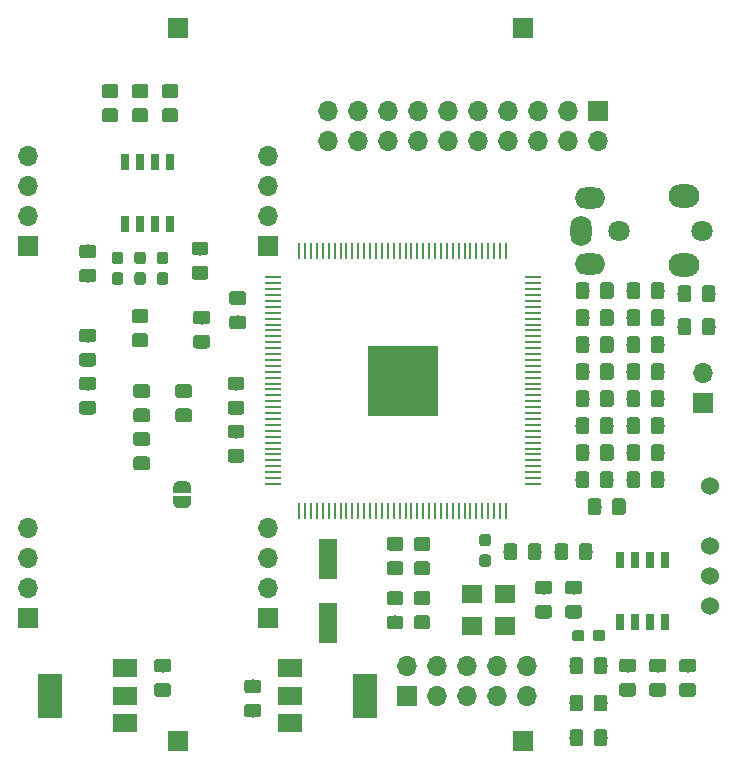
<source format=gbr>
G04 #@! TF.GenerationSoftware,KiCad,Pcbnew,(5.0.0)*
G04 #@! TF.CreationDate,2019-08-25T12:56:45+02:00*
G04 #@! TF.ProjectId,rfreplacement,72667265706C6163656D656E742E6B69,rev?*
G04 #@! TF.SameCoordinates,Original*
G04 #@! TF.FileFunction,Soldermask,Top*
G04 #@! TF.FilePolarity,Negative*
%FSLAX46Y46*%
G04 Gerber Fmt 4.6, Leading zero omitted, Abs format (unit mm)*
G04 Created by KiCad (PCBNEW (5.0.0)) date 08/25/19 12:56:45*
%MOMM*%
%LPD*%
G01*
G04 APERTURE LIST*
%ADD10C,0.100000*%
%ADD11C,1.150000*%
%ADD12C,0.950000*%
%ADD13R,0.800000X1.450000*%
%ADD14R,1.700000X1.700000*%
%ADD15O,1.700000X1.700000*%
%ADD16R,2.000000X3.800000*%
%ADD17R,2.000000X1.500000*%
%ADD18R,1.800000X1.540000*%
%ADD19O,0.250000X1.400000*%
%ADD20O,1.400000X0.250000*%
%ADD21R,6.000000X6.000000*%
%ADD22C,1.800000*%
%ADD23O,1.800000X2.600000*%
%ADD24O,2.600000X1.800000*%
%ADD25O,2.600000X2.000000*%
%ADD26R,1.600000X3.500000*%
%ADD27C,0.500000*%
%ADD28C,1.524000*%
G04 APERTURE END LIST*
D10*
G04 #@! TO.C,R32*
G36*
X115409505Y-78556204D02*
X115433773Y-78559804D01*
X115457572Y-78565765D01*
X115480671Y-78574030D01*
X115502850Y-78584520D01*
X115523893Y-78597132D01*
X115543599Y-78611747D01*
X115561777Y-78628223D01*
X115578253Y-78646401D01*
X115592868Y-78666107D01*
X115605480Y-78687150D01*
X115615970Y-78709329D01*
X115624235Y-78732428D01*
X115630196Y-78756227D01*
X115633796Y-78780495D01*
X115635000Y-78804999D01*
X115635000Y-79455001D01*
X115633796Y-79479505D01*
X115630196Y-79503773D01*
X115624235Y-79527572D01*
X115615970Y-79550671D01*
X115605480Y-79572850D01*
X115592868Y-79593893D01*
X115578253Y-79613599D01*
X115561777Y-79631777D01*
X115543599Y-79648253D01*
X115523893Y-79662868D01*
X115502850Y-79675480D01*
X115480671Y-79685970D01*
X115457572Y-79694235D01*
X115433773Y-79700196D01*
X115409505Y-79703796D01*
X115385001Y-79705000D01*
X114484999Y-79705000D01*
X114460495Y-79703796D01*
X114436227Y-79700196D01*
X114412428Y-79694235D01*
X114389329Y-79685970D01*
X114367150Y-79675480D01*
X114346107Y-79662868D01*
X114326401Y-79648253D01*
X114308223Y-79631777D01*
X114291747Y-79613599D01*
X114277132Y-79593893D01*
X114264520Y-79572850D01*
X114254030Y-79550671D01*
X114245765Y-79527572D01*
X114239804Y-79503773D01*
X114236204Y-79479505D01*
X114235000Y-79455001D01*
X114235000Y-78804999D01*
X114236204Y-78780495D01*
X114239804Y-78756227D01*
X114245765Y-78732428D01*
X114254030Y-78709329D01*
X114264520Y-78687150D01*
X114277132Y-78666107D01*
X114291747Y-78646401D01*
X114308223Y-78628223D01*
X114326401Y-78611747D01*
X114346107Y-78597132D01*
X114367150Y-78584520D01*
X114389329Y-78574030D01*
X114412428Y-78565765D01*
X114436227Y-78559804D01*
X114460495Y-78556204D01*
X114484999Y-78555000D01*
X115385001Y-78555000D01*
X115409505Y-78556204D01*
X115409505Y-78556204D01*
G37*
D11*
X114935000Y-79130000D03*
D10*
G36*
X115409505Y-76506204D02*
X115433773Y-76509804D01*
X115457572Y-76515765D01*
X115480671Y-76524030D01*
X115502850Y-76534520D01*
X115523893Y-76547132D01*
X115543599Y-76561747D01*
X115561777Y-76578223D01*
X115578253Y-76596401D01*
X115592868Y-76616107D01*
X115605480Y-76637150D01*
X115615970Y-76659329D01*
X115624235Y-76682428D01*
X115630196Y-76706227D01*
X115633796Y-76730495D01*
X115635000Y-76754999D01*
X115635000Y-77405001D01*
X115633796Y-77429505D01*
X115630196Y-77453773D01*
X115624235Y-77477572D01*
X115615970Y-77500671D01*
X115605480Y-77522850D01*
X115592868Y-77543893D01*
X115578253Y-77563599D01*
X115561777Y-77581777D01*
X115543599Y-77598253D01*
X115523893Y-77612868D01*
X115502850Y-77625480D01*
X115480671Y-77635970D01*
X115457572Y-77644235D01*
X115433773Y-77650196D01*
X115409505Y-77653796D01*
X115385001Y-77655000D01*
X114484999Y-77655000D01*
X114460495Y-77653796D01*
X114436227Y-77650196D01*
X114412428Y-77644235D01*
X114389329Y-77635970D01*
X114367150Y-77625480D01*
X114346107Y-77612868D01*
X114326401Y-77598253D01*
X114308223Y-77581777D01*
X114291747Y-77563599D01*
X114277132Y-77543893D01*
X114264520Y-77522850D01*
X114254030Y-77500671D01*
X114245765Y-77477572D01*
X114239804Y-77453773D01*
X114236204Y-77429505D01*
X114235000Y-77405001D01*
X114235000Y-76754999D01*
X114236204Y-76730495D01*
X114239804Y-76706227D01*
X114245765Y-76682428D01*
X114254030Y-76659329D01*
X114264520Y-76637150D01*
X114277132Y-76616107D01*
X114291747Y-76596401D01*
X114308223Y-76578223D01*
X114326401Y-76561747D01*
X114346107Y-76547132D01*
X114367150Y-76534520D01*
X114389329Y-76524030D01*
X114412428Y-76515765D01*
X114436227Y-76509804D01*
X114460495Y-76506204D01*
X114484999Y-76505000D01*
X115385001Y-76505000D01*
X115409505Y-76506204D01*
X115409505Y-76506204D01*
G37*
D11*
X114935000Y-77080000D03*
G04 #@! TD*
D10*
G04 #@! TO.C,R36*
G36*
X119092505Y-84906204D02*
X119116773Y-84909804D01*
X119140572Y-84915765D01*
X119163671Y-84924030D01*
X119185850Y-84934520D01*
X119206893Y-84947132D01*
X119226599Y-84961747D01*
X119244777Y-84978223D01*
X119261253Y-84996401D01*
X119275868Y-85016107D01*
X119288480Y-85037150D01*
X119298970Y-85059329D01*
X119307235Y-85082428D01*
X119313196Y-85106227D01*
X119316796Y-85130495D01*
X119318000Y-85154999D01*
X119318000Y-85805001D01*
X119316796Y-85829505D01*
X119313196Y-85853773D01*
X119307235Y-85877572D01*
X119298970Y-85900671D01*
X119288480Y-85922850D01*
X119275868Y-85943893D01*
X119261253Y-85963599D01*
X119244777Y-85981777D01*
X119226599Y-85998253D01*
X119206893Y-86012868D01*
X119185850Y-86025480D01*
X119163671Y-86035970D01*
X119140572Y-86044235D01*
X119116773Y-86050196D01*
X119092505Y-86053796D01*
X119068001Y-86055000D01*
X118167999Y-86055000D01*
X118143495Y-86053796D01*
X118119227Y-86050196D01*
X118095428Y-86044235D01*
X118072329Y-86035970D01*
X118050150Y-86025480D01*
X118029107Y-86012868D01*
X118009401Y-85998253D01*
X117991223Y-85981777D01*
X117974747Y-85963599D01*
X117960132Y-85943893D01*
X117947520Y-85922850D01*
X117937030Y-85900671D01*
X117928765Y-85877572D01*
X117922804Y-85853773D01*
X117919204Y-85829505D01*
X117918000Y-85805001D01*
X117918000Y-85154999D01*
X117919204Y-85130495D01*
X117922804Y-85106227D01*
X117928765Y-85082428D01*
X117937030Y-85059329D01*
X117947520Y-85037150D01*
X117960132Y-85016107D01*
X117974747Y-84996401D01*
X117991223Y-84978223D01*
X118009401Y-84961747D01*
X118029107Y-84947132D01*
X118050150Y-84934520D01*
X118072329Y-84924030D01*
X118095428Y-84915765D01*
X118119227Y-84909804D01*
X118143495Y-84906204D01*
X118167999Y-84905000D01*
X119068001Y-84905000D01*
X119092505Y-84906204D01*
X119092505Y-84906204D01*
G37*
D11*
X118618000Y-85480000D03*
D10*
G36*
X119092505Y-82856204D02*
X119116773Y-82859804D01*
X119140572Y-82865765D01*
X119163671Y-82874030D01*
X119185850Y-82884520D01*
X119206893Y-82897132D01*
X119226599Y-82911747D01*
X119244777Y-82928223D01*
X119261253Y-82946401D01*
X119275868Y-82966107D01*
X119288480Y-82987150D01*
X119298970Y-83009329D01*
X119307235Y-83032428D01*
X119313196Y-83056227D01*
X119316796Y-83080495D01*
X119318000Y-83104999D01*
X119318000Y-83755001D01*
X119316796Y-83779505D01*
X119313196Y-83803773D01*
X119307235Y-83827572D01*
X119298970Y-83850671D01*
X119288480Y-83872850D01*
X119275868Y-83893893D01*
X119261253Y-83913599D01*
X119244777Y-83931777D01*
X119226599Y-83948253D01*
X119206893Y-83962868D01*
X119185850Y-83975480D01*
X119163671Y-83985970D01*
X119140572Y-83994235D01*
X119116773Y-84000196D01*
X119092505Y-84003796D01*
X119068001Y-84005000D01*
X118167999Y-84005000D01*
X118143495Y-84003796D01*
X118119227Y-84000196D01*
X118095428Y-83994235D01*
X118072329Y-83985970D01*
X118050150Y-83975480D01*
X118029107Y-83962868D01*
X118009401Y-83948253D01*
X117991223Y-83931777D01*
X117974747Y-83913599D01*
X117960132Y-83893893D01*
X117947520Y-83872850D01*
X117937030Y-83850671D01*
X117928765Y-83827572D01*
X117922804Y-83803773D01*
X117919204Y-83779505D01*
X117918000Y-83755001D01*
X117918000Y-83104999D01*
X117919204Y-83080495D01*
X117922804Y-83056227D01*
X117928765Y-83032428D01*
X117937030Y-83009329D01*
X117947520Y-82987150D01*
X117960132Y-82966107D01*
X117974747Y-82946401D01*
X117991223Y-82928223D01*
X118009401Y-82911747D01*
X118029107Y-82897132D01*
X118050150Y-82884520D01*
X118072329Y-82874030D01*
X118095428Y-82865765D01*
X118119227Y-82859804D01*
X118143495Y-82856204D01*
X118167999Y-82855000D01*
X119068001Y-82855000D01*
X119092505Y-82856204D01*
X119092505Y-82856204D01*
G37*
D11*
X118618000Y-83430000D03*
G04 #@! TD*
D10*
G04 #@! TO.C,C2*
G36*
X152232505Y-112077204D02*
X152256773Y-112080804D01*
X152280572Y-112086765D01*
X152303671Y-112095030D01*
X152325850Y-112105520D01*
X152346893Y-112118132D01*
X152366599Y-112132747D01*
X152384777Y-112149223D01*
X152401253Y-112167401D01*
X152415868Y-112187107D01*
X152428480Y-112208150D01*
X152438970Y-112230329D01*
X152447235Y-112253428D01*
X152453196Y-112277227D01*
X152456796Y-112301495D01*
X152458000Y-112325999D01*
X152458000Y-113226001D01*
X152456796Y-113250505D01*
X152453196Y-113274773D01*
X152447235Y-113298572D01*
X152438970Y-113321671D01*
X152428480Y-113343850D01*
X152415868Y-113364893D01*
X152401253Y-113384599D01*
X152384777Y-113402777D01*
X152366599Y-113419253D01*
X152346893Y-113433868D01*
X152325850Y-113446480D01*
X152303671Y-113456970D01*
X152280572Y-113465235D01*
X152256773Y-113471196D01*
X152232505Y-113474796D01*
X152208001Y-113476000D01*
X151557999Y-113476000D01*
X151533495Y-113474796D01*
X151509227Y-113471196D01*
X151485428Y-113465235D01*
X151462329Y-113456970D01*
X151440150Y-113446480D01*
X151419107Y-113433868D01*
X151399401Y-113419253D01*
X151381223Y-113402777D01*
X151364747Y-113384599D01*
X151350132Y-113364893D01*
X151337520Y-113343850D01*
X151327030Y-113321671D01*
X151318765Y-113298572D01*
X151312804Y-113274773D01*
X151309204Y-113250505D01*
X151308000Y-113226001D01*
X151308000Y-112325999D01*
X151309204Y-112301495D01*
X151312804Y-112277227D01*
X151318765Y-112253428D01*
X151327030Y-112230329D01*
X151337520Y-112208150D01*
X151350132Y-112187107D01*
X151364747Y-112167401D01*
X151381223Y-112149223D01*
X151399401Y-112132747D01*
X151419107Y-112118132D01*
X151440150Y-112105520D01*
X151462329Y-112095030D01*
X151485428Y-112086765D01*
X151509227Y-112080804D01*
X151533495Y-112077204D01*
X151557999Y-112076000D01*
X152208001Y-112076000D01*
X152232505Y-112077204D01*
X152232505Y-112077204D01*
G37*
D11*
X151883000Y-112776000D03*
D10*
G36*
X154282505Y-112077204D02*
X154306773Y-112080804D01*
X154330572Y-112086765D01*
X154353671Y-112095030D01*
X154375850Y-112105520D01*
X154396893Y-112118132D01*
X154416599Y-112132747D01*
X154434777Y-112149223D01*
X154451253Y-112167401D01*
X154465868Y-112187107D01*
X154478480Y-112208150D01*
X154488970Y-112230329D01*
X154497235Y-112253428D01*
X154503196Y-112277227D01*
X154506796Y-112301495D01*
X154508000Y-112325999D01*
X154508000Y-113226001D01*
X154506796Y-113250505D01*
X154503196Y-113274773D01*
X154497235Y-113298572D01*
X154488970Y-113321671D01*
X154478480Y-113343850D01*
X154465868Y-113364893D01*
X154451253Y-113384599D01*
X154434777Y-113402777D01*
X154416599Y-113419253D01*
X154396893Y-113433868D01*
X154375850Y-113446480D01*
X154353671Y-113456970D01*
X154330572Y-113465235D01*
X154306773Y-113471196D01*
X154282505Y-113474796D01*
X154258001Y-113476000D01*
X153607999Y-113476000D01*
X153583495Y-113474796D01*
X153559227Y-113471196D01*
X153535428Y-113465235D01*
X153512329Y-113456970D01*
X153490150Y-113446480D01*
X153469107Y-113433868D01*
X153449401Y-113419253D01*
X153431223Y-113402777D01*
X153414747Y-113384599D01*
X153400132Y-113364893D01*
X153387520Y-113343850D01*
X153377030Y-113321671D01*
X153368765Y-113298572D01*
X153362804Y-113274773D01*
X153359204Y-113250505D01*
X153358000Y-113226001D01*
X153358000Y-112325999D01*
X153359204Y-112301495D01*
X153362804Y-112277227D01*
X153368765Y-112253428D01*
X153377030Y-112230329D01*
X153387520Y-112208150D01*
X153400132Y-112187107D01*
X153414747Y-112167401D01*
X153431223Y-112149223D01*
X153449401Y-112132747D01*
X153469107Y-112118132D01*
X153490150Y-112105520D01*
X153512329Y-112095030D01*
X153535428Y-112086765D01*
X153559227Y-112080804D01*
X153583495Y-112077204D01*
X153607999Y-112076000D01*
X154258001Y-112076000D01*
X154282505Y-112077204D01*
X154282505Y-112077204D01*
G37*
D11*
X153933000Y-112776000D03*
G04 #@! TD*
D10*
G04 #@! TO.C,R33*
G36*
X112869505Y-57456204D02*
X112893773Y-57459804D01*
X112917572Y-57465765D01*
X112940671Y-57474030D01*
X112962850Y-57484520D01*
X112983893Y-57497132D01*
X113003599Y-57511747D01*
X113021777Y-57528223D01*
X113038253Y-57546401D01*
X113052868Y-57566107D01*
X113065480Y-57587150D01*
X113075970Y-57609329D01*
X113084235Y-57632428D01*
X113090196Y-57656227D01*
X113093796Y-57680495D01*
X113095000Y-57704999D01*
X113095000Y-58355001D01*
X113093796Y-58379505D01*
X113090196Y-58403773D01*
X113084235Y-58427572D01*
X113075970Y-58450671D01*
X113065480Y-58472850D01*
X113052868Y-58493893D01*
X113038253Y-58513599D01*
X113021777Y-58531777D01*
X113003599Y-58548253D01*
X112983893Y-58562868D01*
X112962850Y-58575480D01*
X112940671Y-58585970D01*
X112917572Y-58594235D01*
X112893773Y-58600196D01*
X112869505Y-58603796D01*
X112845001Y-58605000D01*
X111944999Y-58605000D01*
X111920495Y-58603796D01*
X111896227Y-58600196D01*
X111872428Y-58594235D01*
X111849329Y-58585970D01*
X111827150Y-58575480D01*
X111806107Y-58562868D01*
X111786401Y-58548253D01*
X111768223Y-58531777D01*
X111751747Y-58513599D01*
X111737132Y-58493893D01*
X111724520Y-58472850D01*
X111714030Y-58450671D01*
X111705765Y-58427572D01*
X111699804Y-58403773D01*
X111696204Y-58379505D01*
X111695000Y-58355001D01*
X111695000Y-57704999D01*
X111696204Y-57680495D01*
X111699804Y-57656227D01*
X111705765Y-57632428D01*
X111714030Y-57609329D01*
X111724520Y-57587150D01*
X111737132Y-57566107D01*
X111751747Y-57546401D01*
X111768223Y-57528223D01*
X111786401Y-57511747D01*
X111806107Y-57497132D01*
X111827150Y-57484520D01*
X111849329Y-57474030D01*
X111872428Y-57465765D01*
X111896227Y-57459804D01*
X111920495Y-57456204D01*
X111944999Y-57455000D01*
X112845001Y-57455000D01*
X112869505Y-57456204D01*
X112869505Y-57456204D01*
G37*
D11*
X112395000Y-58030000D03*
D10*
G36*
X112869505Y-59506204D02*
X112893773Y-59509804D01*
X112917572Y-59515765D01*
X112940671Y-59524030D01*
X112962850Y-59534520D01*
X112983893Y-59547132D01*
X113003599Y-59561747D01*
X113021777Y-59578223D01*
X113038253Y-59596401D01*
X113052868Y-59616107D01*
X113065480Y-59637150D01*
X113075970Y-59659329D01*
X113084235Y-59682428D01*
X113090196Y-59706227D01*
X113093796Y-59730495D01*
X113095000Y-59754999D01*
X113095000Y-60405001D01*
X113093796Y-60429505D01*
X113090196Y-60453773D01*
X113084235Y-60477572D01*
X113075970Y-60500671D01*
X113065480Y-60522850D01*
X113052868Y-60543893D01*
X113038253Y-60563599D01*
X113021777Y-60581777D01*
X113003599Y-60598253D01*
X112983893Y-60612868D01*
X112962850Y-60625480D01*
X112940671Y-60635970D01*
X112917572Y-60644235D01*
X112893773Y-60650196D01*
X112869505Y-60653796D01*
X112845001Y-60655000D01*
X111944999Y-60655000D01*
X111920495Y-60653796D01*
X111896227Y-60650196D01*
X111872428Y-60644235D01*
X111849329Y-60635970D01*
X111827150Y-60625480D01*
X111806107Y-60612868D01*
X111786401Y-60598253D01*
X111768223Y-60581777D01*
X111751747Y-60563599D01*
X111737132Y-60543893D01*
X111724520Y-60522850D01*
X111714030Y-60500671D01*
X111705765Y-60477572D01*
X111699804Y-60453773D01*
X111696204Y-60429505D01*
X111695000Y-60405001D01*
X111695000Y-59754999D01*
X111696204Y-59730495D01*
X111699804Y-59706227D01*
X111705765Y-59682428D01*
X111714030Y-59659329D01*
X111724520Y-59637150D01*
X111737132Y-59616107D01*
X111751747Y-59596401D01*
X111768223Y-59578223D01*
X111786401Y-59561747D01*
X111806107Y-59547132D01*
X111827150Y-59534520D01*
X111849329Y-59524030D01*
X111872428Y-59515765D01*
X111896227Y-59509804D01*
X111920495Y-59506204D01*
X111944999Y-59505000D01*
X112845001Y-59505000D01*
X112869505Y-59506204D01*
X112869505Y-59506204D01*
G37*
D11*
X112395000Y-60080000D03*
G04 #@! TD*
D10*
G04 #@! TO.C,C30*
G36*
X124934505Y-107866204D02*
X124958773Y-107869804D01*
X124982572Y-107875765D01*
X125005671Y-107884030D01*
X125027850Y-107894520D01*
X125048893Y-107907132D01*
X125068599Y-107921747D01*
X125086777Y-107938223D01*
X125103253Y-107956401D01*
X125117868Y-107976107D01*
X125130480Y-107997150D01*
X125140970Y-108019329D01*
X125149235Y-108042428D01*
X125155196Y-108066227D01*
X125158796Y-108090495D01*
X125160000Y-108114999D01*
X125160000Y-108765001D01*
X125158796Y-108789505D01*
X125155196Y-108813773D01*
X125149235Y-108837572D01*
X125140970Y-108860671D01*
X125130480Y-108882850D01*
X125117868Y-108903893D01*
X125103253Y-108923599D01*
X125086777Y-108941777D01*
X125068599Y-108958253D01*
X125048893Y-108972868D01*
X125027850Y-108985480D01*
X125005671Y-108995970D01*
X124982572Y-109004235D01*
X124958773Y-109010196D01*
X124934505Y-109013796D01*
X124910001Y-109015000D01*
X124009999Y-109015000D01*
X123985495Y-109013796D01*
X123961227Y-109010196D01*
X123937428Y-109004235D01*
X123914329Y-108995970D01*
X123892150Y-108985480D01*
X123871107Y-108972868D01*
X123851401Y-108958253D01*
X123833223Y-108941777D01*
X123816747Y-108923599D01*
X123802132Y-108903893D01*
X123789520Y-108882850D01*
X123779030Y-108860671D01*
X123770765Y-108837572D01*
X123764804Y-108813773D01*
X123761204Y-108789505D01*
X123760000Y-108765001D01*
X123760000Y-108114999D01*
X123761204Y-108090495D01*
X123764804Y-108066227D01*
X123770765Y-108042428D01*
X123779030Y-108019329D01*
X123789520Y-107997150D01*
X123802132Y-107976107D01*
X123816747Y-107956401D01*
X123833223Y-107938223D01*
X123851401Y-107921747D01*
X123871107Y-107907132D01*
X123892150Y-107894520D01*
X123914329Y-107884030D01*
X123937428Y-107875765D01*
X123961227Y-107869804D01*
X123985495Y-107866204D01*
X124009999Y-107865000D01*
X124910001Y-107865000D01*
X124934505Y-107866204D01*
X124934505Y-107866204D01*
G37*
D11*
X124460000Y-108440000D03*
D10*
G36*
X124934505Y-109916204D02*
X124958773Y-109919804D01*
X124982572Y-109925765D01*
X125005671Y-109934030D01*
X125027850Y-109944520D01*
X125048893Y-109957132D01*
X125068599Y-109971747D01*
X125086777Y-109988223D01*
X125103253Y-110006401D01*
X125117868Y-110026107D01*
X125130480Y-110047150D01*
X125140970Y-110069329D01*
X125149235Y-110092428D01*
X125155196Y-110116227D01*
X125158796Y-110140495D01*
X125160000Y-110164999D01*
X125160000Y-110815001D01*
X125158796Y-110839505D01*
X125155196Y-110863773D01*
X125149235Y-110887572D01*
X125140970Y-110910671D01*
X125130480Y-110932850D01*
X125117868Y-110953893D01*
X125103253Y-110973599D01*
X125086777Y-110991777D01*
X125068599Y-111008253D01*
X125048893Y-111022868D01*
X125027850Y-111035480D01*
X125005671Y-111045970D01*
X124982572Y-111054235D01*
X124958773Y-111060196D01*
X124934505Y-111063796D01*
X124910001Y-111065000D01*
X124009999Y-111065000D01*
X123985495Y-111063796D01*
X123961227Y-111060196D01*
X123937428Y-111054235D01*
X123914329Y-111045970D01*
X123892150Y-111035480D01*
X123871107Y-111022868D01*
X123851401Y-111008253D01*
X123833223Y-110991777D01*
X123816747Y-110973599D01*
X123802132Y-110953893D01*
X123789520Y-110932850D01*
X123779030Y-110910671D01*
X123770765Y-110887572D01*
X123764804Y-110863773D01*
X123761204Y-110839505D01*
X123760000Y-110815001D01*
X123760000Y-110164999D01*
X123761204Y-110140495D01*
X123764804Y-110116227D01*
X123770765Y-110092428D01*
X123779030Y-110069329D01*
X123789520Y-110047150D01*
X123802132Y-110026107D01*
X123816747Y-110006401D01*
X123833223Y-109988223D01*
X123851401Y-109971747D01*
X123871107Y-109957132D01*
X123892150Y-109944520D01*
X123914329Y-109934030D01*
X123937428Y-109925765D01*
X123961227Y-109919804D01*
X123985495Y-109916204D01*
X124009999Y-109915000D01*
X124910001Y-109915000D01*
X124934505Y-109916204D01*
X124934505Y-109916204D01*
G37*
D11*
X124460000Y-110490000D03*
G04 #@! TD*
D10*
G04 #@! TO.C,R37*
G36*
X115536505Y-82856204D02*
X115560773Y-82859804D01*
X115584572Y-82865765D01*
X115607671Y-82874030D01*
X115629850Y-82884520D01*
X115650893Y-82897132D01*
X115670599Y-82911747D01*
X115688777Y-82928223D01*
X115705253Y-82946401D01*
X115719868Y-82966107D01*
X115732480Y-82987150D01*
X115742970Y-83009329D01*
X115751235Y-83032428D01*
X115757196Y-83056227D01*
X115760796Y-83080495D01*
X115762000Y-83104999D01*
X115762000Y-83755001D01*
X115760796Y-83779505D01*
X115757196Y-83803773D01*
X115751235Y-83827572D01*
X115742970Y-83850671D01*
X115732480Y-83872850D01*
X115719868Y-83893893D01*
X115705253Y-83913599D01*
X115688777Y-83931777D01*
X115670599Y-83948253D01*
X115650893Y-83962868D01*
X115629850Y-83975480D01*
X115607671Y-83985970D01*
X115584572Y-83994235D01*
X115560773Y-84000196D01*
X115536505Y-84003796D01*
X115512001Y-84005000D01*
X114611999Y-84005000D01*
X114587495Y-84003796D01*
X114563227Y-84000196D01*
X114539428Y-83994235D01*
X114516329Y-83985970D01*
X114494150Y-83975480D01*
X114473107Y-83962868D01*
X114453401Y-83948253D01*
X114435223Y-83931777D01*
X114418747Y-83913599D01*
X114404132Y-83893893D01*
X114391520Y-83872850D01*
X114381030Y-83850671D01*
X114372765Y-83827572D01*
X114366804Y-83803773D01*
X114363204Y-83779505D01*
X114362000Y-83755001D01*
X114362000Y-83104999D01*
X114363204Y-83080495D01*
X114366804Y-83056227D01*
X114372765Y-83032428D01*
X114381030Y-83009329D01*
X114391520Y-82987150D01*
X114404132Y-82966107D01*
X114418747Y-82946401D01*
X114435223Y-82928223D01*
X114453401Y-82911747D01*
X114473107Y-82897132D01*
X114494150Y-82884520D01*
X114516329Y-82874030D01*
X114539428Y-82865765D01*
X114563227Y-82859804D01*
X114587495Y-82856204D01*
X114611999Y-82855000D01*
X115512001Y-82855000D01*
X115536505Y-82856204D01*
X115536505Y-82856204D01*
G37*
D11*
X115062000Y-83430000D03*
D10*
G36*
X115536505Y-84906204D02*
X115560773Y-84909804D01*
X115584572Y-84915765D01*
X115607671Y-84924030D01*
X115629850Y-84934520D01*
X115650893Y-84947132D01*
X115670599Y-84961747D01*
X115688777Y-84978223D01*
X115705253Y-84996401D01*
X115719868Y-85016107D01*
X115732480Y-85037150D01*
X115742970Y-85059329D01*
X115751235Y-85082428D01*
X115757196Y-85106227D01*
X115760796Y-85130495D01*
X115762000Y-85154999D01*
X115762000Y-85805001D01*
X115760796Y-85829505D01*
X115757196Y-85853773D01*
X115751235Y-85877572D01*
X115742970Y-85900671D01*
X115732480Y-85922850D01*
X115719868Y-85943893D01*
X115705253Y-85963599D01*
X115688777Y-85981777D01*
X115670599Y-85998253D01*
X115650893Y-86012868D01*
X115629850Y-86025480D01*
X115607671Y-86035970D01*
X115584572Y-86044235D01*
X115560773Y-86050196D01*
X115536505Y-86053796D01*
X115512001Y-86055000D01*
X114611999Y-86055000D01*
X114587495Y-86053796D01*
X114563227Y-86050196D01*
X114539428Y-86044235D01*
X114516329Y-86035970D01*
X114494150Y-86025480D01*
X114473107Y-86012868D01*
X114453401Y-85998253D01*
X114435223Y-85981777D01*
X114418747Y-85963599D01*
X114404132Y-85943893D01*
X114391520Y-85922850D01*
X114381030Y-85900671D01*
X114372765Y-85877572D01*
X114366804Y-85853773D01*
X114363204Y-85829505D01*
X114362000Y-85805001D01*
X114362000Y-85154999D01*
X114363204Y-85130495D01*
X114366804Y-85106227D01*
X114372765Y-85082428D01*
X114381030Y-85059329D01*
X114391520Y-85037150D01*
X114404132Y-85016107D01*
X114418747Y-84996401D01*
X114435223Y-84978223D01*
X114453401Y-84961747D01*
X114473107Y-84947132D01*
X114494150Y-84934520D01*
X114516329Y-84924030D01*
X114539428Y-84915765D01*
X114563227Y-84909804D01*
X114587495Y-84906204D01*
X114611999Y-84905000D01*
X115512001Y-84905000D01*
X115536505Y-84906204D01*
X115536505Y-84906204D01*
G37*
D11*
X115062000Y-85480000D03*
G04 #@! TD*
D10*
G04 #@! TO.C,R34*
G36*
X115409505Y-57456204D02*
X115433773Y-57459804D01*
X115457572Y-57465765D01*
X115480671Y-57474030D01*
X115502850Y-57484520D01*
X115523893Y-57497132D01*
X115543599Y-57511747D01*
X115561777Y-57528223D01*
X115578253Y-57546401D01*
X115592868Y-57566107D01*
X115605480Y-57587150D01*
X115615970Y-57609329D01*
X115624235Y-57632428D01*
X115630196Y-57656227D01*
X115633796Y-57680495D01*
X115635000Y-57704999D01*
X115635000Y-58355001D01*
X115633796Y-58379505D01*
X115630196Y-58403773D01*
X115624235Y-58427572D01*
X115615970Y-58450671D01*
X115605480Y-58472850D01*
X115592868Y-58493893D01*
X115578253Y-58513599D01*
X115561777Y-58531777D01*
X115543599Y-58548253D01*
X115523893Y-58562868D01*
X115502850Y-58575480D01*
X115480671Y-58585970D01*
X115457572Y-58594235D01*
X115433773Y-58600196D01*
X115409505Y-58603796D01*
X115385001Y-58605000D01*
X114484999Y-58605000D01*
X114460495Y-58603796D01*
X114436227Y-58600196D01*
X114412428Y-58594235D01*
X114389329Y-58585970D01*
X114367150Y-58575480D01*
X114346107Y-58562868D01*
X114326401Y-58548253D01*
X114308223Y-58531777D01*
X114291747Y-58513599D01*
X114277132Y-58493893D01*
X114264520Y-58472850D01*
X114254030Y-58450671D01*
X114245765Y-58427572D01*
X114239804Y-58403773D01*
X114236204Y-58379505D01*
X114235000Y-58355001D01*
X114235000Y-57704999D01*
X114236204Y-57680495D01*
X114239804Y-57656227D01*
X114245765Y-57632428D01*
X114254030Y-57609329D01*
X114264520Y-57587150D01*
X114277132Y-57566107D01*
X114291747Y-57546401D01*
X114308223Y-57528223D01*
X114326401Y-57511747D01*
X114346107Y-57497132D01*
X114367150Y-57484520D01*
X114389329Y-57474030D01*
X114412428Y-57465765D01*
X114436227Y-57459804D01*
X114460495Y-57456204D01*
X114484999Y-57455000D01*
X115385001Y-57455000D01*
X115409505Y-57456204D01*
X115409505Y-57456204D01*
G37*
D11*
X114935000Y-58030000D03*
D10*
G36*
X115409505Y-59506204D02*
X115433773Y-59509804D01*
X115457572Y-59515765D01*
X115480671Y-59524030D01*
X115502850Y-59534520D01*
X115523893Y-59547132D01*
X115543599Y-59561747D01*
X115561777Y-59578223D01*
X115578253Y-59596401D01*
X115592868Y-59616107D01*
X115605480Y-59637150D01*
X115615970Y-59659329D01*
X115624235Y-59682428D01*
X115630196Y-59706227D01*
X115633796Y-59730495D01*
X115635000Y-59754999D01*
X115635000Y-60405001D01*
X115633796Y-60429505D01*
X115630196Y-60453773D01*
X115624235Y-60477572D01*
X115615970Y-60500671D01*
X115605480Y-60522850D01*
X115592868Y-60543893D01*
X115578253Y-60563599D01*
X115561777Y-60581777D01*
X115543599Y-60598253D01*
X115523893Y-60612868D01*
X115502850Y-60625480D01*
X115480671Y-60635970D01*
X115457572Y-60644235D01*
X115433773Y-60650196D01*
X115409505Y-60653796D01*
X115385001Y-60655000D01*
X114484999Y-60655000D01*
X114460495Y-60653796D01*
X114436227Y-60650196D01*
X114412428Y-60644235D01*
X114389329Y-60635970D01*
X114367150Y-60625480D01*
X114346107Y-60612868D01*
X114326401Y-60598253D01*
X114308223Y-60581777D01*
X114291747Y-60563599D01*
X114277132Y-60543893D01*
X114264520Y-60522850D01*
X114254030Y-60500671D01*
X114245765Y-60477572D01*
X114239804Y-60453773D01*
X114236204Y-60429505D01*
X114235000Y-60405001D01*
X114235000Y-59754999D01*
X114236204Y-59730495D01*
X114239804Y-59706227D01*
X114245765Y-59682428D01*
X114254030Y-59659329D01*
X114264520Y-59637150D01*
X114277132Y-59616107D01*
X114291747Y-59596401D01*
X114308223Y-59578223D01*
X114326401Y-59561747D01*
X114346107Y-59547132D01*
X114367150Y-59534520D01*
X114389329Y-59524030D01*
X114412428Y-59515765D01*
X114436227Y-59509804D01*
X114460495Y-59506204D01*
X114484999Y-59505000D01*
X115385001Y-59505000D01*
X115409505Y-59506204D01*
X115409505Y-59506204D01*
G37*
D11*
X114935000Y-60080000D03*
G04 #@! TD*
D10*
G04 #@! TO.C,R35*
G36*
X117949505Y-57456204D02*
X117973773Y-57459804D01*
X117997572Y-57465765D01*
X118020671Y-57474030D01*
X118042850Y-57484520D01*
X118063893Y-57497132D01*
X118083599Y-57511747D01*
X118101777Y-57528223D01*
X118118253Y-57546401D01*
X118132868Y-57566107D01*
X118145480Y-57587150D01*
X118155970Y-57609329D01*
X118164235Y-57632428D01*
X118170196Y-57656227D01*
X118173796Y-57680495D01*
X118175000Y-57704999D01*
X118175000Y-58355001D01*
X118173796Y-58379505D01*
X118170196Y-58403773D01*
X118164235Y-58427572D01*
X118155970Y-58450671D01*
X118145480Y-58472850D01*
X118132868Y-58493893D01*
X118118253Y-58513599D01*
X118101777Y-58531777D01*
X118083599Y-58548253D01*
X118063893Y-58562868D01*
X118042850Y-58575480D01*
X118020671Y-58585970D01*
X117997572Y-58594235D01*
X117973773Y-58600196D01*
X117949505Y-58603796D01*
X117925001Y-58605000D01*
X117024999Y-58605000D01*
X117000495Y-58603796D01*
X116976227Y-58600196D01*
X116952428Y-58594235D01*
X116929329Y-58585970D01*
X116907150Y-58575480D01*
X116886107Y-58562868D01*
X116866401Y-58548253D01*
X116848223Y-58531777D01*
X116831747Y-58513599D01*
X116817132Y-58493893D01*
X116804520Y-58472850D01*
X116794030Y-58450671D01*
X116785765Y-58427572D01*
X116779804Y-58403773D01*
X116776204Y-58379505D01*
X116775000Y-58355001D01*
X116775000Y-57704999D01*
X116776204Y-57680495D01*
X116779804Y-57656227D01*
X116785765Y-57632428D01*
X116794030Y-57609329D01*
X116804520Y-57587150D01*
X116817132Y-57566107D01*
X116831747Y-57546401D01*
X116848223Y-57528223D01*
X116866401Y-57511747D01*
X116886107Y-57497132D01*
X116907150Y-57484520D01*
X116929329Y-57474030D01*
X116952428Y-57465765D01*
X116976227Y-57459804D01*
X117000495Y-57456204D01*
X117024999Y-57455000D01*
X117925001Y-57455000D01*
X117949505Y-57456204D01*
X117949505Y-57456204D01*
G37*
D11*
X117475000Y-58030000D03*
D10*
G36*
X117949505Y-59506204D02*
X117973773Y-59509804D01*
X117997572Y-59515765D01*
X118020671Y-59524030D01*
X118042850Y-59534520D01*
X118063893Y-59547132D01*
X118083599Y-59561747D01*
X118101777Y-59578223D01*
X118118253Y-59596401D01*
X118132868Y-59616107D01*
X118145480Y-59637150D01*
X118155970Y-59659329D01*
X118164235Y-59682428D01*
X118170196Y-59706227D01*
X118173796Y-59730495D01*
X118175000Y-59754999D01*
X118175000Y-60405001D01*
X118173796Y-60429505D01*
X118170196Y-60453773D01*
X118164235Y-60477572D01*
X118155970Y-60500671D01*
X118145480Y-60522850D01*
X118132868Y-60543893D01*
X118118253Y-60563599D01*
X118101777Y-60581777D01*
X118083599Y-60598253D01*
X118063893Y-60612868D01*
X118042850Y-60625480D01*
X118020671Y-60635970D01*
X117997572Y-60644235D01*
X117973773Y-60650196D01*
X117949505Y-60653796D01*
X117925001Y-60655000D01*
X117024999Y-60655000D01*
X117000495Y-60653796D01*
X116976227Y-60650196D01*
X116952428Y-60644235D01*
X116929329Y-60635970D01*
X116907150Y-60625480D01*
X116886107Y-60612868D01*
X116866401Y-60598253D01*
X116848223Y-60581777D01*
X116831747Y-60563599D01*
X116817132Y-60543893D01*
X116804520Y-60522850D01*
X116794030Y-60500671D01*
X116785765Y-60477572D01*
X116779804Y-60453773D01*
X116776204Y-60429505D01*
X116775000Y-60405001D01*
X116775000Y-59754999D01*
X116776204Y-59730495D01*
X116779804Y-59706227D01*
X116785765Y-59682428D01*
X116794030Y-59659329D01*
X116804520Y-59637150D01*
X116817132Y-59616107D01*
X116831747Y-59596401D01*
X116848223Y-59578223D01*
X116866401Y-59561747D01*
X116886107Y-59547132D01*
X116907150Y-59534520D01*
X116929329Y-59524030D01*
X116952428Y-59515765D01*
X116976227Y-59509804D01*
X117000495Y-59506204D01*
X117024999Y-59505000D01*
X117925001Y-59505000D01*
X117949505Y-59506204D01*
X117949505Y-59506204D01*
G37*
D11*
X117475000Y-60080000D03*
G04 #@! TD*
D10*
G04 #@! TO.C,C6*
G36*
X144405779Y-95516144D02*
X144428834Y-95519563D01*
X144451443Y-95525227D01*
X144473387Y-95533079D01*
X144494457Y-95543044D01*
X144514448Y-95555026D01*
X144533168Y-95568910D01*
X144550438Y-95584562D01*
X144566090Y-95601832D01*
X144579974Y-95620552D01*
X144591956Y-95640543D01*
X144601921Y-95661613D01*
X144609773Y-95683557D01*
X144615437Y-95706166D01*
X144618856Y-95729221D01*
X144620000Y-95752500D01*
X144620000Y-96327500D01*
X144618856Y-96350779D01*
X144615437Y-96373834D01*
X144609773Y-96396443D01*
X144601921Y-96418387D01*
X144591956Y-96439457D01*
X144579974Y-96459448D01*
X144566090Y-96478168D01*
X144550438Y-96495438D01*
X144533168Y-96511090D01*
X144514448Y-96524974D01*
X144494457Y-96536956D01*
X144473387Y-96546921D01*
X144451443Y-96554773D01*
X144428834Y-96560437D01*
X144405779Y-96563856D01*
X144382500Y-96565000D01*
X143907500Y-96565000D01*
X143884221Y-96563856D01*
X143861166Y-96560437D01*
X143838557Y-96554773D01*
X143816613Y-96546921D01*
X143795543Y-96536956D01*
X143775552Y-96524974D01*
X143756832Y-96511090D01*
X143739562Y-96495438D01*
X143723910Y-96478168D01*
X143710026Y-96459448D01*
X143698044Y-96439457D01*
X143688079Y-96418387D01*
X143680227Y-96396443D01*
X143674563Y-96373834D01*
X143671144Y-96350779D01*
X143670000Y-96327500D01*
X143670000Y-95752500D01*
X143671144Y-95729221D01*
X143674563Y-95706166D01*
X143680227Y-95683557D01*
X143688079Y-95661613D01*
X143698044Y-95640543D01*
X143710026Y-95620552D01*
X143723910Y-95601832D01*
X143739562Y-95584562D01*
X143756832Y-95568910D01*
X143775552Y-95555026D01*
X143795543Y-95543044D01*
X143816613Y-95533079D01*
X143838557Y-95525227D01*
X143861166Y-95519563D01*
X143884221Y-95516144D01*
X143907500Y-95515000D01*
X144382500Y-95515000D01*
X144405779Y-95516144D01*
X144405779Y-95516144D01*
G37*
D12*
X144145000Y-96040000D03*
D10*
G36*
X144405779Y-97266144D02*
X144428834Y-97269563D01*
X144451443Y-97275227D01*
X144473387Y-97283079D01*
X144494457Y-97293044D01*
X144514448Y-97305026D01*
X144533168Y-97318910D01*
X144550438Y-97334562D01*
X144566090Y-97351832D01*
X144579974Y-97370552D01*
X144591956Y-97390543D01*
X144601921Y-97411613D01*
X144609773Y-97433557D01*
X144615437Y-97456166D01*
X144618856Y-97479221D01*
X144620000Y-97502500D01*
X144620000Y-98077500D01*
X144618856Y-98100779D01*
X144615437Y-98123834D01*
X144609773Y-98146443D01*
X144601921Y-98168387D01*
X144591956Y-98189457D01*
X144579974Y-98209448D01*
X144566090Y-98228168D01*
X144550438Y-98245438D01*
X144533168Y-98261090D01*
X144514448Y-98274974D01*
X144494457Y-98286956D01*
X144473387Y-98296921D01*
X144451443Y-98304773D01*
X144428834Y-98310437D01*
X144405779Y-98313856D01*
X144382500Y-98315000D01*
X143907500Y-98315000D01*
X143884221Y-98313856D01*
X143861166Y-98310437D01*
X143838557Y-98304773D01*
X143816613Y-98296921D01*
X143795543Y-98286956D01*
X143775552Y-98274974D01*
X143756832Y-98261090D01*
X143739562Y-98245438D01*
X143723910Y-98228168D01*
X143710026Y-98209448D01*
X143698044Y-98189457D01*
X143688079Y-98168387D01*
X143680227Y-98146443D01*
X143674563Y-98123834D01*
X143671144Y-98100779D01*
X143670000Y-98077500D01*
X143670000Y-97502500D01*
X143671144Y-97479221D01*
X143674563Y-97456166D01*
X143680227Y-97433557D01*
X143688079Y-97411613D01*
X143698044Y-97390543D01*
X143710026Y-97370552D01*
X143723910Y-97351832D01*
X143739562Y-97334562D01*
X143756832Y-97318910D01*
X143775552Y-97305026D01*
X143795543Y-97293044D01*
X143816613Y-97283079D01*
X143838557Y-97275227D01*
X143861166Y-97269563D01*
X143884221Y-97266144D01*
X143907500Y-97265000D01*
X144382500Y-97265000D01*
X144405779Y-97266144D01*
X144405779Y-97266144D01*
G37*
D12*
X144145000Y-97790000D03*
G04 #@! TD*
D10*
G04 #@! TO.C,C10*
G36*
X115195779Y-73376144D02*
X115218834Y-73379563D01*
X115241443Y-73385227D01*
X115263387Y-73393079D01*
X115284457Y-73403044D01*
X115304448Y-73415026D01*
X115323168Y-73428910D01*
X115340438Y-73444562D01*
X115356090Y-73461832D01*
X115369974Y-73480552D01*
X115381956Y-73500543D01*
X115391921Y-73521613D01*
X115399773Y-73543557D01*
X115405437Y-73566166D01*
X115408856Y-73589221D01*
X115410000Y-73612500D01*
X115410000Y-74187500D01*
X115408856Y-74210779D01*
X115405437Y-74233834D01*
X115399773Y-74256443D01*
X115391921Y-74278387D01*
X115381956Y-74299457D01*
X115369974Y-74319448D01*
X115356090Y-74338168D01*
X115340438Y-74355438D01*
X115323168Y-74371090D01*
X115304448Y-74384974D01*
X115284457Y-74396956D01*
X115263387Y-74406921D01*
X115241443Y-74414773D01*
X115218834Y-74420437D01*
X115195779Y-74423856D01*
X115172500Y-74425000D01*
X114697500Y-74425000D01*
X114674221Y-74423856D01*
X114651166Y-74420437D01*
X114628557Y-74414773D01*
X114606613Y-74406921D01*
X114585543Y-74396956D01*
X114565552Y-74384974D01*
X114546832Y-74371090D01*
X114529562Y-74355438D01*
X114513910Y-74338168D01*
X114500026Y-74319448D01*
X114488044Y-74299457D01*
X114478079Y-74278387D01*
X114470227Y-74256443D01*
X114464563Y-74233834D01*
X114461144Y-74210779D01*
X114460000Y-74187500D01*
X114460000Y-73612500D01*
X114461144Y-73589221D01*
X114464563Y-73566166D01*
X114470227Y-73543557D01*
X114478079Y-73521613D01*
X114488044Y-73500543D01*
X114500026Y-73480552D01*
X114513910Y-73461832D01*
X114529562Y-73444562D01*
X114546832Y-73428910D01*
X114565552Y-73415026D01*
X114585543Y-73403044D01*
X114606613Y-73393079D01*
X114628557Y-73385227D01*
X114651166Y-73379563D01*
X114674221Y-73376144D01*
X114697500Y-73375000D01*
X115172500Y-73375000D01*
X115195779Y-73376144D01*
X115195779Y-73376144D01*
G37*
D12*
X114935000Y-73900000D03*
D10*
G36*
X115195779Y-71626144D02*
X115218834Y-71629563D01*
X115241443Y-71635227D01*
X115263387Y-71643079D01*
X115284457Y-71653044D01*
X115304448Y-71665026D01*
X115323168Y-71678910D01*
X115340438Y-71694562D01*
X115356090Y-71711832D01*
X115369974Y-71730552D01*
X115381956Y-71750543D01*
X115391921Y-71771613D01*
X115399773Y-71793557D01*
X115405437Y-71816166D01*
X115408856Y-71839221D01*
X115410000Y-71862500D01*
X115410000Y-72437500D01*
X115408856Y-72460779D01*
X115405437Y-72483834D01*
X115399773Y-72506443D01*
X115391921Y-72528387D01*
X115381956Y-72549457D01*
X115369974Y-72569448D01*
X115356090Y-72588168D01*
X115340438Y-72605438D01*
X115323168Y-72621090D01*
X115304448Y-72634974D01*
X115284457Y-72646956D01*
X115263387Y-72656921D01*
X115241443Y-72664773D01*
X115218834Y-72670437D01*
X115195779Y-72673856D01*
X115172500Y-72675000D01*
X114697500Y-72675000D01*
X114674221Y-72673856D01*
X114651166Y-72670437D01*
X114628557Y-72664773D01*
X114606613Y-72656921D01*
X114585543Y-72646956D01*
X114565552Y-72634974D01*
X114546832Y-72621090D01*
X114529562Y-72605438D01*
X114513910Y-72588168D01*
X114500026Y-72569448D01*
X114488044Y-72549457D01*
X114478079Y-72528387D01*
X114470227Y-72506443D01*
X114464563Y-72483834D01*
X114461144Y-72460779D01*
X114460000Y-72437500D01*
X114460000Y-71862500D01*
X114461144Y-71839221D01*
X114464563Y-71816166D01*
X114470227Y-71793557D01*
X114478079Y-71771613D01*
X114488044Y-71750543D01*
X114500026Y-71730552D01*
X114513910Y-71711832D01*
X114529562Y-71694562D01*
X114546832Y-71678910D01*
X114565552Y-71665026D01*
X114585543Y-71653044D01*
X114606613Y-71643079D01*
X114628557Y-71635227D01*
X114651166Y-71629563D01*
X114674221Y-71626144D01*
X114697500Y-71625000D01*
X115172500Y-71625000D01*
X115195779Y-71626144D01*
X115195779Y-71626144D01*
G37*
D12*
X114935000Y-72150000D03*
G04 #@! TD*
D10*
G04 #@! TO.C,C4*
G36*
X146644505Y-96329204D02*
X146668773Y-96332804D01*
X146692572Y-96338765D01*
X146715671Y-96347030D01*
X146737850Y-96357520D01*
X146758893Y-96370132D01*
X146778599Y-96384747D01*
X146796777Y-96401223D01*
X146813253Y-96419401D01*
X146827868Y-96439107D01*
X146840480Y-96460150D01*
X146850970Y-96482329D01*
X146859235Y-96505428D01*
X146865196Y-96529227D01*
X146868796Y-96553495D01*
X146870000Y-96577999D01*
X146870000Y-97478001D01*
X146868796Y-97502505D01*
X146865196Y-97526773D01*
X146859235Y-97550572D01*
X146850970Y-97573671D01*
X146840480Y-97595850D01*
X146827868Y-97616893D01*
X146813253Y-97636599D01*
X146796777Y-97654777D01*
X146778599Y-97671253D01*
X146758893Y-97685868D01*
X146737850Y-97698480D01*
X146715671Y-97708970D01*
X146692572Y-97717235D01*
X146668773Y-97723196D01*
X146644505Y-97726796D01*
X146620001Y-97728000D01*
X145969999Y-97728000D01*
X145945495Y-97726796D01*
X145921227Y-97723196D01*
X145897428Y-97717235D01*
X145874329Y-97708970D01*
X145852150Y-97698480D01*
X145831107Y-97685868D01*
X145811401Y-97671253D01*
X145793223Y-97654777D01*
X145776747Y-97636599D01*
X145762132Y-97616893D01*
X145749520Y-97595850D01*
X145739030Y-97573671D01*
X145730765Y-97550572D01*
X145724804Y-97526773D01*
X145721204Y-97502505D01*
X145720000Y-97478001D01*
X145720000Y-96577999D01*
X145721204Y-96553495D01*
X145724804Y-96529227D01*
X145730765Y-96505428D01*
X145739030Y-96482329D01*
X145749520Y-96460150D01*
X145762132Y-96439107D01*
X145776747Y-96419401D01*
X145793223Y-96401223D01*
X145811401Y-96384747D01*
X145831107Y-96370132D01*
X145852150Y-96357520D01*
X145874329Y-96347030D01*
X145897428Y-96338765D01*
X145921227Y-96332804D01*
X145945495Y-96329204D01*
X145969999Y-96328000D01*
X146620001Y-96328000D01*
X146644505Y-96329204D01*
X146644505Y-96329204D01*
G37*
D11*
X146295000Y-97028000D03*
D10*
G36*
X148694505Y-96329204D02*
X148718773Y-96332804D01*
X148742572Y-96338765D01*
X148765671Y-96347030D01*
X148787850Y-96357520D01*
X148808893Y-96370132D01*
X148828599Y-96384747D01*
X148846777Y-96401223D01*
X148863253Y-96419401D01*
X148877868Y-96439107D01*
X148890480Y-96460150D01*
X148900970Y-96482329D01*
X148909235Y-96505428D01*
X148915196Y-96529227D01*
X148918796Y-96553495D01*
X148920000Y-96577999D01*
X148920000Y-97478001D01*
X148918796Y-97502505D01*
X148915196Y-97526773D01*
X148909235Y-97550572D01*
X148900970Y-97573671D01*
X148890480Y-97595850D01*
X148877868Y-97616893D01*
X148863253Y-97636599D01*
X148846777Y-97654777D01*
X148828599Y-97671253D01*
X148808893Y-97685868D01*
X148787850Y-97698480D01*
X148765671Y-97708970D01*
X148742572Y-97717235D01*
X148718773Y-97723196D01*
X148694505Y-97726796D01*
X148670001Y-97728000D01*
X148019999Y-97728000D01*
X147995495Y-97726796D01*
X147971227Y-97723196D01*
X147947428Y-97717235D01*
X147924329Y-97708970D01*
X147902150Y-97698480D01*
X147881107Y-97685868D01*
X147861401Y-97671253D01*
X147843223Y-97654777D01*
X147826747Y-97636599D01*
X147812132Y-97616893D01*
X147799520Y-97595850D01*
X147789030Y-97573671D01*
X147780765Y-97550572D01*
X147774804Y-97526773D01*
X147771204Y-97502505D01*
X147770000Y-97478001D01*
X147770000Y-96577999D01*
X147771204Y-96553495D01*
X147774804Y-96529227D01*
X147780765Y-96505428D01*
X147789030Y-96482329D01*
X147799520Y-96460150D01*
X147812132Y-96439107D01*
X147826747Y-96419401D01*
X147843223Y-96401223D01*
X147861401Y-96384747D01*
X147881107Y-96370132D01*
X147902150Y-96357520D01*
X147924329Y-96347030D01*
X147947428Y-96338765D01*
X147971227Y-96332804D01*
X147995495Y-96329204D01*
X148019999Y-96328000D01*
X148670001Y-96328000D01*
X148694505Y-96329204D01*
X148694505Y-96329204D01*
G37*
D11*
X148345000Y-97028000D03*
G04 #@! TD*
D10*
G04 #@! TO.C,C3*
G36*
X150962505Y-96329204D02*
X150986773Y-96332804D01*
X151010572Y-96338765D01*
X151033671Y-96347030D01*
X151055850Y-96357520D01*
X151076893Y-96370132D01*
X151096599Y-96384747D01*
X151114777Y-96401223D01*
X151131253Y-96419401D01*
X151145868Y-96439107D01*
X151158480Y-96460150D01*
X151168970Y-96482329D01*
X151177235Y-96505428D01*
X151183196Y-96529227D01*
X151186796Y-96553495D01*
X151188000Y-96577999D01*
X151188000Y-97478001D01*
X151186796Y-97502505D01*
X151183196Y-97526773D01*
X151177235Y-97550572D01*
X151168970Y-97573671D01*
X151158480Y-97595850D01*
X151145868Y-97616893D01*
X151131253Y-97636599D01*
X151114777Y-97654777D01*
X151096599Y-97671253D01*
X151076893Y-97685868D01*
X151055850Y-97698480D01*
X151033671Y-97708970D01*
X151010572Y-97717235D01*
X150986773Y-97723196D01*
X150962505Y-97726796D01*
X150938001Y-97728000D01*
X150287999Y-97728000D01*
X150263495Y-97726796D01*
X150239227Y-97723196D01*
X150215428Y-97717235D01*
X150192329Y-97708970D01*
X150170150Y-97698480D01*
X150149107Y-97685868D01*
X150129401Y-97671253D01*
X150111223Y-97654777D01*
X150094747Y-97636599D01*
X150080132Y-97616893D01*
X150067520Y-97595850D01*
X150057030Y-97573671D01*
X150048765Y-97550572D01*
X150042804Y-97526773D01*
X150039204Y-97502505D01*
X150038000Y-97478001D01*
X150038000Y-96577999D01*
X150039204Y-96553495D01*
X150042804Y-96529227D01*
X150048765Y-96505428D01*
X150057030Y-96482329D01*
X150067520Y-96460150D01*
X150080132Y-96439107D01*
X150094747Y-96419401D01*
X150111223Y-96401223D01*
X150129401Y-96384747D01*
X150149107Y-96370132D01*
X150170150Y-96357520D01*
X150192329Y-96347030D01*
X150215428Y-96338765D01*
X150239227Y-96332804D01*
X150263495Y-96329204D01*
X150287999Y-96328000D01*
X150938001Y-96328000D01*
X150962505Y-96329204D01*
X150962505Y-96329204D01*
G37*
D11*
X150613000Y-97028000D03*
D10*
G36*
X153012505Y-96329204D02*
X153036773Y-96332804D01*
X153060572Y-96338765D01*
X153083671Y-96347030D01*
X153105850Y-96357520D01*
X153126893Y-96370132D01*
X153146599Y-96384747D01*
X153164777Y-96401223D01*
X153181253Y-96419401D01*
X153195868Y-96439107D01*
X153208480Y-96460150D01*
X153218970Y-96482329D01*
X153227235Y-96505428D01*
X153233196Y-96529227D01*
X153236796Y-96553495D01*
X153238000Y-96577999D01*
X153238000Y-97478001D01*
X153236796Y-97502505D01*
X153233196Y-97526773D01*
X153227235Y-97550572D01*
X153218970Y-97573671D01*
X153208480Y-97595850D01*
X153195868Y-97616893D01*
X153181253Y-97636599D01*
X153164777Y-97654777D01*
X153146599Y-97671253D01*
X153126893Y-97685868D01*
X153105850Y-97698480D01*
X153083671Y-97708970D01*
X153060572Y-97717235D01*
X153036773Y-97723196D01*
X153012505Y-97726796D01*
X152988001Y-97728000D01*
X152337999Y-97728000D01*
X152313495Y-97726796D01*
X152289227Y-97723196D01*
X152265428Y-97717235D01*
X152242329Y-97708970D01*
X152220150Y-97698480D01*
X152199107Y-97685868D01*
X152179401Y-97671253D01*
X152161223Y-97654777D01*
X152144747Y-97636599D01*
X152130132Y-97616893D01*
X152117520Y-97595850D01*
X152107030Y-97573671D01*
X152098765Y-97550572D01*
X152092804Y-97526773D01*
X152089204Y-97502505D01*
X152088000Y-97478001D01*
X152088000Y-96577999D01*
X152089204Y-96553495D01*
X152092804Y-96529227D01*
X152098765Y-96505428D01*
X152107030Y-96482329D01*
X152117520Y-96460150D01*
X152130132Y-96439107D01*
X152144747Y-96419401D01*
X152161223Y-96401223D01*
X152179401Y-96384747D01*
X152199107Y-96370132D01*
X152220150Y-96357520D01*
X152242329Y-96347030D01*
X152265428Y-96338765D01*
X152289227Y-96332804D01*
X152313495Y-96329204D01*
X152337999Y-96328000D01*
X152988001Y-96328000D01*
X153012505Y-96329204D01*
X153012505Y-96329204D01*
G37*
D11*
X152663000Y-97028000D03*
G04 #@! TD*
D10*
G04 #@! TO.C,C1*
G36*
X117314505Y-108156204D02*
X117338773Y-108159804D01*
X117362572Y-108165765D01*
X117385671Y-108174030D01*
X117407850Y-108184520D01*
X117428893Y-108197132D01*
X117448599Y-108211747D01*
X117466777Y-108228223D01*
X117483253Y-108246401D01*
X117497868Y-108266107D01*
X117510480Y-108287150D01*
X117520970Y-108309329D01*
X117529235Y-108332428D01*
X117535196Y-108356227D01*
X117538796Y-108380495D01*
X117540000Y-108404999D01*
X117540000Y-109055001D01*
X117538796Y-109079505D01*
X117535196Y-109103773D01*
X117529235Y-109127572D01*
X117520970Y-109150671D01*
X117510480Y-109172850D01*
X117497868Y-109193893D01*
X117483253Y-109213599D01*
X117466777Y-109231777D01*
X117448599Y-109248253D01*
X117428893Y-109262868D01*
X117407850Y-109275480D01*
X117385671Y-109285970D01*
X117362572Y-109294235D01*
X117338773Y-109300196D01*
X117314505Y-109303796D01*
X117290001Y-109305000D01*
X116389999Y-109305000D01*
X116365495Y-109303796D01*
X116341227Y-109300196D01*
X116317428Y-109294235D01*
X116294329Y-109285970D01*
X116272150Y-109275480D01*
X116251107Y-109262868D01*
X116231401Y-109248253D01*
X116213223Y-109231777D01*
X116196747Y-109213599D01*
X116182132Y-109193893D01*
X116169520Y-109172850D01*
X116159030Y-109150671D01*
X116150765Y-109127572D01*
X116144804Y-109103773D01*
X116141204Y-109079505D01*
X116140000Y-109055001D01*
X116140000Y-108404999D01*
X116141204Y-108380495D01*
X116144804Y-108356227D01*
X116150765Y-108332428D01*
X116159030Y-108309329D01*
X116169520Y-108287150D01*
X116182132Y-108266107D01*
X116196747Y-108246401D01*
X116213223Y-108228223D01*
X116231401Y-108211747D01*
X116251107Y-108197132D01*
X116272150Y-108184520D01*
X116294329Y-108174030D01*
X116317428Y-108165765D01*
X116341227Y-108159804D01*
X116365495Y-108156204D01*
X116389999Y-108155000D01*
X117290001Y-108155000D01*
X117314505Y-108156204D01*
X117314505Y-108156204D01*
G37*
D11*
X116840000Y-108730000D03*
D10*
G36*
X117314505Y-106106204D02*
X117338773Y-106109804D01*
X117362572Y-106115765D01*
X117385671Y-106124030D01*
X117407850Y-106134520D01*
X117428893Y-106147132D01*
X117448599Y-106161747D01*
X117466777Y-106178223D01*
X117483253Y-106196401D01*
X117497868Y-106216107D01*
X117510480Y-106237150D01*
X117520970Y-106259329D01*
X117529235Y-106282428D01*
X117535196Y-106306227D01*
X117538796Y-106330495D01*
X117540000Y-106354999D01*
X117540000Y-107005001D01*
X117538796Y-107029505D01*
X117535196Y-107053773D01*
X117529235Y-107077572D01*
X117520970Y-107100671D01*
X117510480Y-107122850D01*
X117497868Y-107143893D01*
X117483253Y-107163599D01*
X117466777Y-107181777D01*
X117448599Y-107198253D01*
X117428893Y-107212868D01*
X117407850Y-107225480D01*
X117385671Y-107235970D01*
X117362572Y-107244235D01*
X117338773Y-107250196D01*
X117314505Y-107253796D01*
X117290001Y-107255000D01*
X116389999Y-107255000D01*
X116365495Y-107253796D01*
X116341227Y-107250196D01*
X116317428Y-107244235D01*
X116294329Y-107235970D01*
X116272150Y-107225480D01*
X116251107Y-107212868D01*
X116231401Y-107198253D01*
X116213223Y-107181777D01*
X116196747Y-107163599D01*
X116182132Y-107143893D01*
X116169520Y-107122850D01*
X116159030Y-107100671D01*
X116150765Y-107077572D01*
X116144804Y-107053773D01*
X116141204Y-107029505D01*
X116140000Y-107005001D01*
X116140000Y-106354999D01*
X116141204Y-106330495D01*
X116144804Y-106306227D01*
X116150765Y-106282428D01*
X116159030Y-106259329D01*
X116169520Y-106237150D01*
X116182132Y-106216107D01*
X116196747Y-106196401D01*
X116213223Y-106178223D01*
X116231401Y-106161747D01*
X116251107Y-106147132D01*
X116272150Y-106134520D01*
X116294329Y-106124030D01*
X116317428Y-106115765D01*
X116341227Y-106109804D01*
X116365495Y-106106204D01*
X116389999Y-106105000D01*
X117290001Y-106105000D01*
X117314505Y-106106204D01*
X117314505Y-106106204D01*
G37*
D11*
X116840000Y-106680000D03*
G04 #@! TD*
D10*
G04 #@! TO.C,C7*
G36*
X152343779Y-103666144D02*
X152366834Y-103669563D01*
X152389443Y-103675227D01*
X152411387Y-103683079D01*
X152432457Y-103693044D01*
X152452448Y-103705026D01*
X152471168Y-103718910D01*
X152488438Y-103734562D01*
X152504090Y-103751832D01*
X152517974Y-103770552D01*
X152529956Y-103790543D01*
X152539921Y-103811613D01*
X152547773Y-103833557D01*
X152553437Y-103856166D01*
X152556856Y-103879221D01*
X152558000Y-103902500D01*
X152558000Y-104377500D01*
X152556856Y-104400779D01*
X152553437Y-104423834D01*
X152547773Y-104446443D01*
X152539921Y-104468387D01*
X152529956Y-104489457D01*
X152517974Y-104509448D01*
X152504090Y-104528168D01*
X152488438Y-104545438D01*
X152471168Y-104561090D01*
X152452448Y-104574974D01*
X152432457Y-104586956D01*
X152411387Y-104596921D01*
X152389443Y-104604773D01*
X152366834Y-104610437D01*
X152343779Y-104613856D01*
X152320500Y-104615000D01*
X151745500Y-104615000D01*
X151722221Y-104613856D01*
X151699166Y-104610437D01*
X151676557Y-104604773D01*
X151654613Y-104596921D01*
X151633543Y-104586956D01*
X151613552Y-104574974D01*
X151594832Y-104561090D01*
X151577562Y-104545438D01*
X151561910Y-104528168D01*
X151548026Y-104509448D01*
X151536044Y-104489457D01*
X151526079Y-104468387D01*
X151518227Y-104446443D01*
X151512563Y-104423834D01*
X151509144Y-104400779D01*
X151508000Y-104377500D01*
X151508000Y-103902500D01*
X151509144Y-103879221D01*
X151512563Y-103856166D01*
X151518227Y-103833557D01*
X151526079Y-103811613D01*
X151536044Y-103790543D01*
X151548026Y-103770552D01*
X151561910Y-103751832D01*
X151577562Y-103734562D01*
X151594832Y-103718910D01*
X151613552Y-103705026D01*
X151633543Y-103693044D01*
X151654613Y-103683079D01*
X151676557Y-103675227D01*
X151699166Y-103669563D01*
X151722221Y-103666144D01*
X151745500Y-103665000D01*
X152320500Y-103665000D01*
X152343779Y-103666144D01*
X152343779Y-103666144D01*
G37*
D12*
X152033000Y-104140000D03*
D10*
G36*
X154093779Y-103666144D02*
X154116834Y-103669563D01*
X154139443Y-103675227D01*
X154161387Y-103683079D01*
X154182457Y-103693044D01*
X154202448Y-103705026D01*
X154221168Y-103718910D01*
X154238438Y-103734562D01*
X154254090Y-103751832D01*
X154267974Y-103770552D01*
X154279956Y-103790543D01*
X154289921Y-103811613D01*
X154297773Y-103833557D01*
X154303437Y-103856166D01*
X154306856Y-103879221D01*
X154308000Y-103902500D01*
X154308000Y-104377500D01*
X154306856Y-104400779D01*
X154303437Y-104423834D01*
X154297773Y-104446443D01*
X154289921Y-104468387D01*
X154279956Y-104489457D01*
X154267974Y-104509448D01*
X154254090Y-104528168D01*
X154238438Y-104545438D01*
X154221168Y-104561090D01*
X154202448Y-104574974D01*
X154182457Y-104586956D01*
X154161387Y-104596921D01*
X154139443Y-104604773D01*
X154116834Y-104610437D01*
X154093779Y-104613856D01*
X154070500Y-104615000D01*
X153495500Y-104615000D01*
X153472221Y-104613856D01*
X153449166Y-104610437D01*
X153426557Y-104604773D01*
X153404613Y-104596921D01*
X153383543Y-104586956D01*
X153363552Y-104574974D01*
X153344832Y-104561090D01*
X153327562Y-104545438D01*
X153311910Y-104528168D01*
X153298026Y-104509448D01*
X153286044Y-104489457D01*
X153276079Y-104468387D01*
X153268227Y-104446443D01*
X153262563Y-104423834D01*
X153259144Y-104400779D01*
X153258000Y-104377500D01*
X153258000Y-103902500D01*
X153259144Y-103879221D01*
X153262563Y-103856166D01*
X153268227Y-103833557D01*
X153276079Y-103811613D01*
X153286044Y-103790543D01*
X153298026Y-103770552D01*
X153311910Y-103751832D01*
X153327562Y-103734562D01*
X153344832Y-103718910D01*
X153363552Y-103705026D01*
X153383543Y-103693044D01*
X153404613Y-103683079D01*
X153426557Y-103675227D01*
X153449166Y-103669563D01*
X153472221Y-103666144D01*
X153495500Y-103665000D01*
X154070500Y-103665000D01*
X154093779Y-103666144D01*
X154093779Y-103666144D01*
G37*
D12*
X153783000Y-104140000D03*
G04 #@! TD*
D13*
G04 #@! TO.C,AMP1*
X155575000Y-102955000D03*
X156845000Y-102955000D03*
X158115000Y-102955000D03*
X159385000Y-102955000D03*
X155575000Y-97705000D03*
X156845000Y-97705000D03*
X158115000Y-97705000D03*
X159385000Y-97705000D03*
G04 #@! TD*
D10*
G04 #@! TO.C,C5*
G36*
X152223505Y-105981204D02*
X152247773Y-105984804D01*
X152271572Y-105990765D01*
X152294671Y-105999030D01*
X152316850Y-106009520D01*
X152337893Y-106022132D01*
X152357599Y-106036747D01*
X152375777Y-106053223D01*
X152392253Y-106071401D01*
X152406868Y-106091107D01*
X152419480Y-106112150D01*
X152429970Y-106134329D01*
X152438235Y-106157428D01*
X152444196Y-106181227D01*
X152447796Y-106205495D01*
X152449000Y-106229999D01*
X152449000Y-107130001D01*
X152447796Y-107154505D01*
X152444196Y-107178773D01*
X152438235Y-107202572D01*
X152429970Y-107225671D01*
X152419480Y-107247850D01*
X152406868Y-107268893D01*
X152392253Y-107288599D01*
X152375777Y-107306777D01*
X152357599Y-107323253D01*
X152337893Y-107337868D01*
X152316850Y-107350480D01*
X152294671Y-107360970D01*
X152271572Y-107369235D01*
X152247773Y-107375196D01*
X152223505Y-107378796D01*
X152199001Y-107380000D01*
X151548999Y-107380000D01*
X151524495Y-107378796D01*
X151500227Y-107375196D01*
X151476428Y-107369235D01*
X151453329Y-107360970D01*
X151431150Y-107350480D01*
X151410107Y-107337868D01*
X151390401Y-107323253D01*
X151372223Y-107306777D01*
X151355747Y-107288599D01*
X151341132Y-107268893D01*
X151328520Y-107247850D01*
X151318030Y-107225671D01*
X151309765Y-107202572D01*
X151303804Y-107178773D01*
X151300204Y-107154505D01*
X151299000Y-107130001D01*
X151299000Y-106229999D01*
X151300204Y-106205495D01*
X151303804Y-106181227D01*
X151309765Y-106157428D01*
X151318030Y-106134329D01*
X151328520Y-106112150D01*
X151341132Y-106091107D01*
X151355747Y-106071401D01*
X151372223Y-106053223D01*
X151390401Y-106036747D01*
X151410107Y-106022132D01*
X151431150Y-106009520D01*
X151453329Y-105999030D01*
X151476428Y-105990765D01*
X151500227Y-105984804D01*
X151524495Y-105981204D01*
X151548999Y-105980000D01*
X152199001Y-105980000D01*
X152223505Y-105981204D01*
X152223505Y-105981204D01*
G37*
D11*
X151874000Y-106680000D03*
D10*
G36*
X154273505Y-105981204D02*
X154297773Y-105984804D01*
X154321572Y-105990765D01*
X154344671Y-105999030D01*
X154366850Y-106009520D01*
X154387893Y-106022132D01*
X154407599Y-106036747D01*
X154425777Y-106053223D01*
X154442253Y-106071401D01*
X154456868Y-106091107D01*
X154469480Y-106112150D01*
X154479970Y-106134329D01*
X154488235Y-106157428D01*
X154494196Y-106181227D01*
X154497796Y-106205495D01*
X154499000Y-106229999D01*
X154499000Y-107130001D01*
X154497796Y-107154505D01*
X154494196Y-107178773D01*
X154488235Y-107202572D01*
X154479970Y-107225671D01*
X154469480Y-107247850D01*
X154456868Y-107268893D01*
X154442253Y-107288599D01*
X154425777Y-107306777D01*
X154407599Y-107323253D01*
X154387893Y-107337868D01*
X154366850Y-107350480D01*
X154344671Y-107360970D01*
X154321572Y-107369235D01*
X154297773Y-107375196D01*
X154273505Y-107378796D01*
X154249001Y-107380000D01*
X153598999Y-107380000D01*
X153574495Y-107378796D01*
X153550227Y-107375196D01*
X153526428Y-107369235D01*
X153503329Y-107360970D01*
X153481150Y-107350480D01*
X153460107Y-107337868D01*
X153440401Y-107323253D01*
X153422223Y-107306777D01*
X153405747Y-107288599D01*
X153391132Y-107268893D01*
X153378520Y-107247850D01*
X153368030Y-107225671D01*
X153359765Y-107202572D01*
X153353804Y-107178773D01*
X153350204Y-107154505D01*
X153349000Y-107130001D01*
X153349000Y-106229999D01*
X153350204Y-106205495D01*
X153353804Y-106181227D01*
X153359765Y-106157428D01*
X153368030Y-106134329D01*
X153378520Y-106112150D01*
X153391132Y-106091107D01*
X153405747Y-106071401D01*
X153422223Y-106053223D01*
X153440401Y-106036747D01*
X153460107Y-106022132D01*
X153481150Y-106009520D01*
X153503329Y-105999030D01*
X153526428Y-105990765D01*
X153550227Y-105984804D01*
X153574495Y-105981204D01*
X153598999Y-105980000D01*
X154249001Y-105980000D01*
X154273505Y-105981204D01*
X154273505Y-105981204D01*
G37*
D11*
X153924000Y-106680000D03*
G04 #@! TD*
D13*
G04 #@! TO.C,AMP2*
X113665000Y-69300000D03*
X114935000Y-69300000D03*
X116205000Y-69300000D03*
X117475000Y-69300000D03*
X113665000Y-64050000D03*
X114935000Y-64050000D03*
X116205000Y-64050000D03*
X117475000Y-64050000D03*
G04 #@! TD*
D10*
G04 #@! TO.C,C9*
G36*
X120616505Y-76633204D02*
X120640773Y-76636804D01*
X120664572Y-76642765D01*
X120687671Y-76651030D01*
X120709850Y-76661520D01*
X120730893Y-76674132D01*
X120750599Y-76688747D01*
X120768777Y-76705223D01*
X120785253Y-76723401D01*
X120799868Y-76743107D01*
X120812480Y-76764150D01*
X120822970Y-76786329D01*
X120831235Y-76809428D01*
X120837196Y-76833227D01*
X120840796Y-76857495D01*
X120842000Y-76881999D01*
X120842000Y-77532001D01*
X120840796Y-77556505D01*
X120837196Y-77580773D01*
X120831235Y-77604572D01*
X120822970Y-77627671D01*
X120812480Y-77649850D01*
X120799868Y-77670893D01*
X120785253Y-77690599D01*
X120768777Y-77708777D01*
X120750599Y-77725253D01*
X120730893Y-77739868D01*
X120709850Y-77752480D01*
X120687671Y-77762970D01*
X120664572Y-77771235D01*
X120640773Y-77777196D01*
X120616505Y-77780796D01*
X120592001Y-77782000D01*
X119691999Y-77782000D01*
X119667495Y-77780796D01*
X119643227Y-77777196D01*
X119619428Y-77771235D01*
X119596329Y-77762970D01*
X119574150Y-77752480D01*
X119553107Y-77739868D01*
X119533401Y-77725253D01*
X119515223Y-77708777D01*
X119498747Y-77690599D01*
X119484132Y-77670893D01*
X119471520Y-77649850D01*
X119461030Y-77627671D01*
X119452765Y-77604572D01*
X119446804Y-77580773D01*
X119443204Y-77556505D01*
X119442000Y-77532001D01*
X119442000Y-76881999D01*
X119443204Y-76857495D01*
X119446804Y-76833227D01*
X119452765Y-76809428D01*
X119461030Y-76786329D01*
X119471520Y-76764150D01*
X119484132Y-76743107D01*
X119498747Y-76723401D01*
X119515223Y-76705223D01*
X119533401Y-76688747D01*
X119553107Y-76674132D01*
X119574150Y-76661520D01*
X119596329Y-76651030D01*
X119619428Y-76642765D01*
X119643227Y-76636804D01*
X119667495Y-76633204D01*
X119691999Y-76632000D01*
X120592001Y-76632000D01*
X120616505Y-76633204D01*
X120616505Y-76633204D01*
G37*
D11*
X120142000Y-77207000D03*
D10*
G36*
X120616505Y-78683204D02*
X120640773Y-78686804D01*
X120664572Y-78692765D01*
X120687671Y-78701030D01*
X120709850Y-78711520D01*
X120730893Y-78724132D01*
X120750599Y-78738747D01*
X120768777Y-78755223D01*
X120785253Y-78773401D01*
X120799868Y-78793107D01*
X120812480Y-78814150D01*
X120822970Y-78836329D01*
X120831235Y-78859428D01*
X120837196Y-78883227D01*
X120840796Y-78907495D01*
X120842000Y-78931999D01*
X120842000Y-79582001D01*
X120840796Y-79606505D01*
X120837196Y-79630773D01*
X120831235Y-79654572D01*
X120822970Y-79677671D01*
X120812480Y-79699850D01*
X120799868Y-79720893D01*
X120785253Y-79740599D01*
X120768777Y-79758777D01*
X120750599Y-79775253D01*
X120730893Y-79789868D01*
X120709850Y-79802480D01*
X120687671Y-79812970D01*
X120664572Y-79821235D01*
X120640773Y-79827196D01*
X120616505Y-79830796D01*
X120592001Y-79832000D01*
X119691999Y-79832000D01*
X119667495Y-79830796D01*
X119643227Y-79827196D01*
X119619428Y-79821235D01*
X119596329Y-79812970D01*
X119574150Y-79802480D01*
X119553107Y-79789868D01*
X119533401Y-79775253D01*
X119515223Y-79758777D01*
X119498747Y-79740599D01*
X119484132Y-79720893D01*
X119471520Y-79699850D01*
X119461030Y-79677671D01*
X119452765Y-79654572D01*
X119446804Y-79630773D01*
X119443204Y-79606505D01*
X119442000Y-79582001D01*
X119442000Y-78931999D01*
X119443204Y-78907495D01*
X119446804Y-78883227D01*
X119452765Y-78859428D01*
X119461030Y-78836329D01*
X119471520Y-78814150D01*
X119484132Y-78793107D01*
X119498747Y-78773401D01*
X119515223Y-78755223D01*
X119533401Y-78738747D01*
X119553107Y-78724132D01*
X119574150Y-78711520D01*
X119596329Y-78701030D01*
X119619428Y-78692765D01*
X119643227Y-78686804D01*
X119667495Y-78683204D01*
X119691999Y-78682000D01*
X120592001Y-78682000D01*
X120616505Y-78683204D01*
X120616505Y-78683204D01*
G37*
D11*
X120142000Y-79257000D03*
G04 #@! TD*
D14*
G04 #@! TO.C,GPIO1*
X153670000Y-59690000D03*
D15*
X153670000Y-62230000D03*
X151130000Y-59690000D03*
X151130000Y-62230000D03*
X148590000Y-59690000D03*
X148590000Y-62230000D03*
X146050000Y-59690000D03*
X146050000Y-62230000D03*
X143510000Y-59690000D03*
X143510000Y-62230000D03*
X140970000Y-59690000D03*
X140970000Y-62230000D03*
X138430000Y-59690000D03*
X138430000Y-62230000D03*
X135890000Y-59690000D03*
X135890000Y-62230000D03*
X133350000Y-59690000D03*
X133350000Y-62230000D03*
X130810000Y-59690000D03*
X130810000Y-62230000D03*
G04 #@! TD*
D10*
G04 #@! TO.C,C29*
G36*
X117100779Y-73376144D02*
X117123834Y-73379563D01*
X117146443Y-73385227D01*
X117168387Y-73393079D01*
X117189457Y-73403044D01*
X117209448Y-73415026D01*
X117228168Y-73428910D01*
X117245438Y-73444562D01*
X117261090Y-73461832D01*
X117274974Y-73480552D01*
X117286956Y-73500543D01*
X117296921Y-73521613D01*
X117304773Y-73543557D01*
X117310437Y-73566166D01*
X117313856Y-73589221D01*
X117315000Y-73612500D01*
X117315000Y-74187500D01*
X117313856Y-74210779D01*
X117310437Y-74233834D01*
X117304773Y-74256443D01*
X117296921Y-74278387D01*
X117286956Y-74299457D01*
X117274974Y-74319448D01*
X117261090Y-74338168D01*
X117245438Y-74355438D01*
X117228168Y-74371090D01*
X117209448Y-74384974D01*
X117189457Y-74396956D01*
X117168387Y-74406921D01*
X117146443Y-74414773D01*
X117123834Y-74420437D01*
X117100779Y-74423856D01*
X117077500Y-74425000D01*
X116602500Y-74425000D01*
X116579221Y-74423856D01*
X116556166Y-74420437D01*
X116533557Y-74414773D01*
X116511613Y-74406921D01*
X116490543Y-74396956D01*
X116470552Y-74384974D01*
X116451832Y-74371090D01*
X116434562Y-74355438D01*
X116418910Y-74338168D01*
X116405026Y-74319448D01*
X116393044Y-74299457D01*
X116383079Y-74278387D01*
X116375227Y-74256443D01*
X116369563Y-74233834D01*
X116366144Y-74210779D01*
X116365000Y-74187500D01*
X116365000Y-73612500D01*
X116366144Y-73589221D01*
X116369563Y-73566166D01*
X116375227Y-73543557D01*
X116383079Y-73521613D01*
X116393044Y-73500543D01*
X116405026Y-73480552D01*
X116418910Y-73461832D01*
X116434562Y-73444562D01*
X116451832Y-73428910D01*
X116470552Y-73415026D01*
X116490543Y-73403044D01*
X116511613Y-73393079D01*
X116533557Y-73385227D01*
X116556166Y-73379563D01*
X116579221Y-73376144D01*
X116602500Y-73375000D01*
X117077500Y-73375000D01*
X117100779Y-73376144D01*
X117100779Y-73376144D01*
G37*
D12*
X116840000Y-73900000D03*
D10*
G36*
X117100779Y-71626144D02*
X117123834Y-71629563D01*
X117146443Y-71635227D01*
X117168387Y-71643079D01*
X117189457Y-71653044D01*
X117209448Y-71665026D01*
X117228168Y-71678910D01*
X117245438Y-71694562D01*
X117261090Y-71711832D01*
X117274974Y-71730552D01*
X117286956Y-71750543D01*
X117296921Y-71771613D01*
X117304773Y-71793557D01*
X117310437Y-71816166D01*
X117313856Y-71839221D01*
X117315000Y-71862500D01*
X117315000Y-72437500D01*
X117313856Y-72460779D01*
X117310437Y-72483834D01*
X117304773Y-72506443D01*
X117296921Y-72528387D01*
X117286956Y-72549457D01*
X117274974Y-72569448D01*
X117261090Y-72588168D01*
X117245438Y-72605438D01*
X117228168Y-72621090D01*
X117209448Y-72634974D01*
X117189457Y-72646956D01*
X117168387Y-72656921D01*
X117146443Y-72664773D01*
X117123834Y-72670437D01*
X117100779Y-72673856D01*
X117077500Y-72675000D01*
X116602500Y-72675000D01*
X116579221Y-72673856D01*
X116556166Y-72670437D01*
X116533557Y-72664773D01*
X116511613Y-72656921D01*
X116490543Y-72646956D01*
X116470552Y-72634974D01*
X116451832Y-72621090D01*
X116434562Y-72605438D01*
X116418910Y-72588168D01*
X116405026Y-72569448D01*
X116393044Y-72549457D01*
X116383079Y-72528387D01*
X116375227Y-72506443D01*
X116369563Y-72483834D01*
X116366144Y-72460779D01*
X116365000Y-72437500D01*
X116365000Y-71862500D01*
X116366144Y-71839221D01*
X116369563Y-71816166D01*
X116375227Y-71793557D01*
X116383079Y-71771613D01*
X116393044Y-71750543D01*
X116405026Y-71730552D01*
X116418910Y-71711832D01*
X116434562Y-71694562D01*
X116451832Y-71678910D01*
X116470552Y-71665026D01*
X116490543Y-71653044D01*
X116511613Y-71643079D01*
X116533557Y-71635227D01*
X116556166Y-71629563D01*
X116579221Y-71626144D01*
X116602500Y-71625000D01*
X117077500Y-71625000D01*
X117100779Y-71626144D01*
X117100779Y-71626144D01*
G37*
D12*
X116840000Y-72150000D03*
G04 #@! TD*
D10*
G04 #@! TO.C,R19*
G36*
X163426505Y-74485204D02*
X163450773Y-74488804D01*
X163474572Y-74494765D01*
X163497671Y-74503030D01*
X163519850Y-74513520D01*
X163540893Y-74526132D01*
X163560599Y-74540747D01*
X163578777Y-74557223D01*
X163595253Y-74575401D01*
X163609868Y-74595107D01*
X163622480Y-74616150D01*
X163632970Y-74638329D01*
X163641235Y-74661428D01*
X163647196Y-74685227D01*
X163650796Y-74709495D01*
X163652000Y-74733999D01*
X163652000Y-75634001D01*
X163650796Y-75658505D01*
X163647196Y-75682773D01*
X163641235Y-75706572D01*
X163632970Y-75729671D01*
X163622480Y-75751850D01*
X163609868Y-75772893D01*
X163595253Y-75792599D01*
X163578777Y-75810777D01*
X163560599Y-75827253D01*
X163540893Y-75841868D01*
X163519850Y-75854480D01*
X163497671Y-75864970D01*
X163474572Y-75873235D01*
X163450773Y-75879196D01*
X163426505Y-75882796D01*
X163402001Y-75884000D01*
X162751999Y-75884000D01*
X162727495Y-75882796D01*
X162703227Y-75879196D01*
X162679428Y-75873235D01*
X162656329Y-75864970D01*
X162634150Y-75854480D01*
X162613107Y-75841868D01*
X162593401Y-75827253D01*
X162575223Y-75810777D01*
X162558747Y-75792599D01*
X162544132Y-75772893D01*
X162531520Y-75751850D01*
X162521030Y-75729671D01*
X162512765Y-75706572D01*
X162506804Y-75682773D01*
X162503204Y-75658505D01*
X162502000Y-75634001D01*
X162502000Y-74733999D01*
X162503204Y-74709495D01*
X162506804Y-74685227D01*
X162512765Y-74661428D01*
X162521030Y-74638329D01*
X162531520Y-74616150D01*
X162544132Y-74595107D01*
X162558747Y-74575401D01*
X162575223Y-74557223D01*
X162593401Y-74540747D01*
X162613107Y-74526132D01*
X162634150Y-74513520D01*
X162656329Y-74503030D01*
X162679428Y-74494765D01*
X162703227Y-74488804D01*
X162727495Y-74485204D01*
X162751999Y-74484000D01*
X163402001Y-74484000D01*
X163426505Y-74485204D01*
X163426505Y-74485204D01*
G37*
D11*
X163077000Y-75184000D03*
D10*
G36*
X161376505Y-74485204D02*
X161400773Y-74488804D01*
X161424572Y-74494765D01*
X161447671Y-74503030D01*
X161469850Y-74513520D01*
X161490893Y-74526132D01*
X161510599Y-74540747D01*
X161528777Y-74557223D01*
X161545253Y-74575401D01*
X161559868Y-74595107D01*
X161572480Y-74616150D01*
X161582970Y-74638329D01*
X161591235Y-74661428D01*
X161597196Y-74685227D01*
X161600796Y-74709495D01*
X161602000Y-74733999D01*
X161602000Y-75634001D01*
X161600796Y-75658505D01*
X161597196Y-75682773D01*
X161591235Y-75706572D01*
X161582970Y-75729671D01*
X161572480Y-75751850D01*
X161559868Y-75772893D01*
X161545253Y-75792599D01*
X161528777Y-75810777D01*
X161510599Y-75827253D01*
X161490893Y-75841868D01*
X161469850Y-75854480D01*
X161447671Y-75864970D01*
X161424572Y-75873235D01*
X161400773Y-75879196D01*
X161376505Y-75882796D01*
X161352001Y-75884000D01*
X160701999Y-75884000D01*
X160677495Y-75882796D01*
X160653227Y-75879196D01*
X160629428Y-75873235D01*
X160606329Y-75864970D01*
X160584150Y-75854480D01*
X160563107Y-75841868D01*
X160543401Y-75827253D01*
X160525223Y-75810777D01*
X160508747Y-75792599D01*
X160494132Y-75772893D01*
X160481520Y-75751850D01*
X160471030Y-75729671D01*
X160462765Y-75706572D01*
X160456804Y-75682773D01*
X160453204Y-75658505D01*
X160452000Y-75634001D01*
X160452000Y-74733999D01*
X160453204Y-74709495D01*
X160456804Y-74685227D01*
X160462765Y-74661428D01*
X160471030Y-74638329D01*
X160481520Y-74616150D01*
X160494132Y-74595107D01*
X160508747Y-74575401D01*
X160525223Y-74557223D01*
X160543401Y-74540747D01*
X160563107Y-74526132D01*
X160584150Y-74513520D01*
X160606329Y-74503030D01*
X160629428Y-74494765D01*
X160653227Y-74488804D01*
X160677495Y-74485204D01*
X160701999Y-74484000D01*
X161352001Y-74484000D01*
X161376505Y-74485204D01*
X161376505Y-74485204D01*
G37*
D11*
X161027000Y-75184000D03*
G04 #@! TD*
D10*
G04 #@! TO.C,R25*
G36*
X123537505Y-82221204D02*
X123561773Y-82224804D01*
X123585572Y-82230765D01*
X123608671Y-82239030D01*
X123630850Y-82249520D01*
X123651893Y-82262132D01*
X123671599Y-82276747D01*
X123689777Y-82293223D01*
X123706253Y-82311401D01*
X123720868Y-82331107D01*
X123733480Y-82352150D01*
X123743970Y-82374329D01*
X123752235Y-82397428D01*
X123758196Y-82421227D01*
X123761796Y-82445495D01*
X123763000Y-82469999D01*
X123763000Y-83120001D01*
X123761796Y-83144505D01*
X123758196Y-83168773D01*
X123752235Y-83192572D01*
X123743970Y-83215671D01*
X123733480Y-83237850D01*
X123720868Y-83258893D01*
X123706253Y-83278599D01*
X123689777Y-83296777D01*
X123671599Y-83313253D01*
X123651893Y-83327868D01*
X123630850Y-83340480D01*
X123608671Y-83350970D01*
X123585572Y-83359235D01*
X123561773Y-83365196D01*
X123537505Y-83368796D01*
X123513001Y-83370000D01*
X122612999Y-83370000D01*
X122588495Y-83368796D01*
X122564227Y-83365196D01*
X122540428Y-83359235D01*
X122517329Y-83350970D01*
X122495150Y-83340480D01*
X122474107Y-83327868D01*
X122454401Y-83313253D01*
X122436223Y-83296777D01*
X122419747Y-83278599D01*
X122405132Y-83258893D01*
X122392520Y-83237850D01*
X122382030Y-83215671D01*
X122373765Y-83192572D01*
X122367804Y-83168773D01*
X122364204Y-83144505D01*
X122363000Y-83120001D01*
X122363000Y-82469999D01*
X122364204Y-82445495D01*
X122367804Y-82421227D01*
X122373765Y-82397428D01*
X122382030Y-82374329D01*
X122392520Y-82352150D01*
X122405132Y-82331107D01*
X122419747Y-82311401D01*
X122436223Y-82293223D01*
X122454401Y-82276747D01*
X122474107Y-82262132D01*
X122495150Y-82249520D01*
X122517329Y-82239030D01*
X122540428Y-82230765D01*
X122564227Y-82224804D01*
X122588495Y-82221204D01*
X122612999Y-82220000D01*
X123513001Y-82220000D01*
X123537505Y-82221204D01*
X123537505Y-82221204D01*
G37*
D11*
X123063000Y-82795000D03*
D10*
G36*
X123537505Y-84271204D02*
X123561773Y-84274804D01*
X123585572Y-84280765D01*
X123608671Y-84289030D01*
X123630850Y-84299520D01*
X123651893Y-84312132D01*
X123671599Y-84326747D01*
X123689777Y-84343223D01*
X123706253Y-84361401D01*
X123720868Y-84381107D01*
X123733480Y-84402150D01*
X123743970Y-84424329D01*
X123752235Y-84447428D01*
X123758196Y-84471227D01*
X123761796Y-84495495D01*
X123763000Y-84519999D01*
X123763000Y-85170001D01*
X123761796Y-85194505D01*
X123758196Y-85218773D01*
X123752235Y-85242572D01*
X123743970Y-85265671D01*
X123733480Y-85287850D01*
X123720868Y-85308893D01*
X123706253Y-85328599D01*
X123689777Y-85346777D01*
X123671599Y-85363253D01*
X123651893Y-85377868D01*
X123630850Y-85390480D01*
X123608671Y-85400970D01*
X123585572Y-85409235D01*
X123561773Y-85415196D01*
X123537505Y-85418796D01*
X123513001Y-85420000D01*
X122612999Y-85420000D01*
X122588495Y-85418796D01*
X122564227Y-85415196D01*
X122540428Y-85409235D01*
X122517329Y-85400970D01*
X122495150Y-85390480D01*
X122474107Y-85377868D01*
X122454401Y-85363253D01*
X122436223Y-85346777D01*
X122419747Y-85328599D01*
X122405132Y-85308893D01*
X122392520Y-85287850D01*
X122382030Y-85265671D01*
X122373765Y-85242572D01*
X122367804Y-85218773D01*
X122364204Y-85194505D01*
X122363000Y-85170001D01*
X122363000Y-84519999D01*
X122364204Y-84495495D01*
X122367804Y-84471227D01*
X122373765Y-84447428D01*
X122382030Y-84424329D01*
X122392520Y-84402150D01*
X122405132Y-84381107D01*
X122419747Y-84361401D01*
X122436223Y-84343223D01*
X122454401Y-84326747D01*
X122474107Y-84312132D01*
X122495150Y-84299520D01*
X122517329Y-84289030D01*
X122540428Y-84280765D01*
X122564227Y-84274804D01*
X122588495Y-84271204D01*
X122612999Y-84270000D01*
X123513001Y-84270000D01*
X123537505Y-84271204D01*
X123537505Y-84271204D01*
G37*
D11*
X123063000Y-84845000D03*
G04 #@! TD*
D10*
G04 #@! TO.C,R28*
G36*
X159224505Y-106097204D02*
X159248773Y-106100804D01*
X159272572Y-106106765D01*
X159295671Y-106115030D01*
X159317850Y-106125520D01*
X159338893Y-106138132D01*
X159358599Y-106152747D01*
X159376777Y-106169223D01*
X159393253Y-106187401D01*
X159407868Y-106207107D01*
X159420480Y-106228150D01*
X159430970Y-106250329D01*
X159439235Y-106273428D01*
X159445196Y-106297227D01*
X159448796Y-106321495D01*
X159450000Y-106345999D01*
X159450000Y-106996001D01*
X159448796Y-107020505D01*
X159445196Y-107044773D01*
X159439235Y-107068572D01*
X159430970Y-107091671D01*
X159420480Y-107113850D01*
X159407868Y-107134893D01*
X159393253Y-107154599D01*
X159376777Y-107172777D01*
X159358599Y-107189253D01*
X159338893Y-107203868D01*
X159317850Y-107216480D01*
X159295671Y-107226970D01*
X159272572Y-107235235D01*
X159248773Y-107241196D01*
X159224505Y-107244796D01*
X159200001Y-107246000D01*
X158299999Y-107246000D01*
X158275495Y-107244796D01*
X158251227Y-107241196D01*
X158227428Y-107235235D01*
X158204329Y-107226970D01*
X158182150Y-107216480D01*
X158161107Y-107203868D01*
X158141401Y-107189253D01*
X158123223Y-107172777D01*
X158106747Y-107154599D01*
X158092132Y-107134893D01*
X158079520Y-107113850D01*
X158069030Y-107091671D01*
X158060765Y-107068572D01*
X158054804Y-107044773D01*
X158051204Y-107020505D01*
X158050000Y-106996001D01*
X158050000Y-106345999D01*
X158051204Y-106321495D01*
X158054804Y-106297227D01*
X158060765Y-106273428D01*
X158069030Y-106250329D01*
X158079520Y-106228150D01*
X158092132Y-106207107D01*
X158106747Y-106187401D01*
X158123223Y-106169223D01*
X158141401Y-106152747D01*
X158161107Y-106138132D01*
X158182150Y-106125520D01*
X158204329Y-106115030D01*
X158227428Y-106106765D01*
X158251227Y-106100804D01*
X158275495Y-106097204D01*
X158299999Y-106096000D01*
X159200001Y-106096000D01*
X159224505Y-106097204D01*
X159224505Y-106097204D01*
G37*
D11*
X158750000Y-106671000D03*
D10*
G36*
X159224505Y-108147204D02*
X159248773Y-108150804D01*
X159272572Y-108156765D01*
X159295671Y-108165030D01*
X159317850Y-108175520D01*
X159338893Y-108188132D01*
X159358599Y-108202747D01*
X159376777Y-108219223D01*
X159393253Y-108237401D01*
X159407868Y-108257107D01*
X159420480Y-108278150D01*
X159430970Y-108300329D01*
X159439235Y-108323428D01*
X159445196Y-108347227D01*
X159448796Y-108371495D01*
X159450000Y-108395999D01*
X159450000Y-109046001D01*
X159448796Y-109070505D01*
X159445196Y-109094773D01*
X159439235Y-109118572D01*
X159430970Y-109141671D01*
X159420480Y-109163850D01*
X159407868Y-109184893D01*
X159393253Y-109204599D01*
X159376777Y-109222777D01*
X159358599Y-109239253D01*
X159338893Y-109253868D01*
X159317850Y-109266480D01*
X159295671Y-109276970D01*
X159272572Y-109285235D01*
X159248773Y-109291196D01*
X159224505Y-109294796D01*
X159200001Y-109296000D01*
X158299999Y-109296000D01*
X158275495Y-109294796D01*
X158251227Y-109291196D01*
X158227428Y-109285235D01*
X158204329Y-109276970D01*
X158182150Y-109266480D01*
X158161107Y-109253868D01*
X158141401Y-109239253D01*
X158123223Y-109222777D01*
X158106747Y-109204599D01*
X158092132Y-109184893D01*
X158079520Y-109163850D01*
X158069030Y-109141671D01*
X158060765Y-109118572D01*
X158054804Y-109094773D01*
X158051204Y-109070505D01*
X158050000Y-109046001D01*
X158050000Y-108395999D01*
X158051204Y-108371495D01*
X158054804Y-108347227D01*
X158060765Y-108323428D01*
X158069030Y-108300329D01*
X158079520Y-108278150D01*
X158092132Y-108257107D01*
X158106747Y-108237401D01*
X158123223Y-108219223D01*
X158141401Y-108202747D01*
X158161107Y-108188132D01*
X158182150Y-108175520D01*
X158204329Y-108165030D01*
X158227428Y-108156765D01*
X158251227Y-108150804D01*
X158275495Y-108147204D01*
X158299999Y-108146000D01*
X159200001Y-108146000D01*
X159224505Y-108147204D01*
X159224505Y-108147204D01*
G37*
D11*
X158750000Y-108721000D03*
G04 #@! TD*
D10*
G04 #@! TO.C,R20*
G36*
X139285505Y-100382204D02*
X139309773Y-100385804D01*
X139333572Y-100391765D01*
X139356671Y-100400030D01*
X139378850Y-100410520D01*
X139399893Y-100423132D01*
X139419599Y-100437747D01*
X139437777Y-100454223D01*
X139454253Y-100472401D01*
X139468868Y-100492107D01*
X139481480Y-100513150D01*
X139491970Y-100535329D01*
X139500235Y-100558428D01*
X139506196Y-100582227D01*
X139509796Y-100606495D01*
X139511000Y-100630999D01*
X139511000Y-101281001D01*
X139509796Y-101305505D01*
X139506196Y-101329773D01*
X139500235Y-101353572D01*
X139491970Y-101376671D01*
X139481480Y-101398850D01*
X139468868Y-101419893D01*
X139454253Y-101439599D01*
X139437777Y-101457777D01*
X139419599Y-101474253D01*
X139399893Y-101488868D01*
X139378850Y-101501480D01*
X139356671Y-101511970D01*
X139333572Y-101520235D01*
X139309773Y-101526196D01*
X139285505Y-101529796D01*
X139261001Y-101531000D01*
X138360999Y-101531000D01*
X138336495Y-101529796D01*
X138312227Y-101526196D01*
X138288428Y-101520235D01*
X138265329Y-101511970D01*
X138243150Y-101501480D01*
X138222107Y-101488868D01*
X138202401Y-101474253D01*
X138184223Y-101457777D01*
X138167747Y-101439599D01*
X138153132Y-101419893D01*
X138140520Y-101398850D01*
X138130030Y-101376671D01*
X138121765Y-101353572D01*
X138115804Y-101329773D01*
X138112204Y-101305505D01*
X138111000Y-101281001D01*
X138111000Y-100630999D01*
X138112204Y-100606495D01*
X138115804Y-100582227D01*
X138121765Y-100558428D01*
X138130030Y-100535329D01*
X138140520Y-100513150D01*
X138153132Y-100492107D01*
X138167747Y-100472401D01*
X138184223Y-100454223D01*
X138202401Y-100437747D01*
X138222107Y-100423132D01*
X138243150Y-100410520D01*
X138265329Y-100400030D01*
X138288428Y-100391765D01*
X138312227Y-100385804D01*
X138336495Y-100382204D01*
X138360999Y-100381000D01*
X139261001Y-100381000D01*
X139285505Y-100382204D01*
X139285505Y-100382204D01*
G37*
D11*
X138811000Y-100956000D03*
D10*
G36*
X139285505Y-102432204D02*
X139309773Y-102435804D01*
X139333572Y-102441765D01*
X139356671Y-102450030D01*
X139378850Y-102460520D01*
X139399893Y-102473132D01*
X139419599Y-102487747D01*
X139437777Y-102504223D01*
X139454253Y-102522401D01*
X139468868Y-102542107D01*
X139481480Y-102563150D01*
X139491970Y-102585329D01*
X139500235Y-102608428D01*
X139506196Y-102632227D01*
X139509796Y-102656495D01*
X139511000Y-102680999D01*
X139511000Y-103331001D01*
X139509796Y-103355505D01*
X139506196Y-103379773D01*
X139500235Y-103403572D01*
X139491970Y-103426671D01*
X139481480Y-103448850D01*
X139468868Y-103469893D01*
X139454253Y-103489599D01*
X139437777Y-103507777D01*
X139419599Y-103524253D01*
X139399893Y-103538868D01*
X139378850Y-103551480D01*
X139356671Y-103561970D01*
X139333572Y-103570235D01*
X139309773Y-103576196D01*
X139285505Y-103579796D01*
X139261001Y-103581000D01*
X138360999Y-103581000D01*
X138336495Y-103579796D01*
X138312227Y-103576196D01*
X138288428Y-103570235D01*
X138265329Y-103561970D01*
X138243150Y-103551480D01*
X138222107Y-103538868D01*
X138202401Y-103524253D01*
X138184223Y-103507777D01*
X138167747Y-103489599D01*
X138153132Y-103469893D01*
X138140520Y-103448850D01*
X138130030Y-103426671D01*
X138121765Y-103403572D01*
X138115804Y-103379773D01*
X138112204Y-103355505D01*
X138111000Y-103331001D01*
X138111000Y-102680999D01*
X138112204Y-102656495D01*
X138115804Y-102632227D01*
X138121765Y-102608428D01*
X138130030Y-102585329D01*
X138140520Y-102563150D01*
X138153132Y-102542107D01*
X138167747Y-102522401D01*
X138184223Y-102504223D01*
X138202401Y-102487747D01*
X138222107Y-102473132D01*
X138243150Y-102460520D01*
X138265329Y-102450030D01*
X138288428Y-102441765D01*
X138312227Y-102435804D01*
X138336495Y-102432204D01*
X138360999Y-102431000D01*
X139261001Y-102431000D01*
X139285505Y-102432204D01*
X139285505Y-102432204D01*
G37*
D11*
X138811000Y-103006000D03*
G04 #@! TD*
D10*
G04 #@! TO.C,R21*
G36*
X139285505Y-97860204D02*
X139309773Y-97863804D01*
X139333572Y-97869765D01*
X139356671Y-97878030D01*
X139378850Y-97888520D01*
X139399893Y-97901132D01*
X139419599Y-97915747D01*
X139437777Y-97932223D01*
X139454253Y-97950401D01*
X139468868Y-97970107D01*
X139481480Y-97991150D01*
X139491970Y-98013329D01*
X139500235Y-98036428D01*
X139506196Y-98060227D01*
X139509796Y-98084495D01*
X139511000Y-98108999D01*
X139511000Y-98759001D01*
X139509796Y-98783505D01*
X139506196Y-98807773D01*
X139500235Y-98831572D01*
X139491970Y-98854671D01*
X139481480Y-98876850D01*
X139468868Y-98897893D01*
X139454253Y-98917599D01*
X139437777Y-98935777D01*
X139419599Y-98952253D01*
X139399893Y-98966868D01*
X139378850Y-98979480D01*
X139356671Y-98989970D01*
X139333572Y-98998235D01*
X139309773Y-99004196D01*
X139285505Y-99007796D01*
X139261001Y-99009000D01*
X138360999Y-99009000D01*
X138336495Y-99007796D01*
X138312227Y-99004196D01*
X138288428Y-98998235D01*
X138265329Y-98989970D01*
X138243150Y-98979480D01*
X138222107Y-98966868D01*
X138202401Y-98952253D01*
X138184223Y-98935777D01*
X138167747Y-98917599D01*
X138153132Y-98897893D01*
X138140520Y-98876850D01*
X138130030Y-98854671D01*
X138121765Y-98831572D01*
X138115804Y-98807773D01*
X138112204Y-98783505D01*
X138111000Y-98759001D01*
X138111000Y-98108999D01*
X138112204Y-98084495D01*
X138115804Y-98060227D01*
X138121765Y-98036428D01*
X138130030Y-98013329D01*
X138140520Y-97991150D01*
X138153132Y-97970107D01*
X138167747Y-97950401D01*
X138184223Y-97932223D01*
X138202401Y-97915747D01*
X138222107Y-97901132D01*
X138243150Y-97888520D01*
X138265329Y-97878030D01*
X138288428Y-97869765D01*
X138312227Y-97863804D01*
X138336495Y-97860204D01*
X138360999Y-97859000D01*
X139261001Y-97859000D01*
X139285505Y-97860204D01*
X139285505Y-97860204D01*
G37*
D11*
X138811000Y-98434000D03*
D10*
G36*
X139285505Y-95810204D02*
X139309773Y-95813804D01*
X139333572Y-95819765D01*
X139356671Y-95828030D01*
X139378850Y-95838520D01*
X139399893Y-95851132D01*
X139419599Y-95865747D01*
X139437777Y-95882223D01*
X139454253Y-95900401D01*
X139468868Y-95920107D01*
X139481480Y-95941150D01*
X139491970Y-95963329D01*
X139500235Y-95986428D01*
X139506196Y-96010227D01*
X139509796Y-96034495D01*
X139511000Y-96058999D01*
X139511000Y-96709001D01*
X139509796Y-96733505D01*
X139506196Y-96757773D01*
X139500235Y-96781572D01*
X139491970Y-96804671D01*
X139481480Y-96826850D01*
X139468868Y-96847893D01*
X139454253Y-96867599D01*
X139437777Y-96885777D01*
X139419599Y-96902253D01*
X139399893Y-96916868D01*
X139378850Y-96929480D01*
X139356671Y-96939970D01*
X139333572Y-96948235D01*
X139309773Y-96954196D01*
X139285505Y-96957796D01*
X139261001Y-96959000D01*
X138360999Y-96959000D01*
X138336495Y-96957796D01*
X138312227Y-96954196D01*
X138288428Y-96948235D01*
X138265329Y-96939970D01*
X138243150Y-96929480D01*
X138222107Y-96916868D01*
X138202401Y-96902253D01*
X138184223Y-96885777D01*
X138167747Y-96867599D01*
X138153132Y-96847893D01*
X138140520Y-96826850D01*
X138130030Y-96804671D01*
X138121765Y-96781572D01*
X138115804Y-96757773D01*
X138112204Y-96733505D01*
X138111000Y-96709001D01*
X138111000Y-96058999D01*
X138112204Y-96034495D01*
X138115804Y-96010227D01*
X138121765Y-95986428D01*
X138130030Y-95963329D01*
X138140520Y-95941150D01*
X138153132Y-95920107D01*
X138167747Y-95900401D01*
X138184223Y-95882223D01*
X138202401Y-95865747D01*
X138222107Y-95851132D01*
X138243150Y-95838520D01*
X138265329Y-95828030D01*
X138288428Y-95819765D01*
X138312227Y-95813804D01*
X138336495Y-95810204D01*
X138360999Y-95809000D01*
X139261001Y-95809000D01*
X139285505Y-95810204D01*
X139285505Y-95810204D01*
G37*
D11*
X138811000Y-96384000D03*
G04 #@! TD*
D10*
G04 #@! TO.C,R14*
G36*
X154799505Y-76517204D02*
X154823773Y-76520804D01*
X154847572Y-76526765D01*
X154870671Y-76535030D01*
X154892850Y-76545520D01*
X154913893Y-76558132D01*
X154933599Y-76572747D01*
X154951777Y-76589223D01*
X154968253Y-76607401D01*
X154982868Y-76627107D01*
X154995480Y-76648150D01*
X155005970Y-76670329D01*
X155014235Y-76693428D01*
X155020196Y-76717227D01*
X155023796Y-76741495D01*
X155025000Y-76765999D01*
X155025000Y-77666001D01*
X155023796Y-77690505D01*
X155020196Y-77714773D01*
X155014235Y-77738572D01*
X155005970Y-77761671D01*
X154995480Y-77783850D01*
X154982868Y-77804893D01*
X154968253Y-77824599D01*
X154951777Y-77842777D01*
X154933599Y-77859253D01*
X154913893Y-77873868D01*
X154892850Y-77886480D01*
X154870671Y-77896970D01*
X154847572Y-77905235D01*
X154823773Y-77911196D01*
X154799505Y-77914796D01*
X154775001Y-77916000D01*
X154124999Y-77916000D01*
X154100495Y-77914796D01*
X154076227Y-77911196D01*
X154052428Y-77905235D01*
X154029329Y-77896970D01*
X154007150Y-77886480D01*
X153986107Y-77873868D01*
X153966401Y-77859253D01*
X153948223Y-77842777D01*
X153931747Y-77824599D01*
X153917132Y-77804893D01*
X153904520Y-77783850D01*
X153894030Y-77761671D01*
X153885765Y-77738572D01*
X153879804Y-77714773D01*
X153876204Y-77690505D01*
X153875000Y-77666001D01*
X153875000Y-76765999D01*
X153876204Y-76741495D01*
X153879804Y-76717227D01*
X153885765Y-76693428D01*
X153894030Y-76670329D01*
X153904520Y-76648150D01*
X153917132Y-76627107D01*
X153931747Y-76607401D01*
X153948223Y-76589223D01*
X153966401Y-76572747D01*
X153986107Y-76558132D01*
X154007150Y-76545520D01*
X154029329Y-76535030D01*
X154052428Y-76526765D01*
X154076227Y-76520804D01*
X154100495Y-76517204D01*
X154124999Y-76516000D01*
X154775001Y-76516000D01*
X154799505Y-76517204D01*
X154799505Y-76517204D01*
G37*
D11*
X154450000Y-77216000D03*
D10*
G36*
X152749505Y-76517204D02*
X152773773Y-76520804D01*
X152797572Y-76526765D01*
X152820671Y-76535030D01*
X152842850Y-76545520D01*
X152863893Y-76558132D01*
X152883599Y-76572747D01*
X152901777Y-76589223D01*
X152918253Y-76607401D01*
X152932868Y-76627107D01*
X152945480Y-76648150D01*
X152955970Y-76670329D01*
X152964235Y-76693428D01*
X152970196Y-76717227D01*
X152973796Y-76741495D01*
X152975000Y-76765999D01*
X152975000Y-77666001D01*
X152973796Y-77690505D01*
X152970196Y-77714773D01*
X152964235Y-77738572D01*
X152955970Y-77761671D01*
X152945480Y-77783850D01*
X152932868Y-77804893D01*
X152918253Y-77824599D01*
X152901777Y-77842777D01*
X152883599Y-77859253D01*
X152863893Y-77873868D01*
X152842850Y-77886480D01*
X152820671Y-77896970D01*
X152797572Y-77905235D01*
X152773773Y-77911196D01*
X152749505Y-77914796D01*
X152725001Y-77916000D01*
X152074999Y-77916000D01*
X152050495Y-77914796D01*
X152026227Y-77911196D01*
X152002428Y-77905235D01*
X151979329Y-77896970D01*
X151957150Y-77886480D01*
X151936107Y-77873868D01*
X151916401Y-77859253D01*
X151898223Y-77842777D01*
X151881747Y-77824599D01*
X151867132Y-77804893D01*
X151854520Y-77783850D01*
X151844030Y-77761671D01*
X151835765Y-77738572D01*
X151829804Y-77714773D01*
X151826204Y-77690505D01*
X151825000Y-77666001D01*
X151825000Y-76765999D01*
X151826204Y-76741495D01*
X151829804Y-76717227D01*
X151835765Y-76693428D01*
X151844030Y-76670329D01*
X151854520Y-76648150D01*
X151867132Y-76627107D01*
X151881747Y-76607401D01*
X151898223Y-76589223D01*
X151916401Y-76572747D01*
X151936107Y-76558132D01*
X151957150Y-76545520D01*
X151979329Y-76535030D01*
X152002428Y-76526765D01*
X152026227Y-76520804D01*
X152050495Y-76517204D01*
X152074999Y-76516000D01*
X152725001Y-76516000D01*
X152749505Y-76517204D01*
X152749505Y-76517204D01*
G37*
D11*
X152400000Y-77216000D03*
G04 #@! TD*
D10*
G04 #@! TO.C,R27*
G36*
X161764505Y-108156204D02*
X161788773Y-108159804D01*
X161812572Y-108165765D01*
X161835671Y-108174030D01*
X161857850Y-108184520D01*
X161878893Y-108197132D01*
X161898599Y-108211747D01*
X161916777Y-108228223D01*
X161933253Y-108246401D01*
X161947868Y-108266107D01*
X161960480Y-108287150D01*
X161970970Y-108309329D01*
X161979235Y-108332428D01*
X161985196Y-108356227D01*
X161988796Y-108380495D01*
X161990000Y-108404999D01*
X161990000Y-109055001D01*
X161988796Y-109079505D01*
X161985196Y-109103773D01*
X161979235Y-109127572D01*
X161970970Y-109150671D01*
X161960480Y-109172850D01*
X161947868Y-109193893D01*
X161933253Y-109213599D01*
X161916777Y-109231777D01*
X161898599Y-109248253D01*
X161878893Y-109262868D01*
X161857850Y-109275480D01*
X161835671Y-109285970D01*
X161812572Y-109294235D01*
X161788773Y-109300196D01*
X161764505Y-109303796D01*
X161740001Y-109305000D01*
X160839999Y-109305000D01*
X160815495Y-109303796D01*
X160791227Y-109300196D01*
X160767428Y-109294235D01*
X160744329Y-109285970D01*
X160722150Y-109275480D01*
X160701107Y-109262868D01*
X160681401Y-109248253D01*
X160663223Y-109231777D01*
X160646747Y-109213599D01*
X160632132Y-109193893D01*
X160619520Y-109172850D01*
X160609030Y-109150671D01*
X160600765Y-109127572D01*
X160594804Y-109103773D01*
X160591204Y-109079505D01*
X160590000Y-109055001D01*
X160590000Y-108404999D01*
X160591204Y-108380495D01*
X160594804Y-108356227D01*
X160600765Y-108332428D01*
X160609030Y-108309329D01*
X160619520Y-108287150D01*
X160632132Y-108266107D01*
X160646747Y-108246401D01*
X160663223Y-108228223D01*
X160681401Y-108211747D01*
X160701107Y-108197132D01*
X160722150Y-108184520D01*
X160744329Y-108174030D01*
X160767428Y-108165765D01*
X160791227Y-108159804D01*
X160815495Y-108156204D01*
X160839999Y-108155000D01*
X161740001Y-108155000D01*
X161764505Y-108156204D01*
X161764505Y-108156204D01*
G37*
D11*
X161290000Y-108730000D03*
D10*
G36*
X161764505Y-106106204D02*
X161788773Y-106109804D01*
X161812572Y-106115765D01*
X161835671Y-106124030D01*
X161857850Y-106134520D01*
X161878893Y-106147132D01*
X161898599Y-106161747D01*
X161916777Y-106178223D01*
X161933253Y-106196401D01*
X161947868Y-106216107D01*
X161960480Y-106237150D01*
X161970970Y-106259329D01*
X161979235Y-106282428D01*
X161985196Y-106306227D01*
X161988796Y-106330495D01*
X161990000Y-106354999D01*
X161990000Y-107005001D01*
X161988796Y-107029505D01*
X161985196Y-107053773D01*
X161979235Y-107077572D01*
X161970970Y-107100671D01*
X161960480Y-107122850D01*
X161947868Y-107143893D01*
X161933253Y-107163599D01*
X161916777Y-107181777D01*
X161898599Y-107198253D01*
X161878893Y-107212868D01*
X161857850Y-107225480D01*
X161835671Y-107235970D01*
X161812572Y-107244235D01*
X161788773Y-107250196D01*
X161764505Y-107253796D01*
X161740001Y-107255000D01*
X160839999Y-107255000D01*
X160815495Y-107253796D01*
X160791227Y-107250196D01*
X160767428Y-107244235D01*
X160744329Y-107235970D01*
X160722150Y-107225480D01*
X160701107Y-107212868D01*
X160681401Y-107198253D01*
X160663223Y-107181777D01*
X160646747Y-107163599D01*
X160632132Y-107143893D01*
X160619520Y-107122850D01*
X160609030Y-107100671D01*
X160600765Y-107077572D01*
X160594804Y-107053773D01*
X160591204Y-107029505D01*
X160590000Y-107005001D01*
X160590000Y-106354999D01*
X160591204Y-106330495D01*
X160594804Y-106306227D01*
X160600765Y-106282428D01*
X160609030Y-106259329D01*
X160619520Y-106237150D01*
X160632132Y-106216107D01*
X160646747Y-106196401D01*
X160663223Y-106178223D01*
X160681401Y-106161747D01*
X160701107Y-106147132D01*
X160722150Y-106134520D01*
X160744329Y-106124030D01*
X160767428Y-106115765D01*
X160791227Y-106109804D01*
X160815495Y-106106204D01*
X160839999Y-106105000D01*
X161740001Y-106105000D01*
X161764505Y-106106204D01*
X161764505Y-106106204D01*
G37*
D11*
X161290000Y-106680000D03*
G04 #@! TD*
D10*
G04 #@! TO.C,R30*
G36*
X110964505Y-71036204D02*
X110988773Y-71039804D01*
X111012572Y-71045765D01*
X111035671Y-71054030D01*
X111057850Y-71064520D01*
X111078893Y-71077132D01*
X111098599Y-71091747D01*
X111116777Y-71108223D01*
X111133253Y-71126401D01*
X111147868Y-71146107D01*
X111160480Y-71167150D01*
X111170970Y-71189329D01*
X111179235Y-71212428D01*
X111185196Y-71236227D01*
X111188796Y-71260495D01*
X111190000Y-71284999D01*
X111190000Y-71935001D01*
X111188796Y-71959505D01*
X111185196Y-71983773D01*
X111179235Y-72007572D01*
X111170970Y-72030671D01*
X111160480Y-72052850D01*
X111147868Y-72073893D01*
X111133253Y-72093599D01*
X111116777Y-72111777D01*
X111098599Y-72128253D01*
X111078893Y-72142868D01*
X111057850Y-72155480D01*
X111035671Y-72165970D01*
X111012572Y-72174235D01*
X110988773Y-72180196D01*
X110964505Y-72183796D01*
X110940001Y-72185000D01*
X110039999Y-72185000D01*
X110015495Y-72183796D01*
X109991227Y-72180196D01*
X109967428Y-72174235D01*
X109944329Y-72165970D01*
X109922150Y-72155480D01*
X109901107Y-72142868D01*
X109881401Y-72128253D01*
X109863223Y-72111777D01*
X109846747Y-72093599D01*
X109832132Y-72073893D01*
X109819520Y-72052850D01*
X109809030Y-72030671D01*
X109800765Y-72007572D01*
X109794804Y-71983773D01*
X109791204Y-71959505D01*
X109790000Y-71935001D01*
X109790000Y-71284999D01*
X109791204Y-71260495D01*
X109794804Y-71236227D01*
X109800765Y-71212428D01*
X109809030Y-71189329D01*
X109819520Y-71167150D01*
X109832132Y-71146107D01*
X109846747Y-71126401D01*
X109863223Y-71108223D01*
X109881401Y-71091747D01*
X109901107Y-71077132D01*
X109922150Y-71064520D01*
X109944329Y-71054030D01*
X109967428Y-71045765D01*
X109991227Y-71039804D01*
X110015495Y-71036204D01*
X110039999Y-71035000D01*
X110940001Y-71035000D01*
X110964505Y-71036204D01*
X110964505Y-71036204D01*
G37*
D11*
X110490000Y-71610000D03*
D10*
G36*
X110964505Y-73086204D02*
X110988773Y-73089804D01*
X111012572Y-73095765D01*
X111035671Y-73104030D01*
X111057850Y-73114520D01*
X111078893Y-73127132D01*
X111098599Y-73141747D01*
X111116777Y-73158223D01*
X111133253Y-73176401D01*
X111147868Y-73196107D01*
X111160480Y-73217150D01*
X111170970Y-73239329D01*
X111179235Y-73262428D01*
X111185196Y-73286227D01*
X111188796Y-73310495D01*
X111190000Y-73334999D01*
X111190000Y-73985001D01*
X111188796Y-74009505D01*
X111185196Y-74033773D01*
X111179235Y-74057572D01*
X111170970Y-74080671D01*
X111160480Y-74102850D01*
X111147868Y-74123893D01*
X111133253Y-74143599D01*
X111116777Y-74161777D01*
X111098599Y-74178253D01*
X111078893Y-74192868D01*
X111057850Y-74205480D01*
X111035671Y-74215970D01*
X111012572Y-74224235D01*
X110988773Y-74230196D01*
X110964505Y-74233796D01*
X110940001Y-74235000D01*
X110039999Y-74235000D01*
X110015495Y-74233796D01*
X109991227Y-74230196D01*
X109967428Y-74224235D01*
X109944329Y-74215970D01*
X109922150Y-74205480D01*
X109901107Y-74192868D01*
X109881401Y-74178253D01*
X109863223Y-74161777D01*
X109846747Y-74143599D01*
X109832132Y-74123893D01*
X109819520Y-74102850D01*
X109809030Y-74080671D01*
X109800765Y-74057572D01*
X109794804Y-74033773D01*
X109791204Y-74009505D01*
X109790000Y-73985001D01*
X109790000Y-73334999D01*
X109791204Y-73310495D01*
X109794804Y-73286227D01*
X109800765Y-73262428D01*
X109809030Y-73239329D01*
X109819520Y-73217150D01*
X109832132Y-73196107D01*
X109846747Y-73176401D01*
X109863223Y-73158223D01*
X109881401Y-73141747D01*
X109901107Y-73127132D01*
X109922150Y-73114520D01*
X109944329Y-73104030D01*
X109967428Y-73095765D01*
X109991227Y-73089804D01*
X110015495Y-73086204D01*
X110039999Y-73085000D01*
X110940001Y-73085000D01*
X110964505Y-73086204D01*
X110964505Y-73086204D01*
G37*
D11*
X110490000Y-73660000D03*
G04 #@! TD*
D10*
G04 #@! TO.C,R17*
G36*
X155815505Y-92519204D02*
X155839773Y-92522804D01*
X155863572Y-92528765D01*
X155886671Y-92537030D01*
X155908850Y-92547520D01*
X155929893Y-92560132D01*
X155949599Y-92574747D01*
X155967777Y-92591223D01*
X155984253Y-92609401D01*
X155998868Y-92629107D01*
X156011480Y-92650150D01*
X156021970Y-92672329D01*
X156030235Y-92695428D01*
X156036196Y-92719227D01*
X156039796Y-92743495D01*
X156041000Y-92767999D01*
X156041000Y-93668001D01*
X156039796Y-93692505D01*
X156036196Y-93716773D01*
X156030235Y-93740572D01*
X156021970Y-93763671D01*
X156011480Y-93785850D01*
X155998868Y-93806893D01*
X155984253Y-93826599D01*
X155967777Y-93844777D01*
X155949599Y-93861253D01*
X155929893Y-93875868D01*
X155908850Y-93888480D01*
X155886671Y-93898970D01*
X155863572Y-93907235D01*
X155839773Y-93913196D01*
X155815505Y-93916796D01*
X155791001Y-93918000D01*
X155140999Y-93918000D01*
X155116495Y-93916796D01*
X155092227Y-93913196D01*
X155068428Y-93907235D01*
X155045329Y-93898970D01*
X155023150Y-93888480D01*
X155002107Y-93875868D01*
X154982401Y-93861253D01*
X154964223Y-93844777D01*
X154947747Y-93826599D01*
X154933132Y-93806893D01*
X154920520Y-93785850D01*
X154910030Y-93763671D01*
X154901765Y-93740572D01*
X154895804Y-93716773D01*
X154892204Y-93692505D01*
X154891000Y-93668001D01*
X154891000Y-92767999D01*
X154892204Y-92743495D01*
X154895804Y-92719227D01*
X154901765Y-92695428D01*
X154910030Y-92672329D01*
X154920520Y-92650150D01*
X154933132Y-92629107D01*
X154947747Y-92609401D01*
X154964223Y-92591223D01*
X154982401Y-92574747D01*
X155002107Y-92560132D01*
X155023150Y-92547520D01*
X155045329Y-92537030D01*
X155068428Y-92528765D01*
X155092227Y-92522804D01*
X155116495Y-92519204D01*
X155140999Y-92518000D01*
X155791001Y-92518000D01*
X155815505Y-92519204D01*
X155815505Y-92519204D01*
G37*
D11*
X155466000Y-93218000D03*
D10*
G36*
X153765505Y-92519204D02*
X153789773Y-92522804D01*
X153813572Y-92528765D01*
X153836671Y-92537030D01*
X153858850Y-92547520D01*
X153879893Y-92560132D01*
X153899599Y-92574747D01*
X153917777Y-92591223D01*
X153934253Y-92609401D01*
X153948868Y-92629107D01*
X153961480Y-92650150D01*
X153971970Y-92672329D01*
X153980235Y-92695428D01*
X153986196Y-92719227D01*
X153989796Y-92743495D01*
X153991000Y-92767999D01*
X153991000Y-93668001D01*
X153989796Y-93692505D01*
X153986196Y-93716773D01*
X153980235Y-93740572D01*
X153971970Y-93763671D01*
X153961480Y-93785850D01*
X153948868Y-93806893D01*
X153934253Y-93826599D01*
X153917777Y-93844777D01*
X153899599Y-93861253D01*
X153879893Y-93875868D01*
X153858850Y-93888480D01*
X153836671Y-93898970D01*
X153813572Y-93907235D01*
X153789773Y-93913196D01*
X153765505Y-93916796D01*
X153741001Y-93918000D01*
X153090999Y-93918000D01*
X153066495Y-93916796D01*
X153042227Y-93913196D01*
X153018428Y-93907235D01*
X152995329Y-93898970D01*
X152973150Y-93888480D01*
X152952107Y-93875868D01*
X152932401Y-93861253D01*
X152914223Y-93844777D01*
X152897747Y-93826599D01*
X152883132Y-93806893D01*
X152870520Y-93785850D01*
X152860030Y-93763671D01*
X152851765Y-93740572D01*
X152845804Y-93716773D01*
X152842204Y-93692505D01*
X152841000Y-93668001D01*
X152841000Y-92767999D01*
X152842204Y-92743495D01*
X152845804Y-92719227D01*
X152851765Y-92695428D01*
X152860030Y-92672329D01*
X152870520Y-92650150D01*
X152883132Y-92629107D01*
X152897747Y-92609401D01*
X152914223Y-92591223D01*
X152932401Y-92574747D01*
X152952107Y-92560132D01*
X152973150Y-92547520D01*
X152995329Y-92537030D01*
X153018428Y-92528765D01*
X153042227Y-92522804D01*
X153066495Y-92519204D01*
X153090999Y-92518000D01*
X153741001Y-92518000D01*
X153765505Y-92519204D01*
X153765505Y-92519204D01*
G37*
D11*
X153416000Y-93218000D03*
G04 #@! TD*
D10*
G04 #@! TO.C,R26*
G36*
X123664505Y-77041204D02*
X123688773Y-77044804D01*
X123712572Y-77050765D01*
X123735671Y-77059030D01*
X123757850Y-77069520D01*
X123778893Y-77082132D01*
X123798599Y-77096747D01*
X123816777Y-77113223D01*
X123833253Y-77131401D01*
X123847868Y-77151107D01*
X123860480Y-77172150D01*
X123870970Y-77194329D01*
X123879235Y-77217428D01*
X123885196Y-77241227D01*
X123888796Y-77265495D01*
X123890000Y-77289999D01*
X123890000Y-77940001D01*
X123888796Y-77964505D01*
X123885196Y-77988773D01*
X123879235Y-78012572D01*
X123870970Y-78035671D01*
X123860480Y-78057850D01*
X123847868Y-78078893D01*
X123833253Y-78098599D01*
X123816777Y-78116777D01*
X123798599Y-78133253D01*
X123778893Y-78147868D01*
X123757850Y-78160480D01*
X123735671Y-78170970D01*
X123712572Y-78179235D01*
X123688773Y-78185196D01*
X123664505Y-78188796D01*
X123640001Y-78190000D01*
X122739999Y-78190000D01*
X122715495Y-78188796D01*
X122691227Y-78185196D01*
X122667428Y-78179235D01*
X122644329Y-78170970D01*
X122622150Y-78160480D01*
X122601107Y-78147868D01*
X122581401Y-78133253D01*
X122563223Y-78116777D01*
X122546747Y-78098599D01*
X122532132Y-78078893D01*
X122519520Y-78057850D01*
X122509030Y-78035671D01*
X122500765Y-78012572D01*
X122494804Y-77988773D01*
X122491204Y-77964505D01*
X122490000Y-77940001D01*
X122490000Y-77289999D01*
X122491204Y-77265495D01*
X122494804Y-77241227D01*
X122500765Y-77217428D01*
X122509030Y-77194329D01*
X122519520Y-77172150D01*
X122532132Y-77151107D01*
X122546747Y-77131401D01*
X122563223Y-77113223D01*
X122581401Y-77096747D01*
X122601107Y-77082132D01*
X122622150Y-77069520D01*
X122644329Y-77059030D01*
X122667428Y-77050765D01*
X122691227Y-77044804D01*
X122715495Y-77041204D01*
X122739999Y-77040000D01*
X123640001Y-77040000D01*
X123664505Y-77041204D01*
X123664505Y-77041204D01*
G37*
D11*
X123190000Y-77615000D03*
D10*
G36*
X123664505Y-74991204D02*
X123688773Y-74994804D01*
X123712572Y-75000765D01*
X123735671Y-75009030D01*
X123757850Y-75019520D01*
X123778893Y-75032132D01*
X123798599Y-75046747D01*
X123816777Y-75063223D01*
X123833253Y-75081401D01*
X123847868Y-75101107D01*
X123860480Y-75122150D01*
X123870970Y-75144329D01*
X123879235Y-75167428D01*
X123885196Y-75191227D01*
X123888796Y-75215495D01*
X123890000Y-75239999D01*
X123890000Y-75890001D01*
X123888796Y-75914505D01*
X123885196Y-75938773D01*
X123879235Y-75962572D01*
X123870970Y-75985671D01*
X123860480Y-76007850D01*
X123847868Y-76028893D01*
X123833253Y-76048599D01*
X123816777Y-76066777D01*
X123798599Y-76083253D01*
X123778893Y-76097868D01*
X123757850Y-76110480D01*
X123735671Y-76120970D01*
X123712572Y-76129235D01*
X123688773Y-76135196D01*
X123664505Y-76138796D01*
X123640001Y-76140000D01*
X122739999Y-76140000D01*
X122715495Y-76138796D01*
X122691227Y-76135196D01*
X122667428Y-76129235D01*
X122644329Y-76120970D01*
X122622150Y-76110480D01*
X122601107Y-76097868D01*
X122581401Y-76083253D01*
X122563223Y-76066777D01*
X122546747Y-76048599D01*
X122532132Y-76028893D01*
X122519520Y-76007850D01*
X122509030Y-75985671D01*
X122500765Y-75962572D01*
X122494804Y-75938773D01*
X122491204Y-75914505D01*
X122490000Y-75890001D01*
X122490000Y-75239999D01*
X122491204Y-75215495D01*
X122494804Y-75191227D01*
X122500765Y-75167428D01*
X122509030Y-75144329D01*
X122519520Y-75122150D01*
X122532132Y-75101107D01*
X122546747Y-75081401D01*
X122563223Y-75063223D01*
X122581401Y-75046747D01*
X122601107Y-75032132D01*
X122622150Y-75019520D01*
X122644329Y-75009030D01*
X122667428Y-75000765D01*
X122691227Y-74994804D01*
X122715495Y-74991204D01*
X122739999Y-74990000D01*
X123640001Y-74990000D01*
X123664505Y-74991204D01*
X123664505Y-74991204D01*
G37*
D11*
X123190000Y-75565000D03*
G04 #@! TD*
D10*
G04 #@! TO.C,R31*
G36*
X120489505Y-70791204D02*
X120513773Y-70794804D01*
X120537572Y-70800765D01*
X120560671Y-70809030D01*
X120582850Y-70819520D01*
X120603893Y-70832132D01*
X120623599Y-70846747D01*
X120641777Y-70863223D01*
X120658253Y-70881401D01*
X120672868Y-70901107D01*
X120685480Y-70922150D01*
X120695970Y-70944329D01*
X120704235Y-70967428D01*
X120710196Y-70991227D01*
X120713796Y-71015495D01*
X120715000Y-71039999D01*
X120715000Y-71690001D01*
X120713796Y-71714505D01*
X120710196Y-71738773D01*
X120704235Y-71762572D01*
X120695970Y-71785671D01*
X120685480Y-71807850D01*
X120672868Y-71828893D01*
X120658253Y-71848599D01*
X120641777Y-71866777D01*
X120623599Y-71883253D01*
X120603893Y-71897868D01*
X120582850Y-71910480D01*
X120560671Y-71920970D01*
X120537572Y-71929235D01*
X120513773Y-71935196D01*
X120489505Y-71938796D01*
X120465001Y-71940000D01*
X119564999Y-71940000D01*
X119540495Y-71938796D01*
X119516227Y-71935196D01*
X119492428Y-71929235D01*
X119469329Y-71920970D01*
X119447150Y-71910480D01*
X119426107Y-71897868D01*
X119406401Y-71883253D01*
X119388223Y-71866777D01*
X119371747Y-71848599D01*
X119357132Y-71828893D01*
X119344520Y-71807850D01*
X119334030Y-71785671D01*
X119325765Y-71762572D01*
X119319804Y-71738773D01*
X119316204Y-71714505D01*
X119315000Y-71690001D01*
X119315000Y-71039999D01*
X119316204Y-71015495D01*
X119319804Y-70991227D01*
X119325765Y-70967428D01*
X119334030Y-70944329D01*
X119344520Y-70922150D01*
X119357132Y-70901107D01*
X119371747Y-70881401D01*
X119388223Y-70863223D01*
X119406401Y-70846747D01*
X119426107Y-70832132D01*
X119447150Y-70819520D01*
X119469329Y-70809030D01*
X119492428Y-70800765D01*
X119516227Y-70794804D01*
X119540495Y-70791204D01*
X119564999Y-70790000D01*
X120465001Y-70790000D01*
X120489505Y-70791204D01*
X120489505Y-70791204D01*
G37*
D11*
X120015000Y-71365000D03*
D10*
G36*
X120489505Y-72841204D02*
X120513773Y-72844804D01*
X120537572Y-72850765D01*
X120560671Y-72859030D01*
X120582850Y-72869520D01*
X120603893Y-72882132D01*
X120623599Y-72896747D01*
X120641777Y-72913223D01*
X120658253Y-72931401D01*
X120672868Y-72951107D01*
X120685480Y-72972150D01*
X120695970Y-72994329D01*
X120704235Y-73017428D01*
X120710196Y-73041227D01*
X120713796Y-73065495D01*
X120715000Y-73089999D01*
X120715000Y-73740001D01*
X120713796Y-73764505D01*
X120710196Y-73788773D01*
X120704235Y-73812572D01*
X120695970Y-73835671D01*
X120685480Y-73857850D01*
X120672868Y-73878893D01*
X120658253Y-73898599D01*
X120641777Y-73916777D01*
X120623599Y-73933253D01*
X120603893Y-73947868D01*
X120582850Y-73960480D01*
X120560671Y-73970970D01*
X120537572Y-73979235D01*
X120513773Y-73985196D01*
X120489505Y-73988796D01*
X120465001Y-73990000D01*
X119564999Y-73990000D01*
X119540495Y-73988796D01*
X119516227Y-73985196D01*
X119492428Y-73979235D01*
X119469329Y-73970970D01*
X119447150Y-73960480D01*
X119426107Y-73947868D01*
X119406401Y-73933253D01*
X119388223Y-73916777D01*
X119371747Y-73898599D01*
X119357132Y-73878893D01*
X119344520Y-73857850D01*
X119334030Y-73835671D01*
X119325765Y-73812572D01*
X119319804Y-73788773D01*
X119316204Y-73764505D01*
X119315000Y-73740001D01*
X119315000Y-73089999D01*
X119316204Y-73065495D01*
X119319804Y-73041227D01*
X119325765Y-73017428D01*
X119334030Y-72994329D01*
X119344520Y-72972150D01*
X119357132Y-72951107D01*
X119371747Y-72931401D01*
X119388223Y-72913223D01*
X119406401Y-72896747D01*
X119426107Y-72882132D01*
X119447150Y-72869520D01*
X119469329Y-72859030D01*
X119492428Y-72850765D01*
X119516227Y-72844804D01*
X119540495Y-72841204D01*
X119564999Y-72840000D01*
X120465001Y-72840000D01*
X120489505Y-72841204D01*
X120489505Y-72841204D01*
G37*
D11*
X120015000Y-73415000D03*
G04 #@! TD*
D10*
G04 #@! TO.C,R29*
G36*
X156684505Y-108147204D02*
X156708773Y-108150804D01*
X156732572Y-108156765D01*
X156755671Y-108165030D01*
X156777850Y-108175520D01*
X156798893Y-108188132D01*
X156818599Y-108202747D01*
X156836777Y-108219223D01*
X156853253Y-108237401D01*
X156867868Y-108257107D01*
X156880480Y-108278150D01*
X156890970Y-108300329D01*
X156899235Y-108323428D01*
X156905196Y-108347227D01*
X156908796Y-108371495D01*
X156910000Y-108395999D01*
X156910000Y-109046001D01*
X156908796Y-109070505D01*
X156905196Y-109094773D01*
X156899235Y-109118572D01*
X156890970Y-109141671D01*
X156880480Y-109163850D01*
X156867868Y-109184893D01*
X156853253Y-109204599D01*
X156836777Y-109222777D01*
X156818599Y-109239253D01*
X156798893Y-109253868D01*
X156777850Y-109266480D01*
X156755671Y-109276970D01*
X156732572Y-109285235D01*
X156708773Y-109291196D01*
X156684505Y-109294796D01*
X156660001Y-109296000D01*
X155759999Y-109296000D01*
X155735495Y-109294796D01*
X155711227Y-109291196D01*
X155687428Y-109285235D01*
X155664329Y-109276970D01*
X155642150Y-109266480D01*
X155621107Y-109253868D01*
X155601401Y-109239253D01*
X155583223Y-109222777D01*
X155566747Y-109204599D01*
X155552132Y-109184893D01*
X155539520Y-109163850D01*
X155529030Y-109141671D01*
X155520765Y-109118572D01*
X155514804Y-109094773D01*
X155511204Y-109070505D01*
X155510000Y-109046001D01*
X155510000Y-108395999D01*
X155511204Y-108371495D01*
X155514804Y-108347227D01*
X155520765Y-108323428D01*
X155529030Y-108300329D01*
X155539520Y-108278150D01*
X155552132Y-108257107D01*
X155566747Y-108237401D01*
X155583223Y-108219223D01*
X155601401Y-108202747D01*
X155621107Y-108188132D01*
X155642150Y-108175520D01*
X155664329Y-108165030D01*
X155687428Y-108156765D01*
X155711227Y-108150804D01*
X155735495Y-108147204D01*
X155759999Y-108146000D01*
X156660001Y-108146000D01*
X156684505Y-108147204D01*
X156684505Y-108147204D01*
G37*
D11*
X156210000Y-108721000D03*
D10*
G36*
X156684505Y-106097204D02*
X156708773Y-106100804D01*
X156732572Y-106106765D01*
X156755671Y-106115030D01*
X156777850Y-106125520D01*
X156798893Y-106138132D01*
X156818599Y-106152747D01*
X156836777Y-106169223D01*
X156853253Y-106187401D01*
X156867868Y-106207107D01*
X156880480Y-106228150D01*
X156890970Y-106250329D01*
X156899235Y-106273428D01*
X156905196Y-106297227D01*
X156908796Y-106321495D01*
X156910000Y-106345999D01*
X156910000Y-106996001D01*
X156908796Y-107020505D01*
X156905196Y-107044773D01*
X156899235Y-107068572D01*
X156890970Y-107091671D01*
X156880480Y-107113850D01*
X156867868Y-107134893D01*
X156853253Y-107154599D01*
X156836777Y-107172777D01*
X156818599Y-107189253D01*
X156798893Y-107203868D01*
X156777850Y-107216480D01*
X156755671Y-107226970D01*
X156732572Y-107235235D01*
X156708773Y-107241196D01*
X156684505Y-107244796D01*
X156660001Y-107246000D01*
X155759999Y-107246000D01*
X155735495Y-107244796D01*
X155711227Y-107241196D01*
X155687428Y-107235235D01*
X155664329Y-107226970D01*
X155642150Y-107216480D01*
X155621107Y-107203868D01*
X155601401Y-107189253D01*
X155583223Y-107172777D01*
X155566747Y-107154599D01*
X155552132Y-107134893D01*
X155539520Y-107113850D01*
X155529030Y-107091671D01*
X155520765Y-107068572D01*
X155514804Y-107044773D01*
X155511204Y-107020505D01*
X155510000Y-106996001D01*
X155510000Y-106345999D01*
X155511204Y-106321495D01*
X155514804Y-106297227D01*
X155520765Y-106273428D01*
X155529030Y-106250329D01*
X155539520Y-106228150D01*
X155552132Y-106207107D01*
X155566747Y-106187401D01*
X155583223Y-106169223D01*
X155601401Y-106152747D01*
X155621107Y-106138132D01*
X155642150Y-106125520D01*
X155664329Y-106115030D01*
X155687428Y-106106765D01*
X155711227Y-106100804D01*
X155735495Y-106097204D01*
X155759999Y-106096000D01*
X156660001Y-106096000D01*
X156684505Y-106097204D01*
X156684505Y-106097204D01*
G37*
D11*
X156210000Y-106671000D03*
G04 #@! TD*
D10*
G04 #@! TO.C,R22*
G36*
X136999505Y-102441204D02*
X137023773Y-102444804D01*
X137047572Y-102450765D01*
X137070671Y-102459030D01*
X137092850Y-102469520D01*
X137113893Y-102482132D01*
X137133599Y-102496747D01*
X137151777Y-102513223D01*
X137168253Y-102531401D01*
X137182868Y-102551107D01*
X137195480Y-102572150D01*
X137205970Y-102594329D01*
X137214235Y-102617428D01*
X137220196Y-102641227D01*
X137223796Y-102665495D01*
X137225000Y-102689999D01*
X137225000Y-103340001D01*
X137223796Y-103364505D01*
X137220196Y-103388773D01*
X137214235Y-103412572D01*
X137205970Y-103435671D01*
X137195480Y-103457850D01*
X137182868Y-103478893D01*
X137168253Y-103498599D01*
X137151777Y-103516777D01*
X137133599Y-103533253D01*
X137113893Y-103547868D01*
X137092850Y-103560480D01*
X137070671Y-103570970D01*
X137047572Y-103579235D01*
X137023773Y-103585196D01*
X136999505Y-103588796D01*
X136975001Y-103590000D01*
X136074999Y-103590000D01*
X136050495Y-103588796D01*
X136026227Y-103585196D01*
X136002428Y-103579235D01*
X135979329Y-103570970D01*
X135957150Y-103560480D01*
X135936107Y-103547868D01*
X135916401Y-103533253D01*
X135898223Y-103516777D01*
X135881747Y-103498599D01*
X135867132Y-103478893D01*
X135854520Y-103457850D01*
X135844030Y-103435671D01*
X135835765Y-103412572D01*
X135829804Y-103388773D01*
X135826204Y-103364505D01*
X135825000Y-103340001D01*
X135825000Y-102689999D01*
X135826204Y-102665495D01*
X135829804Y-102641227D01*
X135835765Y-102617428D01*
X135844030Y-102594329D01*
X135854520Y-102572150D01*
X135867132Y-102551107D01*
X135881747Y-102531401D01*
X135898223Y-102513223D01*
X135916401Y-102496747D01*
X135936107Y-102482132D01*
X135957150Y-102469520D01*
X135979329Y-102459030D01*
X136002428Y-102450765D01*
X136026227Y-102444804D01*
X136050495Y-102441204D01*
X136074999Y-102440000D01*
X136975001Y-102440000D01*
X136999505Y-102441204D01*
X136999505Y-102441204D01*
G37*
D11*
X136525000Y-103015000D03*
D10*
G36*
X136999505Y-100391204D02*
X137023773Y-100394804D01*
X137047572Y-100400765D01*
X137070671Y-100409030D01*
X137092850Y-100419520D01*
X137113893Y-100432132D01*
X137133599Y-100446747D01*
X137151777Y-100463223D01*
X137168253Y-100481401D01*
X137182868Y-100501107D01*
X137195480Y-100522150D01*
X137205970Y-100544329D01*
X137214235Y-100567428D01*
X137220196Y-100591227D01*
X137223796Y-100615495D01*
X137225000Y-100639999D01*
X137225000Y-101290001D01*
X137223796Y-101314505D01*
X137220196Y-101338773D01*
X137214235Y-101362572D01*
X137205970Y-101385671D01*
X137195480Y-101407850D01*
X137182868Y-101428893D01*
X137168253Y-101448599D01*
X137151777Y-101466777D01*
X137133599Y-101483253D01*
X137113893Y-101497868D01*
X137092850Y-101510480D01*
X137070671Y-101520970D01*
X137047572Y-101529235D01*
X137023773Y-101535196D01*
X136999505Y-101538796D01*
X136975001Y-101540000D01*
X136074999Y-101540000D01*
X136050495Y-101538796D01*
X136026227Y-101535196D01*
X136002428Y-101529235D01*
X135979329Y-101520970D01*
X135957150Y-101510480D01*
X135936107Y-101497868D01*
X135916401Y-101483253D01*
X135898223Y-101466777D01*
X135881747Y-101448599D01*
X135867132Y-101428893D01*
X135854520Y-101407850D01*
X135844030Y-101385671D01*
X135835765Y-101362572D01*
X135829804Y-101338773D01*
X135826204Y-101314505D01*
X135825000Y-101290001D01*
X135825000Y-100639999D01*
X135826204Y-100615495D01*
X135829804Y-100591227D01*
X135835765Y-100567428D01*
X135844030Y-100544329D01*
X135854520Y-100522150D01*
X135867132Y-100501107D01*
X135881747Y-100481401D01*
X135898223Y-100463223D01*
X135916401Y-100446747D01*
X135936107Y-100432132D01*
X135957150Y-100419520D01*
X135979329Y-100409030D01*
X136002428Y-100400765D01*
X136026227Y-100394804D01*
X136050495Y-100391204D01*
X136074999Y-100390000D01*
X136975001Y-100390000D01*
X136999505Y-100391204D01*
X136999505Y-100391204D01*
G37*
D11*
X136525000Y-100965000D03*
G04 #@! TD*
D10*
G04 #@! TO.C,R24*
G36*
X123537505Y-88335204D02*
X123561773Y-88338804D01*
X123585572Y-88344765D01*
X123608671Y-88353030D01*
X123630850Y-88363520D01*
X123651893Y-88376132D01*
X123671599Y-88390747D01*
X123689777Y-88407223D01*
X123706253Y-88425401D01*
X123720868Y-88445107D01*
X123733480Y-88466150D01*
X123743970Y-88488329D01*
X123752235Y-88511428D01*
X123758196Y-88535227D01*
X123761796Y-88559495D01*
X123763000Y-88583999D01*
X123763000Y-89234001D01*
X123761796Y-89258505D01*
X123758196Y-89282773D01*
X123752235Y-89306572D01*
X123743970Y-89329671D01*
X123733480Y-89351850D01*
X123720868Y-89372893D01*
X123706253Y-89392599D01*
X123689777Y-89410777D01*
X123671599Y-89427253D01*
X123651893Y-89441868D01*
X123630850Y-89454480D01*
X123608671Y-89464970D01*
X123585572Y-89473235D01*
X123561773Y-89479196D01*
X123537505Y-89482796D01*
X123513001Y-89484000D01*
X122612999Y-89484000D01*
X122588495Y-89482796D01*
X122564227Y-89479196D01*
X122540428Y-89473235D01*
X122517329Y-89464970D01*
X122495150Y-89454480D01*
X122474107Y-89441868D01*
X122454401Y-89427253D01*
X122436223Y-89410777D01*
X122419747Y-89392599D01*
X122405132Y-89372893D01*
X122392520Y-89351850D01*
X122382030Y-89329671D01*
X122373765Y-89306572D01*
X122367804Y-89282773D01*
X122364204Y-89258505D01*
X122363000Y-89234001D01*
X122363000Y-88583999D01*
X122364204Y-88559495D01*
X122367804Y-88535227D01*
X122373765Y-88511428D01*
X122382030Y-88488329D01*
X122392520Y-88466150D01*
X122405132Y-88445107D01*
X122419747Y-88425401D01*
X122436223Y-88407223D01*
X122454401Y-88390747D01*
X122474107Y-88376132D01*
X122495150Y-88363520D01*
X122517329Y-88353030D01*
X122540428Y-88344765D01*
X122564227Y-88338804D01*
X122588495Y-88335204D01*
X122612999Y-88334000D01*
X123513001Y-88334000D01*
X123537505Y-88335204D01*
X123537505Y-88335204D01*
G37*
D11*
X123063000Y-88909000D03*
D10*
G36*
X123537505Y-86285204D02*
X123561773Y-86288804D01*
X123585572Y-86294765D01*
X123608671Y-86303030D01*
X123630850Y-86313520D01*
X123651893Y-86326132D01*
X123671599Y-86340747D01*
X123689777Y-86357223D01*
X123706253Y-86375401D01*
X123720868Y-86395107D01*
X123733480Y-86416150D01*
X123743970Y-86438329D01*
X123752235Y-86461428D01*
X123758196Y-86485227D01*
X123761796Y-86509495D01*
X123763000Y-86533999D01*
X123763000Y-87184001D01*
X123761796Y-87208505D01*
X123758196Y-87232773D01*
X123752235Y-87256572D01*
X123743970Y-87279671D01*
X123733480Y-87301850D01*
X123720868Y-87322893D01*
X123706253Y-87342599D01*
X123689777Y-87360777D01*
X123671599Y-87377253D01*
X123651893Y-87391868D01*
X123630850Y-87404480D01*
X123608671Y-87414970D01*
X123585572Y-87423235D01*
X123561773Y-87429196D01*
X123537505Y-87432796D01*
X123513001Y-87434000D01*
X122612999Y-87434000D01*
X122588495Y-87432796D01*
X122564227Y-87429196D01*
X122540428Y-87423235D01*
X122517329Y-87414970D01*
X122495150Y-87404480D01*
X122474107Y-87391868D01*
X122454401Y-87377253D01*
X122436223Y-87360777D01*
X122419747Y-87342599D01*
X122405132Y-87322893D01*
X122392520Y-87301850D01*
X122382030Y-87279671D01*
X122373765Y-87256572D01*
X122367804Y-87232773D01*
X122364204Y-87208505D01*
X122363000Y-87184001D01*
X122363000Y-86533999D01*
X122364204Y-86509495D01*
X122367804Y-86485227D01*
X122373765Y-86461428D01*
X122382030Y-86438329D01*
X122392520Y-86416150D01*
X122405132Y-86395107D01*
X122419747Y-86375401D01*
X122436223Y-86357223D01*
X122454401Y-86340747D01*
X122474107Y-86326132D01*
X122495150Y-86313520D01*
X122517329Y-86303030D01*
X122540428Y-86294765D01*
X122564227Y-86288804D01*
X122588495Y-86285204D01*
X122612999Y-86284000D01*
X123513001Y-86284000D01*
X123537505Y-86285204D01*
X123537505Y-86285204D01*
G37*
D11*
X123063000Y-86859000D03*
G04 #@! TD*
D10*
G04 #@! TO.C,R18*
G36*
X161376505Y-77279204D02*
X161400773Y-77282804D01*
X161424572Y-77288765D01*
X161447671Y-77297030D01*
X161469850Y-77307520D01*
X161490893Y-77320132D01*
X161510599Y-77334747D01*
X161528777Y-77351223D01*
X161545253Y-77369401D01*
X161559868Y-77389107D01*
X161572480Y-77410150D01*
X161582970Y-77432329D01*
X161591235Y-77455428D01*
X161597196Y-77479227D01*
X161600796Y-77503495D01*
X161602000Y-77527999D01*
X161602000Y-78428001D01*
X161600796Y-78452505D01*
X161597196Y-78476773D01*
X161591235Y-78500572D01*
X161582970Y-78523671D01*
X161572480Y-78545850D01*
X161559868Y-78566893D01*
X161545253Y-78586599D01*
X161528777Y-78604777D01*
X161510599Y-78621253D01*
X161490893Y-78635868D01*
X161469850Y-78648480D01*
X161447671Y-78658970D01*
X161424572Y-78667235D01*
X161400773Y-78673196D01*
X161376505Y-78676796D01*
X161352001Y-78678000D01*
X160701999Y-78678000D01*
X160677495Y-78676796D01*
X160653227Y-78673196D01*
X160629428Y-78667235D01*
X160606329Y-78658970D01*
X160584150Y-78648480D01*
X160563107Y-78635868D01*
X160543401Y-78621253D01*
X160525223Y-78604777D01*
X160508747Y-78586599D01*
X160494132Y-78566893D01*
X160481520Y-78545850D01*
X160471030Y-78523671D01*
X160462765Y-78500572D01*
X160456804Y-78476773D01*
X160453204Y-78452505D01*
X160452000Y-78428001D01*
X160452000Y-77527999D01*
X160453204Y-77503495D01*
X160456804Y-77479227D01*
X160462765Y-77455428D01*
X160471030Y-77432329D01*
X160481520Y-77410150D01*
X160494132Y-77389107D01*
X160508747Y-77369401D01*
X160525223Y-77351223D01*
X160543401Y-77334747D01*
X160563107Y-77320132D01*
X160584150Y-77307520D01*
X160606329Y-77297030D01*
X160629428Y-77288765D01*
X160653227Y-77282804D01*
X160677495Y-77279204D01*
X160701999Y-77278000D01*
X161352001Y-77278000D01*
X161376505Y-77279204D01*
X161376505Y-77279204D01*
G37*
D11*
X161027000Y-77978000D03*
D10*
G36*
X163426505Y-77279204D02*
X163450773Y-77282804D01*
X163474572Y-77288765D01*
X163497671Y-77297030D01*
X163519850Y-77307520D01*
X163540893Y-77320132D01*
X163560599Y-77334747D01*
X163578777Y-77351223D01*
X163595253Y-77369401D01*
X163609868Y-77389107D01*
X163622480Y-77410150D01*
X163632970Y-77432329D01*
X163641235Y-77455428D01*
X163647196Y-77479227D01*
X163650796Y-77503495D01*
X163652000Y-77527999D01*
X163652000Y-78428001D01*
X163650796Y-78452505D01*
X163647196Y-78476773D01*
X163641235Y-78500572D01*
X163632970Y-78523671D01*
X163622480Y-78545850D01*
X163609868Y-78566893D01*
X163595253Y-78586599D01*
X163578777Y-78604777D01*
X163560599Y-78621253D01*
X163540893Y-78635868D01*
X163519850Y-78648480D01*
X163497671Y-78658970D01*
X163474572Y-78667235D01*
X163450773Y-78673196D01*
X163426505Y-78676796D01*
X163402001Y-78678000D01*
X162751999Y-78678000D01*
X162727495Y-78676796D01*
X162703227Y-78673196D01*
X162679428Y-78667235D01*
X162656329Y-78658970D01*
X162634150Y-78648480D01*
X162613107Y-78635868D01*
X162593401Y-78621253D01*
X162575223Y-78604777D01*
X162558747Y-78586599D01*
X162544132Y-78566893D01*
X162531520Y-78545850D01*
X162521030Y-78523671D01*
X162512765Y-78500572D01*
X162506804Y-78476773D01*
X162503204Y-78452505D01*
X162502000Y-78428001D01*
X162502000Y-77527999D01*
X162503204Y-77503495D01*
X162506804Y-77479227D01*
X162512765Y-77455428D01*
X162521030Y-77432329D01*
X162531520Y-77410150D01*
X162544132Y-77389107D01*
X162558747Y-77369401D01*
X162575223Y-77351223D01*
X162593401Y-77334747D01*
X162613107Y-77320132D01*
X162634150Y-77307520D01*
X162656329Y-77297030D01*
X162679428Y-77288765D01*
X162703227Y-77282804D01*
X162727495Y-77279204D01*
X162751999Y-77278000D01*
X163402001Y-77278000D01*
X163426505Y-77279204D01*
X163426505Y-77279204D01*
G37*
D11*
X163077000Y-77978000D03*
G04 #@! TD*
D10*
G04 #@! TO.C,R16*
G36*
X154799505Y-74231204D02*
X154823773Y-74234804D01*
X154847572Y-74240765D01*
X154870671Y-74249030D01*
X154892850Y-74259520D01*
X154913893Y-74272132D01*
X154933599Y-74286747D01*
X154951777Y-74303223D01*
X154968253Y-74321401D01*
X154982868Y-74341107D01*
X154995480Y-74362150D01*
X155005970Y-74384329D01*
X155014235Y-74407428D01*
X155020196Y-74431227D01*
X155023796Y-74455495D01*
X155025000Y-74479999D01*
X155025000Y-75380001D01*
X155023796Y-75404505D01*
X155020196Y-75428773D01*
X155014235Y-75452572D01*
X155005970Y-75475671D01*
X154995480Y-75497850D01*
X154982868Y-75518893D01*
X154968253Y-75538599D01*
X154951777Y-75556777D01*
X154933599Y-75573253D01*
X154913893Y-75587868D01*
X154892850Y-75600480D01*
X154870671Y-75610970D01*
X154847572Y-75619235D01*
X154823773Y-75625196D01*
X154799505Y-75628796D01*
X154775001Y-75630000D01*
X154124999Y-75630000D01*
X154100495Y-75628796D01*
X154076227Y-75625196D01*
X154052428Y-75619235D01*
X154029329Y-75610970D01*
X154007150Y-75600480D01*
X153986107Y-75587868D01*
X153966401Y-75573253D01*
X153948223Y-75556777D01*
X153931747Y-75538599D01*
X153917132Y-75518893D01*
X153904520Y-75497850D01*
X153894030Y-75475671D01*
X153885765Y-75452572D01*
X153879804Y-75428773D01*
X153876204Y-75404505D01*
X153875000Y-75380001D01*
X153875000Y-74479999D01*
X153876204Y-74455495D01*
X153879804Y-74431227D01*
X153885765Y-74407428D01*
X153894030Y-74384329D01*
X153904520Y-74362150D01*
X153917132Y-74341107D01*
X153931747Y-74321401D01*
X153948223Y-74303223D01*
X153966401Y-74286747D01*
X153986107Y-74272132D01*
X154007150Y-74259520D01*
X154029329Y-74249030D01*
X154052428Y-74240765D01*
X154076227Y-74234804D01*
X154100495Y-74231204D01*
X154124999Y-74230000D01*
X154775001Y-74230000D01*
X154799505Y-74231204D01*
X154799505Y-74231204D01*
G37*
D11*
X154450000Y-74930000D03*
D10*
G36*
X152749505Y-74231204D02*
X152773773Y-74234804D01*
X152797572Y-74240765D01*
X152820671Y-74249030D01*
X152842850Y-74259520D01*
X152863893Y-74272132D01*
X152883599Y-74286747D01*
X152901777Y-74303223D01*
X152918253Y-74321401D01*
X152932868Y-74341107D01*
X152945480Y-74362150D01*
X152955970Y-74384329D01*
X152964235Y-74407428D01*
X152970196Y-74431227D01*
X152973796Y-74455495D01*
X152975000Y-74479999D01*
X152975000Y-75380001D01*
X152973796Y-75404505D01*
X152970196Y-75428773D01*
X152964235Y-75452572D01*
X152955970Y-75475671D01*
X152945480Y-75497850D01*
X152932868Y-75518893D01*
X152918253Y-75538599D01*
X152901777Y-75556777D01*
X152883599Y-75573253D01*
X152863893Y-75587868D01*
X152842850Y-75600480D01*
X152820671Y-75610970D01*
X152797572Y-75619235D01*
X152773773Y-75625196D01*
X152749505Y-75628796D01*
X152725001Y-75630000D01*
X152074999Y-75630000D01*
X152050495Y-75628796D01*
X152026227Y-75625196D01*
X152002428Y-75619235D01*
X151979329Y-75610970D01*
X151957150Y-75600480D01*
X151936107Y-75587868D01*
X151916401Y-75573253D01*
X151898223Y-75556777D01*
X151881747Y-75538599D01*
X151867132Y-75518893D01*
X151854520Y-75497850D01*
X151844030Y-75475671D01*
X151835765Y-75452572D01*
X151829804Y-75428773D01*
X151826204Y-75404505D01*
X151825000Y-75380001D01*
X151825000Y-74479999D01*
X151826204Y-74455495D01*
X151829804Y-74431227D01*
X151835765Y-74407428D01*
X151844030Y-74384329D01*
X151854520Y-74362150D01*
X151867132Y-74341107D01*
X151881747Y-74321401D01*
X151898223Y-74303223D01*
X151916401Y-74286747D01*
X151936107Y-74272132D01*
X151957150Y-74259520D01*
X151979329Y-74249030D01*
X152002428Y-74240765D01*
X152026227Y-74234804D01*
X152050495Y-74231204D01*
X152074999Y-74230000D01*
X152725001Y-74230000D01*
X152749505Y-74231204D01*
X152749505Y-74231204D01*
G37*
D11*
X152400000Y-74930000D03*
G04 #@! TD*
D10*
G04 #@! TO.C,R15*
G36*
X157058505Y-74231204D02*
X157082773Y-74234804D01*
X157106572Y-74240765D01*
X157129671Y-74249030D01*
X157151850Y-74259520D01*
X157172893Y-74272132D01*
X157192599Y-74286747D01*
X157210777Y-74303223D01*
X157227253Y-74321401D01*
X157241868Y-74341107D01*
X157254480Y-74362150D01*
X157264970Y-74384329D01*
X157273235Y-74407428D01*
X157279196Y-74431227D01*
X157282796Y-74455495D01*
X157284000Y-74479999D01*
X157284000Y-75380001D01*
X157282796Y-75404505D01*
X157279196Y-75428773D01*
X157273235Y-75452572D01*
X157264970Y-75475671D01*
X157254480Y-75497850D01*
X157241868Y-75518893D01*
X157227253Y-75538599D01*
X157210777Y-75556777D01*
X157192599Y-75573253D01*
X157172893Y-75587868D01*
X157151850Y-75600480D01*
X157129671Y-75610970D01*
X157106572Y-75619235D01*
X157082773Y-75625196D01*
X157058505Y-75628796D01*
X157034001Y-75630000D01*
X156383999Y-75630000D01*
X156359495Y-75628796D01*
X156335227Y-75625196D01*
X156311428Y-75619235D01*
X156288329Y-75610970D01*
X156266150Y-75600480D01*
X156245107Y-75587868D01*
X156225401Y-75573253D01*
X156207223Y-75556777D01*
X156190747Y-75538599D01*
X156176132Y-75518893D01*
X156163520Y-75497850D01*
X156153030Y-75475671D01*
X156144765Y-75452572D01*
X156138804Y-75428773D01*
X156135204Y-75404505D01*
X156134000Y-75380001D01*
X156134000Y-74479999D01*
X156135204Y-74455495D01*
X156138804Y-74431227D01*
X156144765Y-74407428D01*
X156153030Y-74384329D01*
X156163520Y-74362150D01*
X156176132Y-74341107D01*
X156190747Y-74321401D01*
X156207223Y-74303223D01*
X156225401Y-74286747D01*
X156245107Y-74272132D01*
X156266150Y-74259520D01*
X156288329Y-74249030D01*
X156311428Y-74240765D01*
X156335227Y-74234804D01*
X156359495Y-74231204D01*
X156383999Y-74230000D01*
X157034001Y-74230000D01*
X157058505Y-74231204D01*
X157058505Y-74231204D01*
G37*
D11*
X156709000Y-74930000D03*
D10*
G36*
X159108505Y-74231204D02*
X159132773Y-74234804D01*
X159156572Y-74240765D01*
X159179671Y-74249030D01*
X159201850Y-74259520D01*
X159222893Y-74272132D01*
X159242599Y-74286747D01*
X159260777Y-74303223D01*
X159277253Y-74321401D01*
X159291868Y-74341107D01*
X159304480Y-74362150D01*
X159314970Y-74384329D01*
X159323235Y-74407428D01*
X159329196Y-74431227D01*
X159332796Y-74455495D01*
X159334000Y-74479999D01*
X159334000Y-75380001D01*
X159332796Y-75404505D01*
X159329196Y-75428773D01*
X159323235Y-75452572D01*
X159314970Y-75475671D01*
X159304480Y-75497850D01*
X159291868Y-75518893D01*
X159277253Y-75538599D01*
X159260777Y-75556777D01*
X159242599Y-75573253D01*
X159222893Y-75587868D01*
X159201850Y-75600480D01*
X159179671Y-75610970D01*
X159156572Y-75619235D01*
X159132773Y-75625196D01*
X159108505Y-75628796D01*
X159084001Y-75630000D01*
X158433999Y-75630000D01*
X158409495Y-75628796D01*
X158385227Y-75625196D01*
X158361428Y-75619235D01*
X158338329Y-75610970D01*
X158316150Y-75600480D01*
X158295107Y-75587868D01*
X158275401Y-75573253D01*
X158257223Y-75556777D01*
X158240747Y-75538599D01*
X158226132Y-75518893D01*
X158213520Y-75497850D01*
X158203030Y-75475671D01*
X158194765Y-75452572D01*
X158188804Y-75428773D01*
X158185204Y-75404505D01*
X158184000Y-75380001D01*
X158184000Y-74479999D01*
X158185204Y-74455495D01*
X158188804Y-74431227D01*
X158194765Y-74407428D01*
X158203030Y-74384329D01*
X158213520Y-74362150D01*
X158226132Y-74341107D01*
X158240747Y-74321401D01*
X158257223Y-74303223D01*
X158275401Y-74286747D01*
X158295107Y-74272132D01*
X158316150Y-74259520D01*
X158338329Y-74249030D01*
X158361428Y-74240765D01*
X158385227Y-74234804D01*
X158409495Y-74231204D01*
X158433999Y-74230000D01*
X159084001Y-74230000D01*
X159108505Y-74231204D01*
X159108505Y-74231204D01*
G37*
D11*
X158759000Y-74930000D03*
G04 #@! TD*
D10*
G04 #@! TO.C,R23*
G36*
X136999505Y-97851204D02*
X137023773Y-97854804D01*
X137047572Y-97860765D01*
X137070671Y-97869030D01*
X137092850Y-97879520D01*
X137113893Y-97892132D01*
X137133599Y-97906747D01*
X137151777Y-97923223D01*
X137168253Y-97941401D01*
X137182868Y-97961107D01*
X137195480Y-97982150D01*
X137205970Y-98004329D01*
X137214235Y-98027428D01*
X137220196Y-98051227D01*
X137223796Y-98075495D01*
X137225000Y-98099999D01*
X137225000Y-98750001D01*
X137223796Y-98774505D01*
X137220196Y-98798773D01*
X137214235Y-98822572D01*
X137205970Y-98845671D01*
X137195480Y-98867850D01*
X137182868Y-98888893D01*
X137168253Y-98908599D01*
X137151777Y-98926777D01*
X137133599Y-98943253D01*
X137113893Y-98957868D01*
X137092850Y-98970480D01*
X137070671Y-98980970D01*
X137047572Y-98989235D01*
X137023773Y-98995196D01*
X136999505Y-98998796D01*
X136975001Y-99000000D01*
X136074999Y-99000000D01*
X136050495Y-98998796D01*
X136026227Y-98995196D01*
X136002428Y-98989235D01*
X135979329Y-98980970D01*
X135957150Y-98970480D01*
X135936107Y-98957868D01*
X135916401Y-98943253D01*
X135898223Y-98926777D01*
X135881747Y-98908599D01*
X135867132Y-98888893D01*
X135854520Y-98867850D01*
X135844030Y-98845671D01*
X135835765Y-98822572D01*
X135829804Y-98798773D01*
X135826204Y-98774505D01*
X135825000Y-98750001D01*
X135825000Y-98099999D01*
X135826204Y-98075495D01*
X135829804Y-98051227D01*
X135835765Y-98027428D01*
X135844030Y-98004329D01*
X135854520Y-97982150D01*
X135867132Y-97961107D01*
X135881747Y-97941401D01*
X135898223Y-97923223D01*
X135916401Y-97906747D01*
X135936107Y-97892132D01*
X135957150Y-97879520D01*
X135979329Y-97869030D01*
X136002428Y-97860765D01*
X136026227Y-97854804D01*
X136050495Y-97851204D01*
X136074999Y-97850000D01*
X136975001Y-97850000D01*
X136999505Y-97851204D01*
X136999505Y-97851204D01*
G37*
D11*
X136525000Y-98425000D03*
D10*
G36*
X136999505Y-95801204D02*
X137023773Y-95804804D01*
X137047572Y-95810765D01*
X137070671Y-95819030D01*
X137092850Y-95829520D01*
X137113893Y-95842132D01*
X137133599Y-95856747D01*
X137151777Y-95873223D01*
X137168253Y-95891401D01*
X137182868Y-95911107D01*
X137195480Y-95932150D01*
X137205970Y-95954329D01*
X137214235Y-95977428D01*
X137220196Y-96001227D01*
X137223796Y-96025495D01*
X137225000Y-96049999D01*
X137225000Y-96700001D01*
X137223796Y-96724505D01*
X137220196Y-96748773D01*
X137214235Y-96772572D01*
X137205970Y-96795671D01*
X137195480Y-96817850D01*
X137182868Y-96838893D01*
X137168253Y-96858599D01*
X137151777Y-96876777D01*
X137133599Y-96893253D01*
X137113893Y-96907868D01*
X137092850Y-96920480D01*
X137070671Y-96930970D01*
X137047572Y-96939235D01*
X137023773Y-96945196D01*
X136999505Y-96948796D01*
X136975001Y-96950000D01*
X136074999Y-96950000D01*
X136050495Y-96948796D01*
X136026227Y-96945196D01*
X136002428Y-96939235D01*
X135979329Y-96930970D01*
X135957150Y-96920480D01*
X135936107Y-96907868D01*
X135916401Y-96893253D01*
X135898223Y-96876777D01*
X135881747Y-96858599D01*
X135867132Y-96838893D01*
X135854520Y-96817850D01*
X135844030Y-96795671D01*
X135835765Y-96772572D01*
X135829804Y-96748773D01*
X135826204Y-96724505D01*
X135825000Y-96700001D01*
X135825000Y-96049999D01*
X135826204Y-96025495D01*
X135829804Y-96001227D01*
X135835765Y-95977428D01*
X135844030Y-95954329D01*
X135854520Y-95932150D01*
X135867132Y-95911107D01*
X135881747Y-95891401D01*
X135898223Y-95873223D01*
X135916401Y-95856747D01*
X135936107Y-95842132D01*
X135957150Y-95829520D01*
X135979329Y-95819030D01*
X136002428Y-95810765D01*
X136026227Y-95804804D01*
X136050495Y-95801204D01*
X136074999Y-95800000D01*
X136975001Y-95800000D01*
X136999505Y-95801204D01*
X136999505Y-95801204D01*
G37*
D11*
X136525000Y-96375000D03*
G04 #@! TD*
D10*
G04 #@! TO.C,R7*
G36*
X159099505Y-83375204D02*
X159123773Y-83378804D01*
X159147572Y-83384765D01*
X159170671Y-83393030D01*
X159192850Y-83403520D01*
X159213893Y-83416132D01*
X159233599Y-83430747D01*
X159251777Y-83447223D01*
X159268253Y-83465401D01*
X159282868Y-83485107D01*
X159295480Y-83506150D01*
X159305970Y-83528329D01*
X159314235Y-83551428D01*
X159320196Y-83575227D01*
X159323796Y-83599495D01*
X159325000Y-83623999D01*
X159325000Y-84524001D01*
X159323796Y-84548505D01*
X159320196Y-84572773D01*
X159314235Y-84596572D01*
X159305970Y-84619671D01*
X159295480Y-84641850D01*
X159282868Y-84662893D01*
X159268253Y-84682599D01*
X159251777Y-84700777D01*
X159233599Y-84717253D01*
X159213893Y-84731868D01*
X159192850Y-84744480D01*
X159170671Y-84754970D01*
X159147572Y-84763235D01*
X159123773Y-84769196D01*
X159099505Y-84772796D01*
X159075001Y-84774000D01*
X158424999Y-84774000D01*
X158400495Y-84772796D01*
X158376227Y-84769196D01*
X158352428Y-84763235D01*
X158329329Y-84754970D01*
X158307150Y-84744480D01*
X158286107Y-84731868D01*
X158266401Y-84717253D01*
X158248223Y-84700777D01*
X158231747Y-84682599D01*
X158217132Y-84662893D01*
X158204520Y-84641850D01*
X158194030Y-84619671D01*
X158185765Y-84596572D01*
X158179804Y-84572773D01*
X158176204Y-84548505D01*
X158175000Y-84524001D01*
X158175000Y-83623999D01*
X158176204Y-83599495D01*
X158179804Y-83575227D01*
X158185765Y-83551428D01*
X158194030Y-83528329D01*
X158204520Y-83506150D01*
X158217132Y-83485107D01*
X158231747Y-83465401D01*
X158248223Y-83447223D01*
X158266401Y-83430747D01*
X158286107Y-83416132D01*
X158307150Y-83403520D01*
X158329329Y-83393030D01*
X158352428Y-83384765D01*
X158376227Y-83378804D01*
X158400495Y-83375204D01*
X158424999Y-83374000D01*
X159075001Y-83374000D01*
X159099505Y-83375204D01*
X159099505Y-83375204D01*
G37*
D11*
X158750000Y-84074000D03*
D10*
G36*
X157049505Y-83375204D02*
X157073773Y-83378804D01*
X157097572Y-83384765D01*
X157120671Y-83393030D01*
X157142850Y-83403520D01*
X157163893Y-83416132D01*
X157183599Y-83430747D01*
X157201777Y-83447223D01*
X157218253Y-83465401D01*
X157232868Y-83485107D01*
X157245480Y-83506150D01*
X157255970Y-83528329D01*
X157264235Y-83551428D01*
X157270196Y-83575227D01*
X157273796Y-83599495D01*
X157275000Y-83623999D01*
X157275000Y-84524001D01*
X157273796Y-84548505D01*
X157270196Y-84572773D01*
X157264235Y-84596572D01*
X157255970Y-84619671D01*
X157245480Y-84641850D01*
X157232868Y-84662893D01*
X157218253Y-84682599D01*
X157201777Y-84700777D01*
X157183599Y-84717253D01*
X157163893Y-84731868D01*
X157142850Y-84744480D01*
X157120671Y-84754970D01*
X157097572Y-84763235D01*
X157073773Y-84769196D01*
X157049505Y-84772796D01*
X157025001Y-84774000D01*
X156374999Y-84774000D01*
X156350495Y-84772796D01*
X156326227Y-84769196D01*
X156302428Y-84763235D01*
X156279329Y-84754970D01*
X156257150Y-84744480D01*
X156236107Y-84731868D01*
X156216401Y-84717253D01*
X156198223Y-84700777D01*
X156181747Y-84682599D01*
X156167132Y-84662893D01*
X156154520Y-84641850D01*
X156144030Y-84619671D01*
X156135765Y-84596572D01*
X156129804Y-84572773D01*
X156126204Y-84548505D01*
X156125000Y-84524001D01*
X156125000Y-83623999D01*
X156126204Y-83599495D01*
X156129804Y-83575227D01*
X156135765Y-83551428D01*
X156144030Y-83528329D01*
X156154520Y-83506150D01*
X156167132Y-83485107D01*
X156181747Y-83465401D01*
X156198223Y-83447223D01*
X156216401Y-83430747D01*
X156236107Y-83416132D01*
X156257150Y-83403520D01*
X156279329Y-83393030D01*
X156302428Y-83384765D01*
X156326227Y-83378804D01*
X156350495Y-83375204D01*
X156374999Y-83374000D01*
X157025001Y-83374000D01*
X157049505Y-83375204D01*
X157049505Y-83375204D01*
G37*
D11*
X156700000Y-84074000D03*
G04 #@! TD*
D10*
G04 #@! TO.C,R10*
G36*
X152749505Y-81089204D02*
X152773773Y-81092804D01*
X152797572Y-81098765D01*
X152820671Y-81107030D01*
X152842850Y-81117520D01*
X152863893Y-81130132D01*
X152883599Y-81144747D01*
X152901777Y-81161223D01*
X152918253Y-81179401D01*
X152932868Y-81199107D01*
X152945480Y-81220150D01*
X152955970Y-81242329D01*
X152964235Y-81265428D01*
X152970196Y-81289227D01*
X152973796Y-81313495D01*
X152975000Y-81337999D01*
X152975000Y-82238001D01*
X152973796Y-82262505D01*
X152970196Y-82286773D01*
X152964235Y-82310572D01*
X152955970Y-82333671D01*
X152945480Y-82355850D01*
X152932868Y-82376893D01*
X152918253Y-82396599D01*
X152901777Y-82414777D01*
X152883599Y-82431253D01*
X152863893Y-82445868D01*
X152842850Y-82458480D01*
X152820671Y-82468970D01*
X152797572Y-82477235D01*
X152773773Y-82483196D01*
X152749505Y-82486796D01*
X152725001Y-82488000D01*
X152074999Y-82488000D01*
X152050495Y-82486796D01*
X152026227Y-82483196D01*
X152002428Y-82477235D01*
X151979329Y-82468970D01*
X151957150Y-82458480D01*
X151936107Y-82445868D01*
X151916401Y-82431253D01*
X151898223Y-82414777D01*
X151881747Y-82396599D01*
X151867132Y-82376893D01*
X151854520Y-82355850D01*
X151844030Y-82333671D01*
X151835765Y-82310572D01*
X151829804Y-82286773D01*
X151826204Y-82262505D01*
X151825000Y-82238001D01*
X151825000Y-81337999D01*
X151826204Y-81313495D01*
X151829804Y-81289227D01*
X151835765Y-81265428D01*
X151844030Y-81242329D01*
X151854520Y-81220150D01*
X151867132Y-81199107D01*
X151881747Y-81179401D01*
X151898223Y-81161223D01*
X151916401Y-81144747D01*
X151936107Y-81130132D01*
X151957150Y-81117520D01*
X151979329Y-81107030D01*
X152002428Y-81098765D01*
X152026227Y-81092804D01*
X152050495Y-81089204D01*
X152074999Y-81088000D01*
X152725001Y-81088000D01*
X152749505Y-81089204D01*
X152749505Y-81089204D01*
G37*
D11*
X152400000Y-81788000D03*
D10*
G36*
X154799505Y-81089204D02*
X154823773Y-81092804D01*
X154847572Y-81098765D01*
X154870671Y-81107030D01*
X154892850Y-81117520D01*
X154913893Y-81130132D01*
X154933599Y-81144747D01*
X154951777Y-81161223D01*
X154968253Y-81179401D01*
X154982868Y-81199107D01*
X154995480Y-81220150D01*
X155005970Y-81242329D01*
X155014235Y-81265428D01*
X155020196Y-81289227D01*
X155023796Y-81313495D01*
X155025000Y-81337999D01*
X155025000Y-82238001D01*
X155023796Y-82262505D01*
X155020196Y-82286773D01*
X155014235Y-82310572D01*
X155005970Y-82333671D01*
X154995480Y-82355850D01*
X154982868Y-82376893D01*
X154968253Y-82396599D01*
X154951777Y-82414777D01*
X154933599Y-82431253D01*
X154913893Y-82445868D01*
X154892850Y-82458480D01*
X154870671Y-82468970D01*
X154847572Y-82477235D01*
X154823773Y-82483196D01*
X154799505Y-82486796D01*
X154775001Y-82488000D01*
X154124999Y-82488000D01*
X154100495Y-82486796D01*
X154076227Y-82483196D01*
X154052428Y-82477235D01*
X154029329Y-82468970D01*
X154007150Y-82458480D01*
X153986107Y-82445868D01*
X153966401Y-82431253D01*
X153948223Y-82414777D01*
X153931747Y-82396599D01*
X153917132Y-82376893D01*
X153904520Y-82355850D01*
X153894030Y-82333671D01*
X153885765Y-82310572D01*
X153879804Y-82286773D01*
X153876204Y-82262505D01*
X153875000Y-82238001D01*
X153875000Y-81337999D01*
X153876204Y-81313495D01*
X153879804Y-81289227D01*
X153885765Y-81265428D01*
X153894030Y-81242329D01*
X153904520Y-81220150D01*
X153917132Y-81199107D01*
X153931747Y-81179401D01*
X153948223Y-81161223D01*
X153966401Y-81144747D01*
X153986107Y-81130132D01*
X154007150Y-81117520D01*
X154029329Y-81107030D01*
X154052428Y-81098765D01*
X154076227Y-81092804D01*
X154100495Y-81089204D01*
X154124999Y-81088000D01*
X154775001Y-81088000D01*
X154799505Y-81089204D01*
X154799505Y-81089204D01*
G37*
D11*
X154450000Y-81788000D03*
G04 #@! TD*
D10*
G04 #@! TO.C,R6*
G36*
X154790505Y-85661204D02*
X154814773Y-85664804D01*
X154838572Y-85670765D01*
X154861671Y-85679030D01*
X154883850Y-85689520D01*
X154904893Y-85702132D01*
X154924599Y-85716747D01*
X154942777Y-85733223D01*
X154959253Y-85751401D01*
X154973868Y-85771107D01*
X154986480Y-85792150D01*
X154996970Y-85814329D01*
X155005235Y-85837428D01*
X155011196Y-85861227D01*
X155014796Y-85885495D01*
X155016000Y-85909999D01*
X155016000Y-86810001D01*
X155014796Y-86834505D01*
X155011196Y-86858773D01*
X155005235Y-86882572D01*
X154996970Y-86905671D01*
X154986480Y-86927850D01*
X154973868Y-86948893D01*
X154959253Y-86968599D01*
X154942777Y-86986777D01*
X154924599Y-87003253D01*
X154904893Y-87017868D01*
X154883850Y-87030480D01*
X154861671Y-87040970D01*
X154838572Y-87049235D01*
X154814773Y-87055196D01*
X154790505Y-87058796D01*
X154766001Y-87060000D01*
X154115999Y-87060000D01*
X154091495Y-87058796D01*
X154067227Y-87055196D01*
X154043428Y-87049235D01*
X154020329Y-87040970D01*
X153998150Y-87030480D01*
X153977107Y-87017868D01*
X153957401Y-87003253D01*
X153939223Y-86986777D01*
X153922747Y-86968599D01*
X153908132Y-86948893D01*
X153895520Y-86927850D01*
X153885030Y-86905671D01*
X153876765Y-86882572D01*
X153870804Y-86858773D01*
X153867204Y-86834505D01*
X153866000Y-86810001D01*
X153866000Y-85909999D01*
X153867204Y-85885495D01*
X153870804Y-85861227D01*
X153876765Y-85837428D01*
X153885030Y-85814329D01*
X153895520Y-85792150D01*
X153908132Y-85771107D01*
X153922747Y-85751401D01*
X153939223Y-85733223D01*
X153957401Y-85716747D01*
X153977107Y-85702132D01*
X153998150Y-85689520D01*
X154020329Y-85679030D01*
X154043428Y-85670765D01*
X154067227Y-85664804D01*
X154091495Y-85661204D01*
X154115999Y-85660000D01*
X154766001Y-85660000D01*
X154790505Y-85661204D01*
X154790505Y-85661204D01*
G37*
D11*
X154441000Y-86360000D03*
D10*
G36*
X152740505Y-85661204D02*
X152764773Y-85664804D01*
X152788572Y-85670765D01*
X152811671Y-85679030D01*
X152833850Y-85689520D01*
X152854893Y-85702132D01*
X152874599Y-85716747D01*
X152892777Y-85733223D01*
X152909253Y-85751401D01*
X152923868Y-85771107D01*
X152936480Y-85792150D01*
X152946970Y-85814329D01*
X152955235Y-85837428D01*
X152961196Y-85861227D01*
X152964796Y-85885495D01*
X152966000Y-85909999D01*
X152966000Y-86810001D01*
X152964796Y-86834505D01*
X152961196Y-86858773D01*
X152955235Y-86882572D01*
X152946970Y-86905671D01*
X152936480Y-86927850D01*
X152923868Y-86948893D01*
X152909253Y-86968599D01*
X152892777Y-86986777D01*
X152874599Y-87003253D01*
X152854893Y-87017868D01*
X152833850Y-87030480D01*
X152811671Y-87040970D01*
X152788572Y-87049235D01*
X152764773Y-87055196D01*
X152740505Y-87058796D01*
X152716001Y-87060000D01*
X152065999Y-87060000D01*
X152041495Y-87058796D01*
X152017227Y-87055196D01*
X151993428Y-87049235D01*
X151970329Y-87040970D01*
X151948150Y-87030480D01*
X151927107Y-87017868D01*
X151907401Y-87003253D01*
X151889223Y-86986777D01*
X151872747Y-86968599D01*
X151858132Y-86948893D01*
X151845520Y-86927850D01*
X151835030Y-86905671D01*
X151826765Y-86882572D01*
X151820804Y-86858773D01*
X151817204Y-86834505D01*
X151816000Y-86810001D01*
X151816000Y-85909999D01*
X151817204Y-85885495D01*
X151820804Y-85861227D01*
X151826765Y-85837428D01*
X151835030Y-85814329D01*
X151845520Y-85792150D01*
X151858132Y-85771107D01*
X151872747Y-85751401D01*
X151889223Y-85733223D01*
X151907401Y-85716747D01*
X151927107Y-85702132D01*
X151948150Y-85689520D01*
X151970329Y-85679030D01*
X151993428Y-85670765D01*
X152017227Y-85664804D01*
X152041495Y-85661204D01*
X152065999Y-85660000D01*
X152716001Y-85660000D01*
X152740505Y-85661204D01*
X152740505Y-85661204D01*
G37*
D11*
X152391000Y-86360000D03*
G04 #@! TD*
D10*
G04 #@! TO.C,R5*
G36*
X157049505Y-85661204D02*
X157073773Y-85664804D01*
X157097572Y-85670765D01*
X157120671Y-85679030D01*
X157142850Y-85689520D01*
X157163893Y-85702132D01*
X157183599Y-85716747D01*
X157201777Y-85733223D01*
X157218253Y-85751401D01*
X157232868Y-85771107D01*
X157245480Y-85792150D01*
X157255970Y-85814329D01*
X157264235Y-85837428D01*
X157270196Y-85861227D01*
X157273796Y-85885495D01*
X157275000Y-85909999D01*
X157275000Y-86810001D01*
X157273796Y-86834505D01*
X157270196Y-86858773D01*
X157264235Y-86882572D01*
X157255970Y-86905671D01*
X157245480Y-86927850D01*
X157232868Y-86948893D01*
X157218253Y-86968599D01*
X157201777Y-86986777D01*
X157183599Y-87003253D01*
X157163893Y-87017868D01*
X157142850Y-87030480D01*
X157120671Y-87040970D01*
X157097572Y-87049235D01*
X157073773Y-87055196D01*
X157049505Y-87058796D01*
X157025001Y-87060000D01*
X156374999Y-87060000D01*
X156350495Y-87058796D01*
X156326227Y-87055196D01*
X156302428Y-87049235D01*
X156279329Y-87040970D01*
X156257150Y-87030480D01*
X156236107Y-87017868D01*
X156216401Y-87003253D01*
X156198223Y-86986777D01*
X156181747Y-86968599D01*
X156167132Y-86948893D01*
X156154520Y-86927850D01*
X156144030Y-86905671D01*
X156135765Y-86882572D01*
X156129804Y-86858773D01*
X156126204Y-86834505D01*
X156125000Y-86810001D01*
X156125000Y-85909999D01*
X156126204Y-85885495D01*
X156129804Y-85861227D01*
X156135765Y-85837428D01*
X156144030Y-85814329D01*
X156154520Y-85792150D01*
X156167132Y-85771107D01*
X156181747Y-85751401D01*
X156198223Y-85733223D01*
X156216401Y-85716747D01*
X156236107Y-85702132D01*
X156257150Y-85689520D01*
X156279329Y-85679030D01*
X156302428Y-85670765D01*
X156326227Y-85664804D01*
X156350495Y-85661204D01*
X156374999Y-85660000D01*
X157025001Y-85660000D01*
X157049505Y-85661204D01*
X157049505Y-85661204D01*
G37*
D11*
X156700000Y-86360000D03*
D10*
G36*
X159099505Y-85661204D02*
X159123773Y-85664804D01*
X159147572Y-85670765D01*
X159170671Y-85679030D01*
X159192850Y-85689520D01*
X159213893Y-85702132D01*
X159233599Y-85716747D01*
X159251777Y-85733223D01*
X159268253Y-85751401D01*
X159282868Y-85771107D01*
X159295480Y-85792150D01*
X159305970Y-85814329D01*
X159314235Y-85837428D01*
X159320196Y-85861227D01*
X159323796Y-85885495D01*
X159325000Y-85909999D01*
X159325000Y-86810001D01*
X159323796Y-86834505D01*
X159320196Y-86858773D01*
X159314235Y-86882572D01*
X159305970Y-86905671D01*
X159295480Y-86927850D01*
X159282868Y-86948893D01*
X159268253Y-86968599D01*
X159251777Y-86986777D01*
X159233599Y-87003253D01*
X159213893Y-87017868D01*
X159192850Y-87030480D01*
X159170671Y-87040970D01*
X159147572Y-87049235D01*
X159123773Y-87055196D01*
X159099505Y-87058796D01*
X159075001Y-87060000D01*
X158424999Y-87060000D01*
X158400495Y-87058796D01*
X158376227Y-87055196D01*
X158352428Y-87049235D01*
X158329329Y-87040970D01*
X158307150Y-87030480D01*
X158286107Y-87017868D01*
X158266401Y-87003253D01*
X158248223Y-86986777D01*
X158231747Y-86968599D01*
X158217132Y-86948893D01*
X158204520Y-86927850D01*
X158194030Y-86905671D01*
X158185765Y-86882572D01*
X158179804Y-86858773D01*
X158176204Y-86834505D01*
X158175000Y-86810001D01*
X158175000Y-85909999D01*
X158176204Y-85885495D01*
X158179804Y-85861227D01*
X158185765Y-85837428D01*
X158194030Y-85814329D01*
X158204520Y-85792150D01*
X158217132Y-85771107D01*
X158231747Y-85751401D01*
X158248223Y-85733223D01*
X158266401Y-85716747D01*
X158286107Y-85702132D01*
X158307150Y-85689520D01*
X158329329Y-85679030D01*
X158352428Y-85670765D01*
X158376227Y-85664804D01*
X158400495Y-85661204D01*
X158424999Y-85660000D01*
X159075001Y-85660000D01*
X159099505Y-85661204D01*
X159099505Y-85661204D01*
G37*
D11*
X158750000Y-86360000D03*
G04 #@! TD*
D10*
G04 #@! TO.C,R13*
G36*
X157058505Y-76517204D02*
X157082773Y-76520804D01*
X157106572Y-76526765D01*
X157129671Y-76535030D01*
X157151850Y-76545520D01*
X157172893Y-76558132D01*
X157192599Y-76572747D01*
X157210777Y-76589223D01*
X157227253Y-76607401D01*
X157241868Y-76627107D01*
X157254480Y-76648150D01*
X157264970Y-76670329D01*
X157273235Y-76693428D01*
X157279196Y-76717227D01*
X157282796Y-76741495D01*
X157284000Y-76765999D01*
X157284000Y-77666001D01*
X157282796Y-77690505D01*
X157279196Y-77714773D01*
X157273235Y-77738572D01*
X157264970Y-77761671D01*
X157254480Y-77783850D01*
X157241868Y-77804893D01*
X157227253Y-77824599D01*
X157210777Y-77842777D01*
X157192599Y-77859253D01*
X157172893Y-77873868D01*
X157151850Y-77886480D01*
X157129671Y-77896970D01*
X157106572Y-77905235D01*
X157082773Y-77911196D01*
X157058505Y-77914796D01*
X157034001Y-77916000D01*
X156383999Y-77916000D01*
X156359495Y-77914796D01*
X156335227Y-77911196D01*
X156311428Y-77905235D01*
X156288329Y-77896970D01*
X156266150Y-77886480D01*
X156245107Y-77873868D01*
X156225401Y-77859253D01*
X156207223Y-77842777D01*
X156190747Y-77824599D01*
X156176132Y-77804893D01*
X156163520Y-77783850D01*
X156153030Y-77761671D01*
X156144765Y-77738572D01*
X156138804Y-77714773D01*
X156135204Y-77690505D01*
X156134000Y-77666001D01*
X156134000Y-76765999D01*
X156135204Y-76741495D01*
X156138804Y-76717227D01*
X156144765Y-76693428D01*
X156153030Y-76670329D01*
X156163520Y-76648150D01*
X156176132Y-76627107D01*
X156190747Y-76607401D01*
X156207223Y-76589223D01*
X156225401Y-76572747D01*
X156245107Y-76558132D01*
X156266150Y-76545520D01*
X156288329Y-76535030D01*
X156311428Y-76526765D01*
X156335227Y-76520804D01*
X156359495Y-76517204D01*
X156383999Y-76516000D01*
X157034001Y-76516000D01*
X157058505Y-76517204D01*
X157058505Y-76517204D01*
G37*
D11*
X156709000Y-77216000D03*
D10*
G36*
X159108505Y-76517204D02*
X159132773Y-76520804D01*
X159156572Y-76526765D01*
X159179671Y-76535030D01*
X159201850Y-76545520D01*
X159222893Y-76558132D01*
X159242599Y-76572747D01*
X159260777Y-76589223D01*
X159277253Y-76607401D01*
X159291868Y-76627107D01*
X159304480Y-76648150D01*
X159314970Y-76670329D01*
X159323235Y-76693428D01*
X159329196Y-76717227D01*
X159332796Y-76741495D01*
X159334000Y-76765999D01*
X159334000Y-77666001D01*
X159332796Y-77690505D01*
X159329196Y-77714773D01*
X159323235Y-77738572D01*
X159314970Y-77761671D01*
X159304480Y-77783850D01*
X159291868Y-77804893D01*
X159277253Y-77824599D01*
X159260777Y-77842777D01*
X159242599Y-77859253D01*
X159222893Y-77873868D01*
X159201850Y-77886480D01*
X159179671Y-77896970D01*
X159156572Y-77905235D01*
X159132773Y-77911196D01*
X159108505Y-77914796D01*
X159084001Y-77916000D01*
X158433999Y-77916000D01*
X158409495Y-77914796D01*
X158385227Y-77911196D01*
X158361428Y-77905235D01*
X158338329Y-77896970D01*
X158316150Y-77886480D01*
X158295107Y-77873868D01*
X158275401Y-77859253D01*
X158257223Y-77842777D01*
X158240747Y-77824599D01*
X158226132Y-77804893D01*
X158213520Y-77783850D01*
X158203030Y-77761671D01*
X158194765Y-77738572D01*
X158188804Y-77714773D01*
X158185204Y-77690505D01*
X158184000Y-77666001D01*
X158184000Y-76765999D01*
X158185204Y-76741495D01*
X158188804Y-76717227D01*
X158194765Y-76693428D01*
X158203030Y-76670329D01*
X158213520Y-76648150D01*
X158226132Y-76627107D01*
X158240747Y-76607401D01*
X158257223Y-76589223D01*
X158275401Y-76572747D01*
X158295107Y-76558132D01*
X158316150Y-76545520D01*
X158338329Y-76535030D01*
X158361428Y-76526765D01*
X158385227Y-76520804D01*
X158409495Y-76517204D01*
X158433999Y-76516000D01*
X159084001Y-76516000D01*
X159108505Y-76517204D01*
X159108505Y-76517204D01*
G37*
D11*
X158759000Y-77216000D03*
G04 #@! TD*
D15*
G04 #@! TO.C,RFCON1*
X105410000Y-63500000D03*
X105410000Y-66040000D03*
X105410000Y-68580000D03*
D14*
X105410000Y-71120000D03*
G04 #@! TD*
D10*
G04 #@! TO.C,R1*
G36*
X159099505Y-90233204D02*
X159123773Y-90236804D01*
X159147572Y-90242765D01*
X159170671Y-90251030D01*
X159192850Y-90261520D01*
X159213893Y-90274132D01*
X159233599Y-90288747D01*
X159251777Y-90305223D01*
X159268253Y-90323401D01*
X159282868Y-90343107D01*
X159295480Y-90364150D01*
X159305970Y-90386329D01*
X159314235Y-90409428D01*
X159320196Y-90433227D01*
X159323796Y-90457495D01*
X159325000Y-90481999D01*
X159325000Y-91382001D01*
X159323796Y-91406505D01*
X159320196Y-91430773D01*
X159314235Y-91454572D01*
X159305970Y-91477671D01*
X159295480Y-91499850D01*
X159282868Y-91520893D01*
X159268253Y-91540599D01*
X159251777Y-91558777D01*
X159233599Y-91575253D01*
X159213893Y-91589868D01*
X159192850Y-91602480D01*
X159170671Y-91612970D01*
X159147572Y-91621235D01*
X159123773Y-91627196D01*
X159099505Y-91630796D01*
X159075001Y-91632000D01*
X158424999Y-91632000D01*
X158400495Y-91630796D01*
X158376227Y-91627196D01*
X158352428Y-91621235D01*
X158329329Y-91612970D01*
X158307150Y-91602480D01*
X158286107Y-91589868D01*
X158266401Y-91575253D01*
X158248223Y-91558777D01*
X158231747Y-91540599D01*
X158217132Y-91520893D01*
X158204520Y-91499850D01*
X158194030Y-91477671D01*
X158185765Y-91454572D01*
X158179804Y-91430773D01*
X158176204Y-91406505D01*
X158175000Y-91382001D01*
X158175000Y-90481999D01*
X158176204Y-90457495D01*
X158179804Y-90433227D01*
X158185765Y-90409428D01*
X158194030Y-90386329D01*
X158204520Y-90364150D01*
X158217132Y-90343107D01*
X158231747Y-90323401D01*
X158248223Y-90305223D01*
X158266401Y-90288747D01*
X158286107Y-90274132D01*
X158307150Y-90261520D01*
X158329329Y-90251030D01*
X158352428Y-90242765D01*
X158376227Y-90236804D01*
X158400495Y-90233204D01*
X158424999Y-90232000D01*
X159075001Y-90232000D01*
X159099505Y-90233204D01*
X159099505Y-90233204D01*
G37*
D11*
X158750000Y-90932000D03*
D10*
G36*
X157049505Y-90233204D02*
X157073773Y-90236804D01*
X157097572Y-90242765D01*
X157120671Y-90251030D01*
X157142850Y-90261520D01*
X157163893Y-90274132D01*
X157183599Y-90288747D01*
X157201777Y-90305223D01*
X157218253Y-90323401D01*
X157232868Y-90343107D01*
X157245480Y-90364150D01*
X157255970Y-90386329D01*
X157264235Y-90409428D01*
X157270196Y-90433227D01*
X157273796Y-90457495D01*
X157275000Y-90481999D01*
X157275000Y-91382001D01*
X157273796Y-91406505D01*
X157270196Y-91430773D01*
X157264235Y-91454572D01*
X157255970Y-91477671D01*
X157245480Y-91499850D01*
X157232868Y-91520893D01*
X157218253Y-91540599D01*
X157201777Y-91558777D01*
X157183599Y-91575253D01*
X157163893Y-91589868D01*
X157142850Y-91602480D01*
X157120671Y-91612970D01*
X157097572Y-91621235D01*
X157073773Y-91627196D01*
X157049505Y-91630796D01*
X157025001Y-91632000D01*
X156374999Y-91632000D01*
X156350495Y-91630796D01*
X156326227Y-91627196D01*
X156302428Y-91621235D01*
X156279329Y-91612970D01*
X156257150Y-91602480D01*
X156236107Y-91589868D01*
X156216401Y-91575253D01*
X156198223Y-91558777D01*
X156181747Y-91540599D01*
X156167132Y-91520893D01*
X156154520Y-91499850D01*
X156144030Y-91477671D01*
X156135765Y-91454572D01*
X156129804Y-91430773D01*
X156126204Y-91406505D01*
X156125000Y-91382001D01*
X156125000Y-90481999D01*
X156126204Y-90457495D01*
X156129804Y-90433227D01*
X156135765Y-90409428D01*
X156144030Y-90386329D01*
X156154520Y-90364150D01*
X156167132Y-90343107D01*
X156181747Y-90323401D01*
X156198223Y-90305223D01*
X156216401Y-90288747D01*
X156236107Y-90274132D01*
X156257150Y-90261520D01*
X156279329Y-90251030D01*
X156302428Y-90242765D01*
X156326227Y-90236804D01*
X156350495Y-90233204D01*
X156374999Y-90232000D01*
X157025001Y-90232000D01*
X157049505Y-90233204D01*
X157049505Y-90233204D01*
G37*
D11*
X156700000Y-90932000D03*
G04 #@! TD*
D10*
G04 #@! TO.C,R3*
G36*
X157058505Y-87947204D02*
X157082773Y-87950804D01*
X157106572Y-87956765D01*
X157129671Y-87965030D01*
X157151850Y-87975520D01*
X157172893Y-87988132D01*
X157192599Y-88002747D01*
X157210777Y-88019223D01*
X157227253Y-88037401D01*
X157241868Y-88057107D01*
X157254480Y-88078150D01*
X157264970Y-88100329D01*
X157273235Y-88123428D01*
X157279196Y-88147227D01*
X157282796Y-88171495D01*
X157284000Y-88195999D01*
X157284000Y-89096001D01*
X157282796Y-89120505D01*
X157279196Y-89144773D01*
X157273235Y-89168572D01*
X157264970Y-89191671D01*
X157254480Y-89213850D01*
X157241868Y-89234893D01*
X157227253Y-89254599D01*
X157210777Y-89272777D01*
X157192599Y-89289253D01*
X157172893Y-89303868D01*
X157151850Y-89316480D01*
X157129671Y-89326970D01*
X157106572Y-89335235D01*
X157082773Y-89341196D01*
X157058505Y-89344796D01*
X157034001Y-89346000D01*
X156383999Y-89346000D01*
X156359495Y-89344796D01*
X156335227Y-89341196D01*
X156311428Y-89335235D01*
X156288329Y-89326970D01*
X156266150Y-89316480D01*
X156245107Y-89303868D01*
X156225401Y-89289253D01*
X156207223Y-89272777D01*
X156190747Y-89254599D01*
X156176132Y-89234893D01*
X156163520Y-89213850D01*
X156153030Y-89191671D01*
X156144765Y-89168572D01*
X156138804Y-89144773D01*
X156135204Y-89120505D01*
X156134000Y-89096001D01*
X156134000Y-88195999D01*
X156135204Y-88171495D01*
X156138804Y-88147227D01*
X156144765Y-88123428D01*
X156153030Y-88100329D01*
X156163520Y-88078150D01*
X156176132Y-88057107D01*
X156190747Y-88037401D01*
X156207223Y-88019223D01*
X156225401Y-88002747D01*
X156245107Y-87988132D01*
X156266150Y-87975520D01*
X156288329Y-87965030D01*
X156311428Y-87956765D01*
X156335227Y-87950804D01*
X156359495Y-87947204D01*
X156383999Y-87946000D01*
X157034001Y-87946000D01*
X157058505Y-87947204D01*
X157058505Y-87947204D01*
G37*
D11*
X156709000Y-88646000D03*
D10*
G36*
X159108505Y-87947204D02*
X159132773Y-87950804D01*
X159156572Y-87956765D01*
X159179671Y-87965030D01*
X159201850Y-87975520D01*
X159222893Y-87988132D01*
X159242599Y-88002747D01*
X159260777Y-88019223D01*
X159277253Y-88037401D01*
X159291868Y-88057107D01*
X159304480Y-88078150D01*
X159314970Y-88100329D01*
X159323235Y-88123428D01*
X159329196Y-88147227D01*
X159332796Y-88171495D01*
X159334000Y-88195999D01*
X159334000Y-89096001D01*
X159332796Y-89120505D01*
X159329196Y-89144773D01*
X159323235Y-89168572D01*
X159314970Y-89191671D01*
X159304480Y-89213850D01*
X159291868Y-89234893D01*
X159277253Y-89254599D01*
X159260777Y-89272777D01*
X159242599Y-89289253D01*
X159222893Y-89303868D01*
X159201850Y-89316480D01*
X159179671Y-89326970D01*
X159156572Y-89335235D01*
X159132773Y-89341196D01*
X159108505Y-89344796D01*
X159084001Y-89346000D01*
X158433999Y-89346000D01*
X158409495Y-89344796D01*
X158385227Y-89341196D01*
X158361428Y-89335235D01*
X158338329Y-89326970D01*
X158316150Y-89316480D01*
X158295107Y-89303868D01*
X158275401Y-89289253D01*
X158257223Y-89272777D01*
X158240747Y-89254599D01*
X158226132Y-89234893D01*
X158213520Y-89213850D01*
X158203030Y-89191671D01*
X158194765Y-89168572D01*
X158188804Y-89144773D01*
X158185204Y-89120505D01*
X158184000Y-89096001D01*
X158184000Y-88195999D01*
X158185204Y-88171495D01*
X158188804Y-88147227D01*
X158194765Y-88123428D01*
X158203030Y-88100329D01*
X158213520Y-88078150D01*
X158226132Y-88057107D01*
X158240747Y-88037401D01*
X158257223Y-88019223D01*
X158275401Y-88002747D01*
X158295107Y-87988132D01*
X158316150Y-87975520D01*
X158338329Y-87965030D01*
X158361428Y-87956765D01*
X158385227Y-87950804D01*
X158409495Y-87947204D01*
X158433999Y-87946000D01*
X159084001Y-87946000D01*
X159108505Y-87947204D01*
X159108505Y-87947204D01*
G37*
D11*
X158759000Y-88646000D03*
G04 #@! TD*
D10*
G04 #@! TO.C,R8*
G36*
X152749505Y-83375204D02*
X152773773Y-83378804D01*
X152797572Y-83384765D01*
X152820671Y-83393030D01*
X152842850Y-83403520D01*
X152863893Y-83416132D01*
X152883599Y-83430747D01*
X152901777Y-83447223D01*
X152918253Y-83465401D01*
X152932868Y-83485107D01*
X152945480Y-83506150D01*
X152955970Y-83528329D01*
X152964235Y-83551428D01*
X152970196Y-83575227D01*
X152973796Y-83599495D01*
X152975000Y-83623999D01*
X152975000Y-84524001D01*
X152973796Y-84548505D01*
X152970196Y-84572773D01*
X152964235Y-84596572D01*
X152955970Y-84619671D01*
X152945480Y-84641850D01*
X152932868Y-84662893D01*
X152918253Y-84682599D01*
X152901777Y-84700777D01*
X152883599Y-84717253D01*
X152863893Y-84731868D01*
X152842850Y-84744480D01*
X152820671Y-84754970D01*
X152797572Y-84763235D01*
X152773773Y-84769196D01*
X152749505Y-84772796D01*
X152725001Y-84774000D01*
X152074999Y-84774000D01*
X152050495Y-84772796D01*
X152026227Y-84769196D01*
X152002428Y-84763235D01*
X151979329Y-84754970D01*
X151957150Y-84744480D01*
X151936107Y-84731868D01*
X151916401Y-84717253D01*
X151898223Y-84700777D01*
X151881747Y-84682599D01*
X151867132Y-84662893D01*
X151854520Y-84641850D01*
X151844030Y-84619671D01*
X151835765Y-84596572D01*
X151829804Y-84572773D01*
X151826204Y-84548505D01*
X151825000Y-84524001D01*
X151825000Y-83623999D01*
X151826204Y-83599495D01*
X151829804Y-83575227D01*
X151835765Y-83551428D01*
X151844030Y-83528329D01*
X151854520Y-83506150D01*
X151867132Y-83485107D01*
X151881747Y-83465401D01*
X151898223Y-83447223D01*
X151916401Y-83430747D01*
X151936107Y-83416132D01*
X151957150Y-83403520D01*
X151979329Y-83393030D01*
X152002428Y-83384765D01*
X152026227Y-83378804D01*
X152050495Y-83375204D01*
X152074999Y-83374000D01*
X152725001Y-83374000D01*
X152749505Y-83375204D01*
X152749505Y-83375204D01*
G37*
D11*
X152400000Y-84074000D03*
D10*
G36*
X154799505Y-83375204D02*
X154823773Y-83378804D01*
X154847572Y-83384765D01*
X154870671Y-83393030D01*
X154892850Y-83403520D01*
X154913893Y-83416132D01*
X154933599Y-83430747D01*
X154951777Y-83447223D01*
X154968253Y-83465401D01*
X154982868Y-83485107D01*
X154995480Y-83506150D01*
X155005970Y-83528329D01*
X155014235Y-83551428D01*
X155020196Y-83575227D01*
X155023796Y-83599495D01*
X155025000Y-83623999D01*
X155025000Y-84524001D01*
X155023796Y-84548505D01*
X155020196Y-84572773D01*
X155014235Y-84596572D01*
X155005970Y-84619671D01*
X154995480Y-84641850D01*
X154982868Y-84662893D01*
X154968253Y-84682599D01*
X154951777Y-84700777D01*
X154933599Y-84717253D01*
X154913893Y-84731868D01*
X154892850Y-84744480D01*
X154870671Y-84754970D01*
X154847572Y-84763235D01*
X154823773Y-84769196D01*
X154799505Y-84772796D01*
X154775001Y-84774000D01*
X154124999Y-84774000D01*
X154100495Y-84772796D01*
X154076227Y-84769196D01*
X154052428Y-84763235D01*
X154029329Y-84754970D01*
X154007150Y-84744480D01*
X153986107Y-84731868D01*
X153966401Y-84717253D01*
X153948223Y-84700777D01*
X153931747Y-84682599D01*
X153917132Y-84662893D01*
X153904520Y-84641850D01*
X153894030Y-84619671D01*
X153885765Y-84596572D01*
X153879804Y-84572773D01*
X153876204Y-84548505D01*
X153875000Y-84524001D01*
X153875000Y-83623999D01*
X153876204Y-83599495D01*
X153879804Y-83575227D01*
X153885765Y-83551428D01*
X153894030Y-83528329D01*
X153904520Y-83506150D01*
X153917132Y-83485107D01*
X153931747Y-83465401D01*
X153948223Y-83447223D01*
X153966401Y-83430747D01*
X153986107Y-83416132D01*
X154007150Y-83403520D01*
X154029329Y-83393030D01*
X154052428Y-83384765D01*
X154076227Y-83378804D01*
X154100495Y-83375204D01*
X154124999Y-83374000D01*
X154775001Y-83374000D01*
X154799505Y-83375204D01*
X154799505Y-83375204D01*
G37*
D11*
X154450000Y-84074000D03*
G04 #@! TD*
D10*
G04 #@! TO.C,R11*
G36*
X157049505Y-78803204D02*
X157073773Y-78806804D01*
X157097572Y-78812765D01*
X157120671Y-78821030D01*
X157142850Y-78831520D01*
X157163893Y-78844132D01*
X157183599Y-78858747D01*
X157201777Y-78875223D01*
X157218253Y-78893401D01*
X157232868Y-78913107D01*
X157245480Y-78934150D01*
X157255970Y-78956329D01*
X157264235Y-78979428D01*
X157270196Y-79003227D01*
X157273796Y-79027495D01*
X157275000Y-79051999D01*
X157275000Y-79952001D01*
X157273796Y-79976505D01*
X157270196Y-80000773D01*
X157264235Y-80024572D01*
X157255970Y-80047671D01*
X157245480Y-80069850D01*
X157232868Y-80090893D01*
X157218253Y-80110599D01*
X157201777Y-80128777D01*
X157183599Y-80145253D01*
X157163893Y-80159868D01*
X157142850Y-80172480D01*
X157120671Y-80182970D01*
X157097572Y-80191235D01*
X157073773Y-80197196D01*
X157049505Y-80200796D01*
X157025001Y-80202000D01*
X156374999Y-80202000D01*
X156350495Y-80200796D01*
X156326227Y-80197196D01*
X156302428Y-80191235D01*
X156279329Y-80182970D01*
X156257150Y-80172480D01*
X156236107Y-80159868D01*
X156216401Y-80145253D01*
X156198223Y-80128777D01*
X156181747Y-80110599D01*
X156167132Y-80090893D01*
X156154520Y-80069850D01*
X156144030Y-80047671D01*
X156135765Y-80024572D01*
X156129804Y-80000773D01*
X156126204Y-79976505D01*
X156125000Y-79952001D01*
X156125000Y-79051999D01*
X156126204Y-79027495D01*
X156129804Y-79003227D01*
X156135765Y-78979428D01*
X156144030Y-78956329D01*
X156154520Y-78934150D01*
X156167132Y-78913107D01*
X156181747Y-78893401D01*
X156198223Y-78875223D01*
X156216401Y-78858747D01*
X156236107Y-78844132D01*
X156257150Y-78831520D01*
X156279329Y-78821030D01*
X156302428Y-78812765D01*
X156326227Y-78806804D01*
X156350495Y-78803204D01*
X156374999Y-78802000D01*
X157025001Y-78802000D01*
X157049505Y-78803204D01*
X157049505Y-78803204D01*
G37*
D11*
X156700000Y-79502000D03*
D10*
G36*
X159099505Y-78803204D02*
X159123773Y-78806804D01*
X159147572Y-78812765D01*
X159170671Y-78821030D01*
X159192850Y-78831520D01*
X159213893Y-78844132D01*
X159233599Y-78858747D01*
X159251777Y-78875223D01*
X159268253Y-78893401D01*
X159282868Y-78913107D01*
X159295480Y-78934150D01*
X159305970Y-78956329D01*
X159314235Y-78979428D01*
X159320196Y-79003227D01*
X159323796Y-79027495D01*
X159325000Y-79051999D01*
X159325000Y-79952001D01*
X159323796Y-79976505D01*
X159320196Y-80000773D01*
X159314235Y-80024572D01*
X159305970Y-80047671D01*
X159295480Y-80069850D01*
X159282868Y-80090893D01*
X159268253Y-80110599D01*
X159251777Y-80128777D01*
X159233599Y-80145253D01*
X159213893Y-80159868D01*
X159192850Y-80172480D01*
X159170671Y-80182970D01*
X159147572Y-80191235D01*
X159123773Y-80197196D01*
X159099505Y-80200796D01*
X159075001Y-80202000D01*
X158424999Y-80202000D01*
X158400495Y-80200796D01*
X158376227Y-80197196D01*
X158352428Y-80191235D01*
X158329329Y-80182970D01*
X158307150Y-80172480D01*
X158286107Y-80159868D01*
X158266401Y-80145253D01*
X158248223Y-80128777D01*
X158231747Y-80110599D01*
X158217132Y-80090893D01*
X158204520Y-80069850D01*
X158194030Y-80047671D01*
X158185765Y-80024572D01*
X158179804Y-80000773D01*
X158176204Y-79976505D01*
X158175000Y-79952001D01*
X158175000Y-79051999D01*
X158176204Y-79027495D01*
X158179804Y-79003227D01*
X158185765Y-78979428D01*
X158194030Y-78956329D01*
X158204520Y-78934150D01*
X158217132Y-78913107D01*
X158231747Y-78893401D01*
X158248223Y-78875223D01*
X158266401Y-78858747D01*
X158286107Y-78844132D01*
X158307150Y-78831520D01*
X158329329Y-78821030D01*
X158352428Y-78812765D01*
X158376227Y-78806804D01*
X158400495Y-78803204D01*
X158424999Y-78802000D01*
X159075001Y-78802000D01*
X159099505Y-78803204D01*
X159099505Y-78803204D01*
G37*
D11*
X158750000Y-79502000D03*
G04 #@! TD*
D10*
G04 #@! TO.C,R12*
G36*
X154799505Y-78803204D02*
X154823773Y-78806804D01*
X154847572Y-78812765D01*
X154870671Y-78821030D01*
X154892850Y-78831520D01*
X154913893Y-78844132D01*
X154933599Y-78858747D01*
X154951777Y-78875223D01*
X154968253Y-78893401D01*
X154982868Y-78913107D01*
X154995480Y-78934150D01*
X155005970Y-78956329D01*
X155014235Y-78979428D01*
X155020196Y-79003227D01*
X155023796Y-79027495D01*
X155025000Y-79051999D01*
X155025000Y-79952001D01*
X155023796Y-79976505D01*
X155020196Y-80000773D01*
X155014235Y-80024572D01*
X155005970Y-80047671D01*
X154995480Y-80069850D01*
X154982868Y-80090893D01*
X154968253Y-80110599D01*
X154951777Y-80128777D01*
X154933599Y-80145253D01*
X154913893Y-80159868D01*
X154892850Y-80172480D01*
X154870671Y-80182970D01*
X154847572Y-80191235D01*
X154823773Y-80197196D01*
X154799505Y-80200796D01*
X154775001Y-80202000D01*
X154124999Y-80202000D01*
X154100495Y-80200796D01*
X154076227Y-80197196D01*
X154052428Y-80191235D01*
X154029329Y-80182970D01*
X154007150Y-80172480D01*
X153986107Y-80159868D01*
X153966401Y-80145253D01*
X153948223Y-80128777D01*
X153931747Y-80110599D01*
X153917132Y-80090893D01*
X153904520Y-80069850D01*
X153894030Y-80047671D01*
X153885765Y-80024572D01*
X153879804Y-80000773D01*
X153876204Y-79976505D01*
X153875000Y-79952001D01*
X153875000Y-79051999D01*
X153876204Y-79027495D01*
X153879804Y-79003227D01*
X153885765Y-78979428D01*
X153894030Y-78956329D01*
X153904520Y-78934150D01*
X153917132Y-78913107D01*
X153931747Y-78893401D01*
X153948223Y-78875223D01*
X153966401Y-78858747D01*
X153986107Y-78844132D01*
X154007150Y-78831520D01*
X154029329Y-78821030D01*
X154052428Y-78812765D01*
X154076227Y-78806804D01*
X154100495Y-78803204D01*
X154124999Y-78802000D01*
X154775001Y-78802000D01*
X154799505Y-78803204D01*
X154799505Y-78803204D01*
G37*
D11*
X154450000Y-79502000D03*
D10*
G36*
X152749505Y-78803204D02*
X152773773Y-78806804D01*
X152797572Y-78812765D01*
X152820671Y-78821030D01*
X152842850Y-78831520D01*
X152863893Y-78844132D01*
X152883599Y-78858747D01*
X152901777Y-78875223D01*
X152918253Y-78893401D01*
X152932868Y-78913107D01*
X152945480Y-78934150D01*
X152955970Y-78956329D01*
X152964235Y-78979428D01*
X152970196Y-79003227D01*
X152973796Y-79027495D01*
X152975000Y-79051999D01*
X152975000Y-79952001D01*
X152973796Y-79976505D01*
X152970196Y-80000773D01*
X152964235Y-80024572D01*
X152955970Y-80047671D01*
X152945480Y-80069850D01*
X152932868Y-80090893D01*
X152918253Y-80110599D01*
X152901777Y-80128777D01*
X152883599Y-80145253D01*
X152863893Y-80159868D01*
X152842850Y-80172480D01*
X152820671Y-80182970D01*
X152797572Y-80191235D01*
X152773773Y-80197196D01*
X152749505Y-80200796D01*
X152725001Y-80202000D01*
X152074999Y-80202000D01*
X152050495Y-80200796D01*
X152026227Y-80197196D01*
X152002428Y-80191235D01*
X151979329Y-80182970D01*
X151957150Y-80172480D01*
X151936107Y-80159868D01*
X151916401Y-80145253D01*
X151898223Y-80128777D01*
X151881747Y-80110599D01*
X151867132Y-80090893D01*
X151854520Y-80069850D01*
X151844030Y-80047671D01*
X151835765Y-80024572D01*
X151829804Y-80000773D01*
X151826204Y-79976505D01*
X151825000Y-79952001D01*
X151825000Y-79051999D01*
X151826204Y-79027495D01*
X151829804Y-79003227D01*
X151835765Y-78979428D01*
X151844030Y-78956329D01*
X151854520Y-78934150D01*
X151867132Y-78913107D01*
X151881747Y-78893401D01*
X151898223Y-78875223D01*
X151916401Y-78858747D01*
X151936107Y-78844132D01*
X151957150Y-78831520D01*
X151979329Y-78821030D01*
X152002428Y-78812765D01*
X152026227Y-78806804D01*
X152050495Y-78803204D01*
X152074999Y-78802000D01*
X152725001Y-78802000D01*
X152749505Y-78803204D01*
X152749505Y-78803204D01*
G37*
D11*
X152400000Y-79502000D03*
G04 #@! TD*
D14*
G04 #@! TO.C,RFCON2*
X105410000Y-102616000D03*
D15*
X105410000Y-100076000D03*
X105410000Y-97536000D03*
X105410000Y-94996000D03*
G04 #@! TD*
D10*
G04 #@! TO.C,R2*
G36*
X154790505Y-90233204D02*
X154814773Y-90236804D01*
X154838572Y-90242765D01*
X154861671Y-90251030D01*
X154883850Y-90261520D01*
X154904893Y-90274132D01*
X154924599Y-90288747D01*
X154942777Y-90305223D01*
X154959253Y-90323401D01*
X154973868Y-90343107D01*
X154986480Y-90364150D01*
X154996970Y-90386329D01*
X155005235Y-90409428D01*
X155011196Y-90433227D01*
X155014796Y-90457495D01*
X155016000Y-90481999D01*
X155016000Y-91382001D01*
X155014796Y-91406505D01*
X155011196Y-91430773D01*
X155005235Y-91454572D01*
X154996970Y-91477671D01*
X154986480Y-91499850D01*
X154973868Y-91520893D01*
X154959253Y-91540599D01*
X154942777Y-91558777D01*
X154924599Y-91575253D01*
X154904893Y-91589868D01*
X154883850Y-91602480D01*
X154861671Y-91612970D01*
X154838572Y-91621235D01*
X154814773Y-91627196D01*
X154790505Y-91630796D01*
X154766001Y-91632000D01*
X154115999Y-91632000D01*
X154091495Y-91630796D01*
X154067227Y-91627196D01*
X154043428Y-91621235D01*
X154020329Y-91612970D01*
X153998150Y-91602480D01*
X153977107Y-91589868D01*
X153957401Y-91575253D01*
X153939223Y-91558777D01*
X153922747Y-91540599D01*
X153908132Y-91520893D01*
X153895520Y-91499850D01*
X153885030Y-91477671D01*
X153876765Y-91454572D01*
X153870804Y-91430773D01*
X153867204Y-91406505D01*
X153866000Y-91382001D01*
X153866000Y-90481999D01*
X153867204Y-90457495D01*
X153870804Y-90433227D01*
X153876765Y-90409428D01*
X153885030Y-90386329D01*
X153895520Y-90364150D01*
X153908132Y-90343107D01*
X153922747Y-90323401D01*
X153939223Y-90305223D01*
X153957401Y-90288747D01*
X153977107Y-90274132D01*
X153998150Y-90261520D01*
X154020329Y-90251030D01*
X154043428Y-90242765D01*
X154067227Y-90236804D01*
X154091495Y-90233204D01*
X154115999Y-90232000D01*
X154766001Y-90232000D01*
X154790505Y-90233204D01*
X154790505Y-90233204D01*
G37*
D11*
X154441000Y-90932000D03*
D10*
G36*
X152740505Y-90233204D02*
X152764773Y-90236804D01*
X152788572Y-90242765D01*
X152811671Y-90251030D01*
X152833850Y-90261520D01*
X152854893Y-90274132D01*
X152874599Y-90288747D01*
X152892777Y-90305223D01*
X152909253Y-90323401D01*
X152923868Y-90343107D01*
X152936480Y-90364150D01*
X152946970Y-90386329D01*
X152955235Y-90409428D01*
X152961196Y-90433227D01*
X152964796Y-90457495D01*
X152966000Y-90481999D01*
X152966000Y-91382001D01*
X152964796Y-91406505D01*
X152961196Y-91430773D01*
X152955235Y-91454572D01*
X152946970Y-91477671D01*
X152936480Y-91499850D01*
X152923868Y-91520893D01*
X152909253Y-91540599D01*
X152892777Y-91558777D01*
X152874599Y-91575253D01*
X152854893Y-91589868D01*
X152833850Y-91602480D01*
X152811671Y-91612970D01*
X152788572Y-91621235D01*
X152764773Y-91627196D01*
X152740505Y-91630796D01*
X152716001Y-91632000D01*
X152065999Y-91632000D01*
X152041495Y-91630796D01*
X152017227Y-91627196D01*
X151993428Y-91621235D01*
X151970329Y-91612970D01*
X151948150Y-91602480D01*
X151927107Y-91589868D01*
X151907401Y-91575253D01*
X151889223Y-91558777D01*
X151872747Y-91540599D01*
X151858132Y-91520893D01*
X151845520Y-91499850D01*
X151835030Y-91477671D01*
X151826765Y-91454572D01*
X151820804Y-91430773D01*
X151817204Y-91406505D01*
X151816000Y-91382001D01*
X151816000Y-90481999D01*
X151817204Y-90457495D01*
X151820804Y-90433227D01*
X151826765Y-90409428D01*
X151835030Y-90386329D01*
X151845520Y-90364150D01*
X151858132Y-90343107D01*
X151872747Y-90323401D01*
X151889223Y-90305223D01*
X151907401Y-90288747D01*
X151927107Y-90274132D01*
X151948150Y-90261520D01*
X151970329Y-90251030D01*
X151993428Y-90242765D01*
X152017227Y-90236804D01*
X152041495Y-90233204D01*
X152065999Y-90232000D01*
X152716001Y-90232000D01*
X152740505Y-90233204D01*
X152740505Y-90233204D01*
G37*
D11*
X152391000Y-90932000D03*
G04 #@! TD*
D10*
G04 #@! TO.C,R4*
G36*
X154799505Y-87947204D02*
X154823773Y-87950804D01*
X154847572Y-87956765D01*
X154870671Y-87965030D01*
X154892850Y-87975520D01*
X154913893Y-87988132D01*
X154933599Y-88002747D01*
X154951777Y-88019223D01*
X154968253Y-88037401D01*
X154982868Y-88057107D01*
X154995480Y-88078150D01*
X155005970Y-88100329D01*
X155014235Y-88123428D01*
X155020196Y-88147227D01*
X155023796Y-88171495D01*
X155025000Y-88195999D01*
X155025000Y-89096001D01*
X155023796Y-89120505D01*
X155020196Y-89144773D01*
X155014235Y-89168572D01*
X155005970Y-89191671D01*
X154995480Y-89213850D01*
X154982868Y-89234893D01*
X154968253Y-89254599D01*
X154951777Y-89272777D01*
X154933599Y-89289253D01*
X154913893Y-89303868D01*
X154892850Y-89316480D01*
X154870671Y-89326970D01*
X154847572Y-89335235D01*
X154823773Y-89341196D01*
X154799505Y-89344796D01*
X154775001Y-89346000D01*
X154124999Y-89346000D01*
X154100495Y-89344796D01*
X154076227Y-89341196D01*
X154052428Y-89335235D01*
X154029329Y-89326970D01*
X154007150Y-89316480D01*
X153986107Y-89303868D01*
X153966401Y-89289253D01*
X153948223Y-89272777D01*
X153931747Y-89254599D01*
X153917132Y-89234893D01*
X153904520Y-89213850D01*
X153894030Y-89191671D01*
X153885765Y-89168572D01*
X153879804Y-89144773D01*
X153876204Y-89120505D01*
X153875000Y-89096001D01*
X153875000Y-88195999D01*
X153876204Y-88171495D01*
X153879804Y-88147227D01*
X153885765Y-88123428D01*
X153894030Y-88100329D01*
X153904520Y-88078150D01*
X153917132Y-88057107D01*
X153931747Y-88037401D01*
X153948223Y-88019223D01*
X153966401Y-88002747D01*
X153986107Y-87988132D01*
X154007150Y-87975520D01*
X154029329Y-87965030D01*
X154052428Y-87956765D01*
X154076227Y-87950804D01*
X154100495Y-87947204D01*
X154124999Y-87946000D01*
X154775001Y-87946000D01*
X154799505Y-87947204D01*
X154799505Y-87947204D01*
G37*
D11*
X154450000Y-88646000D03*
D10*
G36*
X152749505Y-87947204D02*
X152773773Y-87950804D01*
X152797572Y-87956765D01*
X152820671Y-87965030D01*
X152842850Y-87975520D01*
X152863893Y-87988132D01*
X152883599Y-88002747D01*
X152901777Y-88019223D01*
X152918253Y-88037401D01*
X152932868Y-88057107D01*
X152945480Y-88078150D01*
X152955970Y-88100329D01*
X152964235Y-88123428D01*
X152970196Y-88147227D01*
X152973796Y-88171495D01*
X152975000Y-88195999D01*
X152975000Y-89096001D01*
X152973796Y-89120505D01*
X152970196Y-89144773D01*
X152964235Y-89168572D01*
X152955970Y-89191671D01*
X152945480Y-89213850D01*
X152932868Y-89234893D01*
X152918253Y-89254599D01*
X152901777Y-89272777D01*
X152883599Y-89289253D01*
X152863893Y-89303868D01*
X152842850Y-89316480D01*
X152820671Y-89326970D01*
X152797572Y-89335235D01*
X152773773Y-89341196D01*
X152749505Y-89344796D01*
X152725001Y-89346000D01*
X152074999Y-89346000D01*
X152050495Y-89344796D01*
X152026227Y-89341196D01*
X152002428Y-89335235D01*
X151979329Y-89326970D01*
X151957150Y-89316480D01*
X151936107Y-89303868D01*
X151916401Y-89289253D01*
X151898223Y-89272777D01*
X151881747Y-89254599D01*
X151867132Y-89234893D01*
X151854520Y-89213850D01*
X151844030Y-89191671D01*
X151835765Y-89168572D01*
X151829804Y-89144773D01*
X151826204Y-89120505D01*
X151825000Y-89096001D01*
X151825000Y-88195999D01*
X151826204Y-88171495D01*
X151829804Y-88147227D01*
X151835765Y-88123428D01*
X151844030Y-88100329D01*
X151854520Y-88078150D01*
X151867132Y-88057107D01*
X151881747Y-88037401D01*
X151898223Y-88019223D01*
X151916401Y-88002747D01*
X151936107Y-87988132D01*
X151957150Y-87975520D01*
X151979329Y-87965030D01*
X152002428Y-87956765D01*
X152026227Y-87950804D01*
X152050495Y-87947204D01*
X152074999Y-87946000D01*
X152725001Y-87946000D01*
X152749505Y-87947204D01*
X152749505Y-87947204D01*
G37*
D11*
X152400000Y-88646000D03*
G04 #@! TD*
D10*
G04 #@! TO.C,R9*
G36*
X159108505Y-81089204D02*
X159132773Y-81092804D01*
X159156572Y-81098765D01*
X159179671Y-81107030D01*
X159201850Y-81117520D01*
X159222893Y-81130132D01*
X159242599Y-81144747D01*
X159260777Y-81161223D01*
X159277253Y-81179401D01*
X159291868Y-81199107D01*
X159304480Y-81220150D01*
X159314970Y-81242329D01*
X159323235Y-81265428D01*
X159329196Y-81289227D01*
X159332796Y-81313495D01*
X159334000Y-81337999D01*
X159334000Y-82238001D01*
X159332796Y-82262505D01*
X159329196Y-82286773D01*
X159323235Y-82310572D01*
X159314970Y-82333671D01*
X159304480Y-82355850D01*
X159291868Y-82376893D01*
X159277253Y-82396599D01*
X159260777Y-82414777D01*
X159242599Y-82431253D01*
X159222893Y-82445868D01*
X159201850Y-82458480D01*
X159179671Y-82468970D01*
X159156572Y-82477235D01*
X159132773Y-82483196D01*
X159108505Y-82486796D01*
X159084001Y-82488000D01*
X158433999Y-82488000D01*
X158409495Y-82486796D01*
X158385227Y-82483196D01*
X158361428Y-82477235D01*
X158338329Y-82468970D01*
X158316150Y-82458480D01*
X158295107Y-82445868D01*
X158275401Y-82431253D01*
X158257223Y-82414777D01*
X158240747Y-82396599D01*
X158226132Y-82376893D01*
X158213520Y-82355850D01*
X158203030Y-82333671D01*
X158194765Y-82310572D01*
X158188804Y-82286773D01*
X158185204Y-82262505D01*
X158184000Y-82238001D01*
X158184000Y-81337999D01*
X158185204Y-81313495D01*
X158188804Y-81289227D01*
X158194765Y-81265428D01*
X158203030Y-81242329D01*
X158213520Y-81220150D01*
X158226132Y-81199107D01*
X158240747Y-81179401D01*
X158257223Y-81161223D01*
X158275401Y-81144747D01*
X158295107Y-81130132D01*
X158316150Y-81117520D01*
X158338329Y-81107030D01*
X158361428Y-81098765D01*
X158385227Y-81092804D01*
X158409495Y-81089204D01*
X158433999Y-81088000D01*
X159084001Y-81088000D01*
X159108505Y-81089204D01*
X159108505Y-81089204D01*
G37*
D11*
X158759000Y-81788000D03*
D10*
G36*
X157058505Y-81089204D02*
X157082773Y-81092804D01*
X157106572Y-81098765D01*
X157129671Y-81107030D01*
X157151850Y-81117520D01*
X157172893Y-81130132D01*
X157192599Y-81144747D01*
X157210777Y-81161223D01*
X157227253Y-81179401D01*
X157241868Y-81199107D01*
X157254480Y-81220150D01*
X157264970Y-81242329D01*
X157273235Y-81265428D01*
X157279196Y-81289227D01*
X157282796Y-81313495D01*
X157284000Y-81337999D01*
X157284000Y-82238001D01*
X157282796Y-82262505D01*
X157279196Y-82286773D01*
X157273235Y-82310572D01*
X157264970Y-82333671D01*
X157254480Y-82355850D01*
X157241868Y-82376893D01*
X157227253Y-82396599D01*
X157210777Y-82414777D01*
X157192599Y-82431253D01*
X157172893Y-82445868D01*
X157151850Y-82458480D01*
X157129671Y-82468970D01*
X157106572Y-82477235D01*
X157082773Y-82483196D01*
X157058505Y-82486796D01*
X157034001Y-82488000D01*
X156383999Y-82488000D01*
X156359495Y-82486796D01*
X156335227Y-82483196D01*
X156311428Y-82477235D01*
X156288329Y-82468970D01*
X156266150Y-82458480D01*
X156245107Y-82445868D01*
X156225401Y-82431253D01*
X156207223Y-82414777D01*
X156190747Y-82396599D01*
X156176132Y-82376893D01*
X156163520Y-82355850D01*
X156153030Y-82333671D01*
X156144765Y-82310572D01*
X156138804Y-82286773D01*
X156135204Y-82262505D01*
X156134000Y-82238001D01*
X156134000Y-81337999D01*
X156135204Y-81313495D01*
X156138804Y-81289227D01*
X156144765Y-81265428D01*
X156153030Y-81242329D01*
X156163520Y-81220150D01*
X156176132Y-81199107D01*
X156190747Y-81179401D01*
X156207223Y-81161223D01*
X156225401Y-81144747D01*
X156245107Y-81130132D01*
X156266150Y-81117520D01*
X156288329Y-81107030D01*
X156311428Y-81098765D01*
X156335227Y-81092804D01*
X156359495Y-81089204D01*
X156383999Y-81088000D01*
X157034001Y-81088000D01*
X157058505Y-81089204D01*
X157058505Y-81089204D01*
G37*
D11*
X156709000Y-81788000D03*
G04 #@! TD*
D15*
G04 #@! TO.C,JTAG1*
X147701000Y-106680000D03*
X147701000Y-109220000D03*
X145161000Y-106680000D03*
X145161000Y-109220000D03*
X142621000Y-106680000D03*
X142621000Y-109220000D03*
X140081000Y-106680000D03*
X140081000Y-109220000D03*
X137541000Y-106680000D03*
D14*
X137541000Y-109220000D03*
G04 #@! TD*
D10*
G04 #@! TO.C,L1*
G36*
X149572505Y-101543204D02*
X149596773Y-101546804D01*
X149620572Y-101552765D01*
X149643671Y-101561030D01*
X149665850Y-101571520D01*
X149686893Y-101584132D01*
X149706599Y-101598747D01*
X149724777Y-101615223D01*
X149741253Y-101633401D01*
X149755868Y-101653107D01*
X149768480Y-101674150D01*
X149778970Y-101696329D01*
X149787235Y-101719428D01*
X149793196Y-101743227D01*
X149796796Y-101767495D01*
X149798000Y-101791999D01*
X149798000Y-102442001D01*
X149796796Y-102466505D01*
X149793196Y-102490773D01*
X149787235Y-102514572D01*
X149778970Y-102537671D01*
X149768480Y-102559850D01*
X149755868Y-102580893D01*
X149741253Y-102600599D01*
X149724777Y-102618777D01*
X149706599Y-102635253D01*
X149686893Y-102649868D01*
X149665850Y-102662480D01*
X149643671Y-102672970D01*
X149620572Y-102681235D01*
X149596773Y-102687196D01*
X149572505Y-102690796D01*
X149548001Y-102692000D01*
X148647999Y-102692000D01*
X148623495Y-102690796D01*
X148599227Y-102687196D01*
X148575428Y-102681235D01*
X148552329Y-102672970D01*
X148530150Y-102662480D01*
X148509107Y-102649868D01*
X148489401Y-102635253D01*
X148471223Y-102618777D01*
X148454747Y-102600599D01*
X148440132Y-102580893D01*
X148427520Y-102559850D01*
X148417030Y-102537671D01*
X148408765Y-102514572D01*
X148402804Y-102490773D01*
X148399204Y-102466505D01*
X148398000Y-102442001D01*
X148398000Y-101791999D01*
X148399204Y-101767495D01*
X148402804Y-101743227D01*
X148408765Y-101719428D01*
X148417030Y-101696329D01*
X148427520Y-101674150D01*
X148440132Y-101653107D01*
X148454747Y-101633401D01*
X148471223Y-101615223D01*
X148489401Y-101598747D01*
X148509107Y-101584132D01*
X148530150Y-101571520D01*
X148552329Y-101561030D01*
X148575428Y-101552765D01*
X148599227Y-101546804D01*
X148623495Y-101543204D01*
X148647999Y-101542000D01*
X149548001Y-101542000D01*
X149572505Y-101543204D01*
X149572505Y-101543204D01*
G37*
D11*
X149098000Y-102117000D03*
D10*
G36*
X149572505Y-99493204D02*
X149596773Y-99496804D01*
X149620572Y-99502765D01*
X149643671Y-99511030D01*
X149665850Y-99521520D01*
X149686893Y-99534132D01*
X149706599Y-99548747D01*
X149724777Y-99565223D01*
X149741253Y-99583401D01*
X149755868Y-99603107D01*
X149768480Y-99624150D01*
X149778970Y-99646329D01*
X149787235Y-99669428D01*
X149793196Y-99693227D01*
X149796796Y-99717495D01*
X149798000Y-99741999D01*
X149798000Y-100392001D01*
X149796796Y-100416505D01*
X149793196Y-100440773D01*
X149787235Y-100464572D01*
X149778970Y-100487671D01*
X149768480Y-100509850D01*
X149755868Y-100530893D01*
X149741253Y-100550599D01*
X149724777Y-100568777D01*
X149706599Y-100585253D01*
X149686893Y-100599868D01*
X149665850Y-100612480D01*
X149643671Y-100622970D01*
X149620572Y-100631235D01*
X149596773Y-100637196D01*
X149572505Y-100640796D01*
X149548001Y-100642000D01*
X148647999Y-100642000D01*
X148623495Y-100640796D01*
X148599227Y-100637196D01*
X148575428Y-100631235D01*
X148552329Y-100622970D01*
X148530150Y-100612480D01*
X148509107Y-100599868D01*
X148489401Y-100585253D01*
X148471223Y-100568777D01*
X148454747Y-100550599D01*
X148440132Y-100530893D01*
X148427520Y-100509850D01*
X148417030Y-100487671D01*
X148408765Y-100464572D01*
X148402804Y-100440773D01*
X148399204Y-100416505D01*
X148398000Y-100392001D01*
X148398000Y-99741999D01*
X148399204Y-99717495D01*
X148402804Y-99693227D01*
X148408765Y-99669428D01*
X148417030Y-99646329D01*
X148427520Y-99624150D01*
X148440132Y-99603107D01*
X148454747Y-99583401D01*
X148471223Y-99565223D01*
X148489401Y-99548747D01*
X148509107Y-99534132D01*
X148530150Y-99521520D01*
X148552329Y-99511030D01*
X148575428Y-99502765D01*
X148599227Y-99496804D01*
X148623495Y-99493204D01*
X148647999Y-99492000D01*
X149548001Y-99492000D01*
X149572505Y-99493204D01*
X149572505Y-99493204D01*
G37*
D11*
X149098000Y-100067000D03*
G04 #@! TD*
D10*
G04 #@! TO.C,L3*
G36*
X154273505Y-109156204D02*
X154297773Y-109159804D01*
X154321572Y-109165765D01*
X154344671Y-109174030D01*
X154366850Y-109184520D01*
X154387893Y-109197132D01*
X154407599Y-109211747D01*
X154425777Y-109228223D01*
X154442253Y-109246401D01*
X154456868Y-109266107D01*
X154469480Y-109287150D01*
X154479970Y-109309329D01*
X154488235Y-109332428D01*
X154494196Y-109356227D01*
X154497796Y-109380495D01*
X154499000Y-109404999D01*
X154499000Y-110305001D01*
X154497796Y-110329505D01*
X154494196Y-110353773D01*
X154488235Y-110377572D01*
X154479970Y-110400671D01*
X154469480Y-110422850D01*
X154456868Y-110443893D01*
X154442253Y-110463599D01*
X154425777Y-110481777D01*
X154407599Y-110498253D01*
X154387893Y-110512868D01*
X154366850Y-110525480D01*
X154344671Y-110535970D01*
X154321572Y-110544235D01*
X154297773Y-110550196D01*
X154273505Y-110553796D01*
X154249001Y-110555000D01*
X153598999Y-110555000D01*
X153574495Y-110553796D01*
X153550227Y-110550196D01*
X153526428Y-110544235D01*
X153503329Y-110535970D01*
X153481150Y-110525480D01*
X153460107Y-110512868D01*
X153440401Y-110498253D01*
X153422223Y-110481777D01*
X153405747Y-110463599D01*
X153391132Y-110443893D01*
X153378520Y-110422850D01*
X153368030Y-110400671D01*
X153359765Y-110377572D01*
X153353804Y-110353773D01*
X153350204Y-110329505D01*
X153349000Y-110305001D01*
X153349000Y-109404999D01*
X153350204Y-109380495D01*
X153353804Y-109356227D01*
X153359765Y-109332428D01*
X153368030Y-109309329D01*
X153378520Y-109287150D01*
X153391132Y-109266107D01*
X153405747Y-109246401D01*
X153422223Y-109228223D01*
X153440401Y-109211747D01*
X153460107Y-109197132D01*
X153481150Y-109184520D01*
X153503329Y-109174030D01*
X153526428Y-109165765D01*
X153550227Y-109159804D01*
X153574495Y-109156204D01*
X153598999Y-109155000D01*
X154249001Y-109155000D01*
X154273505Y-109156204D01*
X154273505Y-109156204D01*
G37*
D11*
X153924000Y-109855000D03*
D10*
G36*
X152223505Y-109156204D02*
X152247773Y-109159804D01*
X152271572Y-109165765D01*
X152294671Y-109174030D01*
X152316850Y-109184520D01*
X152337893Y-109197132D01*
X152357599Y-109211747D01*
X152375777Y-109228223D01*
X152392253Y-109246401D01*
X152406868Y-109266107D01*
X152419480Y-109287150D01*
X152429970Y-109309329D01*
X152438235Y-109332428D01*
X152444196Y-109356227D01*
X152447796Y-109380495D01*
X152449000Y-109404999D01*
X152449000Y-110305001D01*
X152447796Y-110329505D01*
X152444196Y-110353773D01*
X152438235Y-110377572D01*
X152429970Y-110400671D01*
X152419480Y-110422850D01*
X152406868Y-110443893D01*
X152392253Y-110463599D01*
X152375777Y-110481777D01*
X152357599Y-110498253D01*
X152337893Y-110512868D01*
X152316850Y-110525480D01*
X152294671Y-110535970D01*
X152271572Y-110544235D01*
X152247773Y-110550196D01*
X152223505Y-110553796D01*
X152199001Y-110555000D01*
X151548999Y-110555000D01*
X151524495Y-110553796D01*
X151500227Y-110550196D01*
X151476428Y-110544235D01*
X151453329Y-110535970D01*
X151431150Y-110525480D01*
X151410107Y-110512868D01*
X151390401Y-110498253D01*
X151372223Y-110481777D01*
X151355747Y-110463599D01*
X151341132Y-110443893D01*
X151328520Y-110422850D01*
X151318030Y-110400671D01*
X151309765Y-110377572D01*
X151303804Y-110353773D01*
X151300204Y-110329505D01*
X151299000Y-110305001D01*
X151299000Y-109404999D01*
X151300204Y-109380495D01*
X151303804Y-109356227D01*
X151309765Y-109332428D01*
X151318030Y-109309329D01*
X151328520Y-109287150D01*
X151341132Y-109266107D01*
X151355747Y-109246401D01*
X151372223Y-109228223D01*
X151390401Y-109211747D01*
X151410107Y-109197132D01*
X151431150Y-109184520D01*
X151453329Y-109174030D01*
X151476428Y-109165765D01*
X151500227Y-109159804D01*
X151524495Y-109156204D01*
X151548999Y-109155000D01*
X152199001Y-109155000D01*
X152223505Y-109156204D01*
X152223505Y-109156204D01*
G37*
D11*
X151874000Y-109855000D03*
G04 #@! TD*
D16*
G04 #@! TO.C,REG1*
X133960000Y-109220000D03*
D17*
X127660000Y-109220000D03*
X127660000Y-111520000D03*
X127660000Y-106920000D03*
G04 #@! TD*
G04 #@! TO.C,REG2*
X113640000Y-111520000D03*
X113640000Y-106920000D03*
X113640000Y-109220000D03*
D16*
X107340000Y-109220000D03*
G04 #@! TD*
D18*
G04 #@! TO.C,OSC1*
X145799000Y-103321000D03*
X145799000Y-100641000D03*
X142999000Y-100641000D03*
X142999000Y-103321000D03*
G04 #@! TD*
D10*
G04 #@! TO.C,L2*
G36*
X152112505Y-99493204D02*
X152136773Y-99496804D01*
X152160572Y-99502765D01*
X152183671Y-99511030D01*
X152205850Y-99521520D01*
X152226893Y-99534132D01*
X152246599Y-99548747D01*
X152264777Y-99565223D01*
X152281253Y-99583401D01*
X152295868Y-99603107D01*
X152308480Y-99624150D01*
X152318970Y-99646329D01*
X152327235Y-99669428D01*
X152333196Y-99693227D01*
X152336796Y-99717495D01*
X152338000Y-99741999D01*
X152338000Y-100392001D01*
X152336796Y-100416505D01*
X152333196Y-100440773D01*
X152327235Y-100464572D01*
X152318970Y-100487671D01*
X152308480Y-100509850D01*
X152295868Y-100530893D01*
X152281253Y-100550599D01*
X152264777Y-100568777D01*
X152246599Y-100585253D01*
X152226893Y-100599868D01*
X152205850Y-100612480D01*
X152183671Y-100622970D01*
X152160572Y-100631235D01*
X152136773Y-100637196D01*
X152112505Y-100640796D01*
X152088001Y-100642000D01*
X151187999Y-100642000D01*
X151163495Y-100640796D01*
X151139227Y-100637196D01*
X151115428Y-100631235D01*
X151092329Y-100622970D01*
X151070150Y-100612480D01*
X151049107Y-100599868D01*
X151029401Y-100585253D01*
X151011223Y-100568777D01*
X150994747Y-100550599D01*
X150980132Y-100530893D01*
X150967520Y-100509850D01*
X150957030Y-100487671D01*
X150948765Y-100464572D01*
X150942804Y-100440773D01*
X150939204Y-100416505D01*
X150938000Y-100392001D01*
X150938000Y-99741999D01*
X150939204Y-99717495D01*
X150942804Y-99693227D01*
X150948765Y-99669428D01*
X150957030Y-99646329D01*
X150967520Y-99624150D01*
X150980132Y-99603107D01*
X150994747Y-99583401D01*
X151011223Y-99565223D01*
X151029401Y-99548747D01*
X151049107Y-99534132D01*
X151070150Y-99521520D01*
X151092329Y-99511030D01*
X151115428Y-99502765D01*
X151139227Y-99496804D01*
X151163495Y-99493204D01*
X151187999Y-99492000D01*
X152088001Y-99492000D01*
X152112505Y-99493204D01*
X152112505Y-99493204D01*
G37*
D11*
X151638000Y-100067000D03*
D10*
G36*
X152112505Y-101543204D02*
X152136773Y-101546804D01*
X152160572Y-101552765D01*
X152183671Y-101561030D01*
X152205850Y-101571520D01*
X152226893Y-101584132D01*
X152246599Y-101598747D01*
X152264777Y-101615223D01*
X152281253Y-101633401D01*
X152295868Y-101653107D01*
X152308480Y-101674150D01*
X152318970Y-101696329D01*
X152327235Y-101719428D01*
X152333196Y-101743227D01*
X152336796Y-101767495D01*
X152338000Y-101791999D01*
X152338000Y-102442001D01*
X152336796Y-102466505D01*
X152333196Y-102490773D01*
X152327235Y-102514572D01*
X152318970Y-102537671D01*
X152308480Y-102559850D01*
X152295868Y-102580893D01*
X152281253Y-102600599D01*
X152264777Y-102618777D01*
X152246599Y-102635253D01*
X152226893Y-102649868D01*
X152205850Y-102662480D01*
X152183671Y-102672970D01*
X152160572Y-102681235D01*
X152136773Y-102687196D01*
X152112505Y-102690796D01*
X152088001Y-102692000D01*
X151187999Y-102692000D01*
X151163495Y-102690796D01*
X151139227Y-102687196D01*
X151115428Y-102681235D01*
X151092329Y-102672970D01*
X151070150Y-102662480D01*
X151049107Y-102649868D01*
X151029401Y-102635253D01*
X151011223Y-102618777D01*
X150994747Y-102600599D01*
X150980132Y-102580893D01*
X150967520Y-102559850D01*
X150957030Y-102537671D01*
X150948765Y-102514572D01*
X150942804Y-102490773D01*
X150939204Y-102466505D01*
X150938000Y-102442001D01*
X150938000Y-101791999D01*
X150939204Y-101767495D01*
X150942804Y-101743227D01*
X150948765Y-101719428D01*
X150957030Y-101696329D01*
X150967520Y-101674150D01*
X150980132Y-101653107D01*
X150994747Y-101633401D01*
X151011223Y-101615223D01*
X151029401Y-101598747D01*
X151049107Y-101584132D01*
X151070150Y-101571520D01*
X151092329Y-101561030D01*
X151115428Y-101552765D01*
X151139227Y-101546804D01*
X151163495Y-101543204D01*
X151187999Y-101542000D01*
X152088001Y-101542000D01*
X152112505Y-101543204D01*
X152112505Y-101543204D01*
G37*
D11*
X151638000Y-102117000D03*
G04 #@! TD*
D10*
G04 #@! TO.C,R38*
G36*
X115536505Y-86920204D02*
X115560773Y-86923804D01*
X115584572Y-86929765D01*
X115607671Y-86938030D01*
X115629850Y-86948520D01*
X115650893Y-86961132D01*
X115670599Y-86975747D01*
X115688777Y-86992223D01*
X115705253Y-87010401D01*
X115719868Y-87030107D01*
X115732480Y-87051150D01*
X115742970Y-87073329D01*
X115751235Y-87096428D01*
X115757196Y-87120227D01*
X115760796Y-87144495D01*
X115762000Y-87168999D01*
X115762000Y-87819001D01*
X115760796Y-87843505D01*
X115757196Y-87867773D01*
X115751235Y-87891572D01*
X115742970Y-87914671D01*
X115732480Y-87936850D01*
X115719868Y-87957893D01*
X115705253Y-87977599D01*
X115688777Y-87995777D01*
X115670599Y-88012253D01*
X115650893Y-88026868D01*
X115629850Y-88039480D01*
X115607671Y-88049970D01*
X115584572Y-88058235D01*
X115560773Y-88064196D01*
X115536505Y-88067796D01*
X115512001Y-88069000D01*
X114611999Y-88069000D01*
X114587495Y-88067796D01*
X114563227Y-88064196D01*
X114539428Y-88058235D01*
X114516329Y-88049970D01*
X114494150Y-88039480D01*
X114473107Y-88026868D01*
X114453401Y-88012253D01*
X114435223Y-87995777D01*
X114418747Y-87977599D01*
X114404132Y-87957893D01*
X114391520Y-87936850D01*
X114381030Y-87914671D01*
X114372765Y-87891572D01*
X114366804Y-87867773D01*
X114363204Y-87843505D01*
X114362000Y-87819001D01*
X114362000Y-87168999D01*
X114363204Y-87144495D01*
X114366804Y-87120227D01*
X114372765Y-87096428D01*
X114381030Y-87073329D01*
X114391520Y-87051150D01*
X114404132Y-87030107D01*
X114418747Y-87010401D01*
X114435223Y-86992223D01*
X114453401Y-86975747D01*
X114473107Y-86961132D01*
X114494150Y-86948520D01*
X114516329Y-86938030D01*
X114539428Y-86929765D01*
X114563227Y-86923804D01*
X114587495Y-86920204D01*
X114611999Y-86919000D01*
X115512001Y-86919000D01*
X115536505Y-86920204D01*
X115536505Y-86920204D01*
G37*
D11*
X115062000Y-87494000D03*
D10*
G36*
X115536505Y-88970204D02*
X115560773Y-88973804D01*
X115584572Y-88979765D01*
X115607671Y-88988030D01*
X115629850Y-88998520D01*
X115650893Y-89011132D01*
X115670599Y-89025747D01*
X115688777Y-89042223D01*
X115705253Y-89060401D01*
X115719868Y-89080107D01*
X115732480Y-89101150D01*
X115742970Y-89123329D01*
X115751235Y-89146428D01*
X115757196Y-89170227D01*
X115760796Y-89194495D01*
X115762000Y-89218999D01*
X115762000Y-89869001D01*
X115760796Y-89893505D01*
X115757196Y-89917773D01*
X115751235Y-89941572D01*
X115742970Y-89964671D01*
X115732480Y-89986850D01*
X115719868Y-90007893D01*
X115705253Y-90027599D01*
X115688777Y-90045777D01*
X115670599Y-90062253D01*
X115650893Y-90076868D01*
X115629850Y-90089480D01*
X115607671Y-90099970D01*
X115584572Y-90108235D01*
X115560773Y-90114196D01*
X115536505Y-90117796D01*
X115512001Y-90119000D01*
X114611999Y-90119000D01*
X114587495Y-90117796D01*
X114563227Y-90114196D01*
X114539428Y-90108235D01*
X114516329Y-90099970D01*
X114494150Y-90089480D01*
X114473107Y-90076868D01*
X114453401Y-90062253D01*
X114435223Y-90045777D01*
X114418747Y-90027599D01*
X114404132Y-90007893D01*
X114391520Y-89986850D01*
X114381030Y-89964671D01*
X114372765Y-89941572D01*
X114366804Y-89917773D01*
X114363204Y-89893505D01*
X114362000Y-89869001D01*
X114362000Y-89218999D01*
X114363204Y-89194495D01*
X114366804Y-89170227D01*
X114372765Y-89146428D01*
X114381030Y-89123329D01*
X114391520Y-89101150D01*
X114404132Y-89080107D01*
X114418747Y-89060401D01*
X114435223Y-89042223D01*
X114453401Y-89025747D01*
X114473107Y-89011132D01*
X114494150Y-88998520D01*
X114516329Y-88988030D01*
X114539428Y-88979765D01*
X114563227Y-88973804D01*
X114587495Y-88970204D01*
X114611999Y-88969000D01*
X115512001Y-88969000D01*
X115536505Y-88970204D01*
X115536505Y-88970204D01*
G37*
D11*
X115062000Y-89544000D03*
G04 #@! TD*
D19*
G04 #@! TO.C,U2*
X128410000Y-93550000D03*
X128910000Y-93550000D03*
X129410000Y-93550000D03*
X129910000Y-93550000D03*
X130410000Y-93550000D03*
X130910000Y-93550000D03*
X131410000Y-93550000D03*
X131910000Y-93550000D03*
X132410000Y-93550000D03*
X132910000Y-93550000D03*
X133410000Y-93550000D03*
X133910000Y-93550000D03*
X134410000Y-93550000D03*
X134910000Y-93550000D03*
X135410000Y-93550000D03*
X135910000Y-93550000D03*
X136410000Y-93550000D03*
X136910000Y-93550000D03*
X137410000Y-93550000D03*
X137910000Y-93550000D03*
X138410000Y-93550000D03*
X138910000Y-93550000D03*
X139410000Y-93550000D03*
X139910000Y-93550000D03*
X140410000Y-93550000D03*
X140910000Y-93550000D03*
X141410000Y-93550000D03*
X141910000Y-93550000D03*
X142410000Y-93550000D03*
X142910000Y-93550000D03*
X143410000Y-93550000D03*
X143910000Y-93550000D03*
X144410000Y-93550000D03*
X144910000Y-93550000D03*
X145410000Y-93550000D03*
X145910000Y-93550000D03*
D20*
X148160000Y-91300000D03*
X148160000Y-90800000D03*
X148160000Y-90300000D03*
X148160000Y-89800000D03*
X148160000Y-89300000D03*
X148160000Y-88800000D03*
X148160000Y-88300000D03*
X148160000Y-87800000D03*
X148160000Y-87300000D03*
X148160000Y-86800000D03*
X148160000Y-86300000D03*
X148160000Y-85800000D03*
X148160000Y-85300000D03*
X148160000Y-84800000D03*
X148160000Y-84300000D03*
X148160000Y-83800000D03*
X148160000Y-83300000D03*
X148160000Y-82800000D03*
X148160000Y-82300000D03*
X148160000Y-81800000D03*
X148160000Y-81300000D03*
X148160000Y-80800000D03*
X148160000Y-80300000D03*
X148160000Y-79800000D03*
X148160000Y-79300000D03*
X148160000Y-78800000D03*
X148160000Y-78300000D03*
X148160000Y-77800000D03*
X148160000Y-77300000D03*
X148160000Y-76800000D03*
X148160000Y-76300000D03*
X148160000Y-75800000D03*
X148160000Y-75300000D03*
X148160000Y-74800000D03*
X148160000Y-74300000D03*
X148160000Y-73800000D03*
D19*
X145910000Y-71550000D03*
X145410000Y-71550000D03*
X144910000Y-71550000D03*
X144410000Y-71550000D03*
X143910000Y-71550000D03*
X143410000Y-71550000D03*
X142910000Y-71550000D03*
X142410000Y-71550000D03*
X141910000Y-71550000D03*
X141410000Y-71550000D03*
X140910000Y-71550000D03*
X140410000Y-71550000D03*
X139910000Y-71550000D03*
X139410000Y-71550000D03*
X138910000Y-71550000D03*
X138410000Y-71550000D03*
X137910000Y-71550000D03*
X137410000Y-71550000D03*
X136910000Y-71550000D03*
X136410000Y-71550000D03*
X135910000Y-71550000D03*
X135410000Y-71550000D03*
X134910000Y-71550000D03*
X134410000Y-71550000D03*
X133910000Y-71550000D03*
X133410000Y-71550000D03*
X132910000Y-71550000D03*
X132410000Y-71550000D03*
X131910000Y-71550000D03*
X131410000Y-71550000D03*
X130910000Y-71550000D03*
X130410000Y-71550000D03*
X129910000Y-71550000D03*
X129410000Y-71550000D03*
X128910000Y-71550000D03*
X128410000Y-71550000D03*
D20*
X126160000Y-73800000D03*
X126160000Y-74300000D03*
X126160000Y-74800000D03*
X126160000Y-75300000D03*
X126160000Y-75800000D03*
X126160000Y-76300000D03*
X126160000Y-76800000D03*
X126160000Y-77300000D03*
X126160000Y-77800000D03*
X126160000Y-78300000D03*
X126160000Y-78800000D03*
X126160000Y-79300000D03*
X126160000Y-79800000D03*
X126160000Y-80300000D03*
X126160000Y-80800000D03*
X126160000Y-81300000D03*
X126160000Y-81800000D03*
X126160000Y-82300000D03*
X126160000Y-82800000D03*
X126160000Y-83300000D03*
X126160000Y-83800000D03*
X126160000Y-84300000D03*
X126160000Y-84800000D03*
X126160000Y-85300000D03*
X126160000Y-85800000D03*
X126160000Y-86300000D03*
X126160000Y-86800000D03*
X126160000Y-87300000D03*
X126160000Y-87800000D03*
X126160000Y-88300000D03*
X126160000Y-88800000D03*
X126160000Y-89300000D03*
X126160000Y-89800000D03*
X126160000Y-90300000D03*
X126160000Y-90800000D03*
X126160000Y-91300000D03*
D21*
X137160000Y-82550000D03*
G04 #@! TD*
D14*
G04 #@! TO.C,RFCONC1*
X125730000Y-71120000D03*
D15*
X125730000Y-68580000D03*
X125730000Y-66040000D03*
X125730000Y-63500000D03*
G04 #@! TD*
G04 #@! TO.C,RFCONC2*
X125730000Y-94996000D03*
X125730000Y-97536000D03*
X125730000Y-100076000D03*
D14*
X125730000Y-102616000D03*
G04 #@! TD*
D15*
G04 #@! TO.C,GND5*
X162560000Y-81915000D03*
D14*
X162560000Y-84455000D03*
G04 #@! TD*
D10*
G04 #@! TO.C,C28*
G36*
X113290779Y-73376144D02*
X113313834Y-73379563D01*
X113336443Y-73385227D01*
X113358387Y-73393079D01*
X113379457Y-73403044D01*
X113399448Y-73415026D01*
X113418168Y-73428910D01*
X113435438Y-73444562D01*
X113451090Y-73461832D01*
X113464974Y-73480552D01*
X113476956Y-73500543D01*
X113486921Y-73521613D01*
X113494773Y-73543557D01*
X113500437Y-73566166D01*
X113503856Y-73589221D01*
X113505000Y-73612500D01*
X113505000Y-74187500D01*
X113503856Y-74210779D01*
X113500437Y-74233834D01*
X113494773Y-74256443D01*
X113486921Y-74278387D01*
X113476956Y-74299457D01*
X113464974Y-74319448D01*
X113451090Y-74338168D01*
X113435438Y-74355438D01*
X113418168Y-74371090D01*
X113399448Y-74384974D01*
X113379457Y-74396956D01*
X113358387Y-74406921D01*
X113336443Y-74414773D01*
X113313834Y-74420437D01*
X113290779Y-74423856D01*
X113267500Y-74425000D01*
X112792500Y-74425000D01*
X112769221Y-74423856D01*
X112746166Y-74420437D01*
X112723557Y-74414773D01*
X112701613Y-74406921D01*
X112680543Y-74396956D01*
X112660552Y-74384974D01*
X112641832Y-74371090D01*
X112624562Y-74355438D01*
X112608910Y-74338168D01*
X112595026Y-74319448D01*
X112583044Y-74299457D01*
X112573079Y-74278387D01*
X112565227Y-74256443D01*
X112559563Y-74233834D01*
X112556144Y-74210779D01*
X112555000Y-74187500D01*
X112555000Y-73612500D01*
X112556144Y-73589221D01*
X112559563Y-73566166D01*
X112565227Y-73543557D01*
X112573079Y-73521613D01*
X112583044Y-73500543D01*
X112595026Y-73480552D01*
X112608910Y-73461832D01*
X112624562Y-73444562D01*
X112641832Y-73428910D01*
X112660552Y-73415026D01*
X112680543Y-73403044D01*
X112701613Y-73393079D01*
X112723557Y-73385227D01*
X112746166Y-73379563D01*
X112769221Y-73376144D01*
X112792500Y-73375000D01*
X113267500Y-73375000D01*
X113290779Y-73376144D01*
X113290779Y-73376144D01*
G37*
D12*
X113030000Y-73900000D03*
D10*
G36*
X113290779Y-71626144D02*
X113313834Y-71629563D01*
X113336443Y-71635227D01*
X113358387Y-71643079D01*
X113379457Y-71653044D01*
X113399448Y-71665026D01*
X113418168Y-71678910D01*
X113435438Y-71694562D01*
X113451090Y-71711832D01*
X113464974Y-71730552D01*
X113476956Y-71750543D01*
X113486921Y-71771613D01*
X113494773Y-71793557D01*
X113500437Y-71816166D01*
X113503856Y-71839221D01*
X113505000Y-71862500D01*
X113505000Y-72437500D01*
X113503856Y-72460779D01*
X113500437Y-72483834D01*
X113494773Y-72506443D01*
X113486921Y-72528387D01*
X113476956Y-72549457D01*
X113464974Y-72569448D01*
X113451090Y-72588168D01*
X113435438Y-72605438D01*
X113418168Y-72621090D01*
X113399448Y-72634974D01*
X113379457Y-72646956D01*
X113358387Y-72656921D01*
X113336443Y-72664773D01*
X113313834Y-72670437D01*
X113290779Y-72673856D01*
X113267500Y-72675000D01*
X112792500Y-72675000D01*
X112769221Y-72673856D01*
X112746166Y-72670437D01*
X112723557Y-72664773D01*
X112701613Y-72656921D01*
X112680543Y-72646956D01*
X112660552Y-72634974D01*
X112641832Y-72621090D01*
X112624562Y-72605438D01*
X112608910Y-72588168D01*
X112595026Y-72569448D01*
X112583044Y-72549457D01*
X1
... [10914 chars truncated]
</source>
